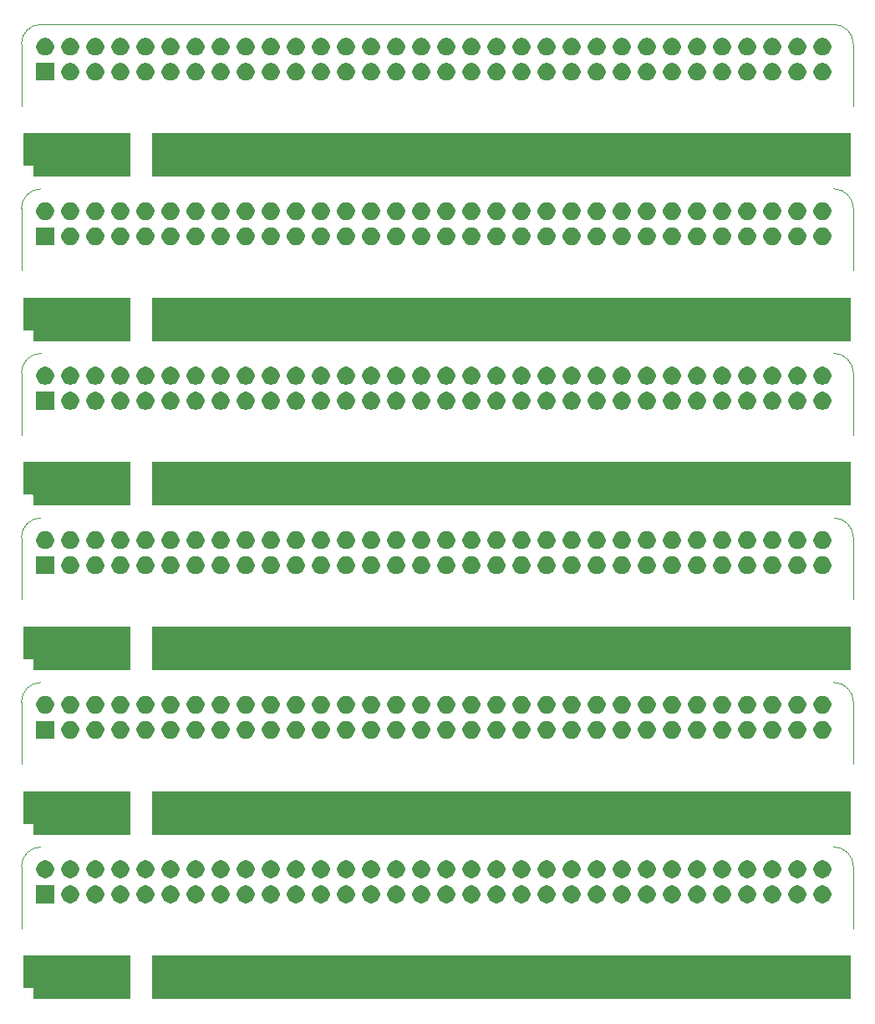
<source format=gbs>
G04 #@! TF.GenerationSoftware,KiCad,Pcbnew,(5.1.5)-3*
G04 #@! TF.CreationDate,2020-03-05T02:28:16+09:00*
G04 #@! TF.ProjectId,PCIeAdapter_x6,50434965-4164-4617-9074-65725f78362e,rev?*
G04 #@! TF.SameCoordinates,Original*
G04 #@! TF.FileFunction,Soldermask,Bot*
G04 #@! TF.FilePolarity,Negative*
%FSLAX46Y46*%
G04 Gerber Fmt 4.6, Leading zero omitted, Abs format (unit mm)*
G04 Created by KiCad (PCBNEW (5.1.5)-3) date 2020-03-05 02:28:16*
%MOMM*%
%LPD*%
G04 APERTURE LIST*
%ADD10C,0.100000*%
G04 APERTURE END LIST*
D10*
X191650000Y-48550000D02*
G75*
G02X193650000Y-50550000I0J-2000000D01*
G01*
X191650000Y-65200000D02*
G75*
G02X193650000Y-67200000I0J-2000000D01*
G01*
X191650000Y-81850000D02*
G75*
G02X193650000Y-83850000I0J-2000000D01*
G01*
X191650000Y-98500000D02*
G75*
G02X193650000Y-100500000I0J-2000000D01*
G01*
X191650000Y-115150000D02*
G75*
G02X193650000Y-117150000I0J-2000000D01*
G01*
X193650000Y-56800000D02*
X193650000Y-50550000D01*
X193650000Y-73450000D02*
X193650000Y-67200000D01*
X193650000Y-90100000D02*
X193650000Y-83850000D01*
X193650000Y-106750000D02*
X193650000Y-100500000D01*
X193650000Y-123400000D02*
X193650000Y-117150000D01*
X109350000Y-56800000D02*
X109350000Y-50550000D01*
X109350000Y-73450000D02*
X109350000Y-67200000D01*
X109350000Y-90100000D02*
X109350000Y-83850000D01*
X109350000Y-106750000D02*
X109350000Y-100500000D01*
X109350000Y-123400000D02*
X109350000Y-117150000D01*
X109350000Y-50550000D02*
G75*
G02X111350000Y-48550000I2000000J0D01*
G01*
X109350000Y-67200000D02*
G75*
G02X111350000Y-65200000I2000000J0D01*
G01*
X109350000Y-83850000D02*
G75*
G02X111350000Y-81850000I2000000J0D01*
G01*
X109350000Y-100500000D02*
G75*
G02X111350000Y-98500000I2000000J0D01*
G01*
X109350000Y-117150000D02*
G75*
G02X111350000Y-115150000I2000000J0D01*
G01*
X111350000Y-48550000D02*
X191650000Y-48550000D01*
X191650000Y-131800000D02*
G75*
G02X193650000Y-133800000I0J-2000000D01*
G01*
X109350000Y-133800000D02*
G75*
G02X111350000Y-131800000I2000000J0D01*
G01*
X109350000Y-140050000D02*
X109350000Y-133800000D01*
X193650000Y-140050000D02*
X193650000Y-133800000D01*
G36*
X120401000Y-147201000D02*
G01*
X110599000Y-147201000D01*
X110599000Y-146225999D01*
X110596598Y-146201613D01*
X110589485Y-146178164D01*
X110577934Y-146156553D01*
X110562389Y-146137611D01*
X110543447Y-146122066D01*
X110521836Y-146110515D01*
X110498387Y-146103402D01*
X110474001Y-146101000D01*
X109599000Y-146101000D01*
X109599000Y-142799000D01*
X120401000Y-142799000D01*
X120401000Y-147201000D01*
G37*
G36*
X193401000Y-147201000D02*
G01*
X122599000Y-147201000D01*
X122599000Y-142799000D01*
X193401000Y-142799000D01*
X193401000Y-147201000D01*
G37*
G36*
X112661000Y-137501000D02*
G01*
X110859000Y-137501000D01*
X110859000Y-135699000D01*
X112661000Y-135699000D01*
X112661000Y-137501000D01*
G37*
G36*
X149973512Y-135703927D02*
G01*
X150122812Y-135733624D01*
X150286784Y-135801544D01*
X150434354Y-135900147D01*
X150559853Y-136025646D01*
X150658456Y-136173216D01*
X150726376Y-136337188D01*
X150761000Y-136511259D01*
X150761000Y-136688741D01*
X150726376Y-136862812D01*
X150658456Y-137026784D01*
X150559853Y-137174354D01*
X150434354Y-137299853D01*
X150286784Y-137398456D01*
X150122812Y-137466376D01*
X149973512Y-137496073D01*
X149948742Y-137501000D01*
X149771258Y-137501000D01*
X149746488Y-137496073D01*
X149597188Y-137466376D01*
X149433216Y-137398456D01*
X149285646Y-137299853D01*
X149160147Y-137174354D01*
X149061544Y-137026784D01*
X148993624Y-136862812D01*
X148959000Y-136688741D01*
X148959000Y-136511259D01*
X148993624Y-136337188D01*
X149061544Y-136173216D01*
X149160147Y-136025646D01*
X149285646Y-135900147D01*
X149433216Y-135801544D01*
X149597188Y-135733624D01*
X149746488Y-135703927D01*
X149771258Y-135699000D01*
X149948742Y-135699000D01*
X149973512Y-135703927D01*
G37*
G36*
X147433512Y-135703927D02*
G01*
X147582812Y-135733624D01*
X147746784Y-135801544D01*
X147894354Y-135900147D01*
X148019853Y-136025646D01*
X148118456Y-136173216D01*
X148186376Y-136337188D01*
X148221000Y-136511259D01*
X148221000Y-136688741D01*
X148186376Y-136862812D01*
X148118456Y-137026784D01*
X148019853Y-137174354D01*
X147894354Y-137299853D01*
X147746784Y-137398456D01*
X147582812Y-137466376D01*
X147433512Y-137496073D01*
X147408742Y-137501000D01*
X147231258Y-137501000D01*
X147206488Y-137496073D01*
X147057188Y-137466376D01*
X146893216Y-137398456D01*
X146745646Y-137299853D01*
X146620147Y-137174354D01*
X146521544Y-137026784D01*
X146453624Y-136862812D01*
X146419000Y-136688741D01*
X146419000Y-136511259D01*
X146453624Y-136337188D01*
X146521544Y-136173216D01*
X146620147Y-136025646D01*
X146745646Y-135900147D01*
X146893216Y-135801544D01*
X147057188Y-135733624D01*
X147206488Y-135703927D01*
X147231258Y-135699000D01*
X147408742Y-135699000D01*
X147433512Y-135703927D01*
G37*
G36*
X144893512Y-135703927D02*
G01*
X145042812Y-135733624D01*
X145206784Y-135801544D01*
X145354354Y-135900147D01*
X145479853Y-136025646D01*
X145578456Y-136173216D01*
X145646376Y-136337188D01*
X145681000Y-136511259D01*
X145681000Y-136688741D01*
X145646376Y-136862812D01*
X145578456Y-137026784D01*
X145479853Y-137174354D01*
X145354354Y-137299853D01*
X145206784Y-137398456D01*
X145042812Y-137466376D01*
X144893512Y-137496073D01*
X144868742Y-137501000D01*
X144691258Y-137501000D01*
X144666488Y-137496073D01*
X144517188Y-137466376D01*
X144353216Y-137398456D01*
X144205646Y-137299853D01*
X144080147Y-137174354D01*
X143981544Y-137026784D01*
X143913624Y-136862812D01*
X143879000Y-136688741D01*
X143879000Y-136511259D01*
X143913624Y-136337188D01*
X143981544Y-136173216D01*
X144080147Y-136025646D01*
X144205646Y-135900147D01*
X144353216Y-135801544D01*
X144517188Y-135733624D01*
X144666488Y-135703927D01*
X144691258Y-135699000D01*
X144868742Y-135699000D01*
X144893512Y-135703927D01*
G37*
G36*
X142353512Y-135703927D02*
G01*
X142502812Y-135733624D01*
X142666784Y-135801544D01*
X142814354Y-135900147D01*
X142939853Y-136025646D01*
X143038456Y-136173216D01*
X143106376Y-136337188D01*
X143141000Y-136511259D01*
X143141000Y-136688741D01*
X143106376Y-136862812D01*
X143038456Y-137026784D01*
X142939853Y-137174354D01*
X142814354Y-137299853D01*
X142666784Y-137398456D01*
X142502812Y-137466376D01*
X142353512Y-137496073D01*
X142328742Y-137501000D01*
X142151258Y-137501000D01*
X142126488Y-137496073D01*
X141977188Y-137466376D01*
X141813216Y-137398456D01*
X141665646Y-137299853D01*
X141540147Y-137174354D01*
X141441544Y-137026784D01*
X141373624Y-136862812D01*
X141339000Y-136688741D01*
X141339000Y-136511259D01*
X141373624Y-136337188D01*
X141441544Y-136173216D01*
X141540147Y-136025646D01*
X141665646Y-135900147D01*
X141813216Y-135801544D01*
X141977188Y-135733624D01*
X142126488Y-135703927D01*
X142151258Y-135699000D01*
X142328742Y-135699000D01*
X142353512Y-135703927D01*
G37*
G36*
X139813512Y-135703927D02*
G01*
X139962812Y-135733624D01*
X140126784Y-135801544D01*
X140274354Y-135900147D01*
X140399853Y-136025646D01*
X140498456Y-136173216D01*
X140566376Y-136337188D01*
X140601000Y-136511259D01*
X140601000Y-136688741D01*
X140566376Y-136862812D01*
X140498456Y-137026784D01*
X140399853Y-137174354D01*
X140274354Y-137299853D01*
X140126784Y-137398456D01*
X139962812Y-137466376D01*
X139813512Y-137496073D01*
X139788742Y-137501000D01*
X139611258Y-137501000D01*
X139586488Y-137496073D01*
X139437188Y-137466376D01*
X139273216Y-137398456D01*
X139125646Y-137299853D01*
X139000147Y-137174354D01*
X138901544Y-137026784D01*
X138833624Y-136862812D01*
X138799000Y-136688741D01*
X138799000Y-136511259D01*
X138833624Y-136337188D01*
X138901544Y-136173216D01*
X139000147Y-136025646D01*
X139125646Y-135900147D01*
X139273216Y-135801544D01*
X139437188Y-135733624D01*
X139586488Y-135703927D01*
X139611258Y-135699000D01*
X139788742Y-135699000D01*
X139813512Y-135703927D01*
G37*
G36*
X137273512Y-135703927D02*
G01*
X137422812Y-135733624D01*
X137586784Y-135801544D01*
X137734354Y-135900147D01*
X137859853Y-136025646D01*
X137958456Y-136173216D01*
X138026376Y-136337188D01*
X138061000Y-136511259D01*
X138061000Y-136688741D01*
X138026376Y-136862812D01*
X137958456Y-137026784D01*
X137859853Y-137174354D01*
X137734354Y-137299853D01*
X137586784Y-137398456D01*
X137422812Y-137466376D01*
X137273512Y-137496073D01*
X137248742Y-137501000D01*
X137071258Y-137501000D01*
X137046488Y-137496073D01*
X136897188Y-137466376D01*
X136733216Y-137398456D01*
X136585646Y-137299853D01*
X136460147Y-137174354D01*
X136361544Y-137026784D01*
X136293624Y-136862812D01*
X136259000Y-136688741D01*
X136259000Y-136511259D01*
X136293624Y-136337188D01*
X136361544Y-136173216D01*
X136460147Y-136025646D01*
X136585646Y-135900147D01*
X136733216Y-135801544D01*
X136897188Y-135733624D01*
X137046488Y-135703927D01*
X137071258Y-135699000D01*
X137248742Y-135699000D01*
X137273512Y-135703927D01*
G37*
G36*
X134733512Y-135703927D02*
G01*
X134882812Y-135733624D01*
X135046784Y-135801544D01*
X135194354Y-135900147D01*
X135319853Y-136025646D01*
X135418456Y-136173216D01*
X135486376Y-136337188D01*
X135521000Y-136511259D01*
X135521000Y-136688741D01*
X135486376Y-136862812D01*
X135418456Y-137026784D01*
X135319853Y-137174354D01*
X135194354Y-137299853D01*
X135046784Y-137398456D01*
X134882812Y-137466376D01*
X134733512Y-137496073D01*
X134708742Y-137501000D01*
X134531258Y-137501000D01*
X134506488Y-137496073D01*
X134357188Y-137466376D01*
X134193216Y-137398456D01*
X134045646Y-137299853D01*
X133920147Y-137174354D01*
X133821544Y-137026784D01*
X133753624Y-136862812D01*
X133719000Y-136688741D01*
X133719000Y-136511259D01*
X133753624Y-136337188D01*
X133821544Y-136173216D01*
X133920147Y-136025646D01*
X134045646Y-135900147D01*
X134193216Y-135801544D01*
X134357188Y-135733624D01*
X134506488Y-135703927D01*
X134531258Y-135699000D01*
X134708742Y-135699000D01*
X134733512Y-135703927D01*
G37*
G36*
X132193512Y-135703927D02*
G01*
X132342812Y-135733624D01*
X132506784Y-135801544D01*
X132654354Y-135900147D01*
X132779853Y-136025646D01*
X132878456Y-136173216D01*
X132946376Y-136337188D01*
X132981000Y-136511259D01*
X132981000Y-136688741D01*
X132946376Y-136862812D01*
X132878456Y-137026784D01*
X132779853Y-137174354D01*
X132654354Y-137299853D01*
X132506784Y-137398456D01*
X132342812Y-137466376D01*
X132193512Y-137496073D01*
X132168742Y-137501000D01*
X131991258Y-137501000D01*
X131966488Y-137496073D01*
X131817188Y-137466376D01*
X131653216Y-137398456D01*
X131505646Y-137299853D01*
X131380147Y-137174354D01*
X131281544Y-137026784D01*
X131213624Y-136862812D01*
X131179000Y-136688741D01*
X131179000Y-136511259D01*
X131213624Y-136337188D01*
X131281544Y-136173216D01*
X131380147Y-136025646D01*
X131505646Y-135900147D01*
X131653216Y-135801544D01*
X131817188Y-135733624D01*
X131966488Y-135703927D01*
X131991258Y-135699000D01*
X132168742Y-135699000D01*
X132193512Y-135703927D01*
G37*
G36*
X190613512Y-135703927D02*
G01*
X190762812Y-135733624D01*
X190926784Y-135801544D01*
X191074354Y-135900147D01*
X191199853Y-136025646D01*
X191298456Y-136173216D01*
X191366376Y-136337188D01*
X191401000Y-136511259D01*
X191401000Y-136688741D01*
X191366376Y-136862812D01*
X191298456Y-137026784D01*
X191199853Y-137174354D01*
X191074354Y-137299853D01*
X190926784Y-137398456D01*
X190762812Y-137466376D01*
X190613512Y-137496073D01*
X190588742Y-137501000D01*
X190411258Y-137501000D01*
X190386488Y-137496073D01*
X190237188Y-137466376D01*
X190073216Y-137398456D01*
X189925646Y-137299853D01*
X189800147Y-137174354D01*
X189701544Y-137026784D01*
X189633624Y-136862812D01*
X189599000Y-136688741D01*
X189599000Y-136511259D01*
X189633624Y-136337188D01*
X189701544Y-136173216D01*
X189800147Y-136025646D01*
X189925646Y-135900147D01*
X190073216Y-135801544D01*
X190237188Y-135733624D01*
X190386488Y-135703927D01*
X190411258Y-135699000D01*
X190588742Y-135699000D01*
X190613512Y-135703927D01*
G37*
G36*
X129653512Y-135703927D02*
G01*
X129802812Y-135733624D01*
X129966784Y-135801544D01*
X130114354Y-135900147D01*
X130239853Y-136025646D01*
X130338456Y-136173216D01*
X130406376Y-136337188D01*
X130441000Y-136511259D01*
X130441000Y-136688741D01*
X130406376Y-136862812D01*
X130338456Y-137026784D01*
X130239853Y-137174354D01*
X130114354Y-137299853D01*
X129966784Y-137398456D01*
X129802812Y-137466376D01*
X129653512Y-137496073D01*
X129628742Y-137501000D01*
X129451258Y-137501000D01*
X129426488Y-137496073D01*
X129277188Y-137466376D01*
X129113216Y-137398456D01*
X128965646Y-137299853D01*
X128840147Y-137174354D01*
X128741544Y-137026784D01*
X128673624Y-136862812D01*
X128639000Y-136688741D01*
X128639000Y-136511259D01*
X128673624Y-136337188D01*
X128741544Y-136173216D01*
X128840147Y-136025646D01*
X128965646Y-135900147D01*
X129113216Y-135801544D01*
X129277188Y-135733624D01*
X129426488Y-135703927D01*
X129451258Y-135699000D01*
X129628742Y-135699000D01*
X129653512Y-135703927D01*
G37*
G36*
X114413512Y-135703927D02*
G01*
X114562812Y-135733624D01*
X114726784Y-135801544D01*
X114874354Y-135900147D01*
X114999853Y-136025646D01*
X115098456Y-136173216D01*
X115166376Y-136337188D01*
X115201000Y-136511259D01*
X115201000Y-136688741D01*
X115166376Y-136862812D01*
X115098456Y-137026784D01*
X114999853Y-137174354D01*
X114874354Y-137299853D01*
X114726784Y-137398456D01*
X114562812Y-137466376D01*
X114413512Y-137496073D01*
X114388742Y-137501000D01*
X114211258Y-137501000D01*
X114186488Y-137496073D01*
X114037188Y-137466376D01*
X113873216Y-137398456D01*
X113725646Y-137299853D01*
X113600147Y-137174354D01*
X113501544Y-137026784D01*
X113433624Y-136862812D01*
X113399000Y-136688741D01*
X113399000Y-136511259D01*
X113433624Y-136337188D01*
X113501544Y-136173216D01*
X113600147Y-136025646D01*
X113725646Y-135900147D01*
X113873216Y-135801544D01*
X114037188Y-135733624D01*
X114186488Y-135703927D01*
X114211258Y-135699000D01*
X114388742Y-135699000D01*
X114413512Y-135703927D01*
G37*
G36*
X116953512Y-135703927D02*
G01*
X117102812Y-135733624D01*
X117266784Y-135801544D01*
X117414354Y-135900147D01*
X117539853Y-136025646D01*
X117638456Y-136173216D01*
X117706376Y-136337188D01*
X117741000Y-136511259D01*
X117741000Y-136688741D01*
X117706376Y-136862812D01*
X117638456Y-137026784D01*
X117539853Y-137174354D01*
X117414354Y-137299853D01*
X117266784Y-137398456D01*
X117102812Y-137466376D01*
X116953512Y-137496073D01*
X116928742Y-137501000D01*
X116751258Y-137501000D01*
X116726488Y-137496073D01*
X116577188Y-137466376D01*
X116413216Y-137398456D01*
X116265646Y-137299853D01*
X116140147Y-137174354D01*
X116041544Y-137026784D01*
X115973624Y-136862812D01*
X115939000Y-136688741D01*
X115939000Y-136511259D01*
X115973624Y-136337188D01*
X116041544Y-136173216D01*
X116140147Y-136025646D01*
X116265646Y-135900147D01*
X116413216Y-135801544D01*
X116577188Y-135733624D01*
X116726488Y-135703927D01*
X116751258Y-135699000D01*
X116928742Y-135699000D01*
X116953512Y-135703927D01*
G37*
G36*
X127113512Y-135703927D02*
G01*
X127262812Y-135733624D01*
X127426784Y-135801544D01*
X127574354Y-135900147D01*
X127699853Y-136025646D01*
X127798456Y-136173216D01*
X127866376Y-136337188D01*
X127901000Y-136511259D01*
X127901000Y-136688741D01*
X127866376Y-136862812D01*
X127798456Y-137026784D01*
X127699853Y-137174354D01*
X127574354Y-137299853D01*
X127426784Y-137398456D01*
X127262812Y-137466376D01*
X127113512Y-137496073D01*
X127088742Y-137501000D01*
X126911258Y-137501000D01*
X126886488Y-137496073D01*
X126737188Y-137466376D01*
X126573216Y-137398456D01*
X126425646Y-137299853D01*
X126300147Y-137174354D01*
X126201544Y-137026784D01*
X126133624Y-136862812D01*
X126099000Y-136688741D01*
X126099000Y-136511259D01*
X126133624Y-136337188D01*
X126201544Y-136173216D01*
X126300147Y-136025646D01*
X126425646Y-135900147D01*
X126573216Y-135801544D01*
X126737188Y-135733624D01*
X126886488Y-135703927D01*
X126911258Y-135699000D01*
X127088742Y-135699000D01*
X127113512Y-135703927D01*
G37*
G36*
X119493512Y-135703927D02*
G01*
X119642812Y-135733624D01*
X119806784Y-135801544D01*
X119954354Y-135900147D01*
X120079853Y-136025646D01*
X120178456Y-136173216D01*
X120246376Y-136337188D01*
X120281000Y-136511259D01*
X120281000Y-136688741D01*
X120246376Y-136862812D01*
X120178456Y-137026784D01*
X120079853Y-137174354D01*
X119954354Y-137299853D01*
X119806784Y-137398456D01*
X119642812Y-137466376D01*
X119493512Y-137496073D01*
X119468742Y-137501000D01*
X119291258Y-137501000D01*
X119266488Y-137496073D01*
X119117188Y-137466376D01*
X118953216Y-137398456D01*
X118805646Y-137299853D01*
X118680147Y-137174354D01*
X118581544Y-137026784D01*
X118513624Y-136862812D01*
X118479000Y-136688741D01*
X118479000Y-136511259D01*
X118513624Y-136337188D01*
X118581544Y-136173216D01*
X118680147Y-136025646D01*
X118805646Y-135900147D01*
X118953216Y-135801544D01*
X119117188Y-135733624D01*
X119266488Y-135703927D01*
X119291258Y-135699000D01*
X119468742Y-135699000D01*
X119493512Y-135703927D01*
G37*
G36*
X122033512Y-135703927D02*
G01*
X122182812Y-135733624D01*
X122346784Y-135801544D01*
X122494354Y-135900147D01*
X122619853Y-136025646D01*
X122718456Y-136173216D01*
X122786376Y-136337188D01*
X122821000Y-136511259D01*
X122821000Y-136688741D01*
X122786376Y-136862812D01*
X122718456Y-137026784D01*
X122619853Y-137174354D01*
X122494354Y-137299853D01*
X122346784Y-137398456D01*
X122182812Y-137466376D01*
X122033512Y-137496073D01*
X122008742Y-137501000D01*
X121831258Y-137501000D01*
X121806488Y-137496073D01*
X121657188Y-137466376D01*
X121493216Y-137398456D01*
X121345646Y-137299853D01*
X121220147Y-137174354D01*
X121121544Y-137026784D01*
X121053624Y-136862812D01*
X121019000Y-136688741D01*
X121019000Y-136511259D01*
X121053624Y-136337188D01*
X121121544Y-136173216D01*
X121220147Y-136025646D01*
X121345646Y-135900147D01*
X121493216Y-135801544D01*
X121657188Y-135733624D01*
X121806488Y-135703927D01*
X121831258Y-135699000D01*
X122008742Y-135699000D01*
X122033512Y-135703927D01*
G37*
G36*
X155053512Y-135703927D02*
G01*
X155202812Y-135733624D01*
X155366784Y-135801544D01*
X155514354Y-135900147D01*
X155639853Y-136025646D01*
X155738456Y-136173216D01*
X155806376Y-136337188D01*
X155841000Y-136511259D01*
X155841000Y-136688741D01*
X155806376Y-136862812D01*
X155738456Y-137026784D01*
X155639853Y-137174354D01*
X155514354Y-137299853D01*
X155366784Y-137398456D01*
X155202812Y-137466376D01*
X155053512Y-137496073D01*
X155028742Y-137501000D01*
X154851258Y-137501000D01*
X154826488Y-137496073D01*
X154677188Y-137466376D01*
X154513216Y-137398456D01*
X154365646Y-137299853D01*
X154240147Y-137174354D01*
X154141544Y-137026784D01*
X154073624Y-136862812D01*
X154039000Y-136688741D01*
X154039000Y-136511259D01*
X154073624Y-136337188D01*
X154141544Y-136173216D01*
X154240147Y-136025646D01*
X154365646Y-135900147D01*
X154513216Y-135801544D01*
X154677188Y-135733624D01*
X154826488Y-135703927D01*
X154851258Y-135699000D01*
X155028742Y-135699000D01*
X155053512Y-135703927D01*
G37*
G36*
X124573512Y-135703927D02*
G01*
X124722812Y-135733624D01*
X124886784Y-135801544D01*
X125034354Y-135900147D01*
X125159853Y-136025646D01*
X125258456Y-136173216D01*
X125326376Y-136337188D01*
X125361000Y-136511259D01*
X125361000Y-136688741D01*
X125326376Y-136862812D01*
X125258456Y-137026784D01*
X125159853Y-137174354D01*
X125034354Y-137299853D01*
X124886784Y-137398456D01*
X124722812Y-137466376D01*
X124573512Y-137496073D01*
X124548742Y-137501000D01*
X124371258Y-137501000D01*
X124346488Y-137496073D01*
X124197188Y-137466376D01*
X124033216Y-137398456D01*
X123885646Y-137299853D01*
X123760147Y-137174354D01*
X123661544Y-137026784D01*
X123593624Y-136862812D01*
X123559000Y-136688741D01*
X123559000Y-136511259D01*
X123593624Y-136337188D01*
X123661544Y-136173216D01*
X123760147Y-136025646D01*
X123885646Y-135900147D01*
X124033216Y-135801544D01*
X124197188Y-135733624D01*
X124346488Y-135703927D01*
X124371258Y-135699000D01*
X124548742Y-135699000D01*
X124573512Y-135703927D01*
G37*
G36*
X152513512Y-135703927D02*
G01*
X152662812Y-135733624D01*
X152826784Y-135801544D01*
X152974354Y-135900147D01*
X153099853Y-136025646D01*
X153198456Y-136173216D01*
X153266376Y-136337188D01*
X153301000Y-136511259D01*
X153301000Y-136688741D01*
X153266376Y-136862812D01*
X153198456Y-137026784D01*
X153099853Y-137174354D01*
X152974354Y-137299853D01*
X152826784Y-137398456D01*
X152662812Y-137466376D01*
X152513512Y-137496073D01*
X152488742Y-137501000D01*
X152311258Y-137501000D01*
X152286488Y-137496073D01*
X152137188Y-137466376D01*
X151973216Y-137398456D01*
X151825646Y-137299853D01*
X151700147Y-137174354D01*
X151601544Y-137026784D01*
X151533624Y-136862812D01*
X151499000Y-136688741D01*
X151499000Y-136511259D01*
X151533624Y-136337188D01*
X151601544Y-136173216D01*
X151700147Y-136025646D01*
X151825646Y-135900147D01*
X151973216Y-135801544D01*
X152137188Y-135733624D01*
X152286488Y-135703927D01*
X152311258Y-135699000D01*
X152488742Y-135699000D01*
X152513512Y-135703927D01*
G37*
G36*
X157593512Y-135703927D02*
G01*
X157742812Y-135733624D01*
X157906784Y-135801544D01*
X158054354Y-135900147D01*
X158179853Y-136025646D01*
X158278456Y-136173216D01*
X158346376Y-136337188D01*
X158381000Y-136511259D01*
X158381000Y-136688741D01*
X158346376Y-136862812D01*
X158278456Y-137026784D01*
X158179853Y-137174354D01*
X158054354Y-137299853D01*
X157906784Y-137398456D01*
X157742812Y-137466376D01*
X157593512Y-137496073D01*
X157568742Y-137501000D01*
X157391258Y-137501000D01*
X157366488Y-137496073D01*
X157217188Y-137466376D01*
X157053216Y-137398456D01*
X156905646Y-137299853D01*
X156780147Y-137174354D01*
X156681544Y-137026784D01*
X156613624Y-136862812D01*
X156579000Y-136688741D01*
X156579000Y-136511259D01*
X156613624Y-136337188D01*
X156681544Y-136173216D01*
X156780147Y-136025646D01*
X156905646Y-135900147D01*
X157053216Y-135801544D01*
X157217188Y-135733624D01*
X157366488Y-135703927D01*
X157391258Y-135699000D01*
X157568742Y-135699000D01*
X157593512Y-135703927D01*
G37*
G36*
X160133512Y-135703927D02*
G01*
X160282812Y-135733624D01*
X160446784Y-135801544D01*
X160594354Y-135900147D01*
X160719853Y-136025646D01*
X160818456Y-136173216D01*
X160886376Y-136337188D01*
X160921000Y-136511259D01*
X160921000Y-136688741D01*
X160886376Y-136862812D01*
X160818456Y-137026784D01*
X160719853Y-137174354D01*
X160594354Y-137299853D01*
X160446784Y-137398456D01*
X160282812Y-137466376D01*
X160133512Y-137496073D01*
X160108742Y-137501000D01*
X159931258Y-137501000D01*
X159906488Y-137496073D01*
X159757188Y-137466376D01*
X159593216Y-137398456D01*
X159445646Y-137299853D01*
X159320147Y-137174354D01*
X159221544Y-137026784D01*
X159153624Y-136862812D01*
X159119000Y-136688741D01*
X159119000Y-136511259D01*
X159153624Y-136337188D01*
X159221544Y-136173216D01*
X159320147Y-136025646D01*
X159445646Y-135900147D01*
X159593216Y-135801544D01*
X159757188Y-135733624D01*
X159906488Y-135703927D01*
X159931258Y-135699000D01*
X160108742Y-135699000D01*
X160133512Y-135703927D01*
G37*
G36*
X162673512Y-135703927D02*
G01*
X162822812Y-135733624D01*
X162986784Y-135801544D01*
X163134354Y-135900147D01*
X163259853Y-136025646D01*
X163358456Y-136173216D01*
X163426376Y-136337188D01*
X163461000Y-136511259D01*
X163461000Y-136688741D01*
X163426376Y-136862812D01*
X163358456Y-137026784D01*
X163259853Y-137174354D01*
X163134354Y-137299853D01*
X162986784Y-137398456D01*
X162822812Y-137466376D01*
X162673512Y-137496073D01*
X162648742Y-137501000D01*
X162471258Y-137501000D01*
X162446488Y-137496073D01*
X162297188Y-137466376D01*
X162133216Y-137398456D01*
X161985646Y-137299853D01*
X161860147Y-137174354D01*
X161761544Y-137026784D01*
X161693624Y-136862812D01*
X161659000Y-136688741D01*
X161659000Y-136511259D01*
X161693624Y-136337188D01*
X161761544Y-136173216D01*
X161860147Y-136025646D01*
X161985646Y-135900147D01*
X162133216Y-135801544D01*
X162297188Y-135733624D01*
X162446488Y-135703927D01*
X162471258Y-135699000D01*
X162648742Y-135699000D01*
X162673512Y-135703927D01*
G37*
G36*
X165213512Y-135703927D02*
G01*
X165362812Y-135733624D01*
X165526784Y-135801544D01*
X165674354Y-135900147D01*
X165799853Y-136025646D01*
X165898456Y-136173216D01*
X165966376Y-136337188D01*
X166001000Y-136511259D01*
X166001000Y-136688741D01*
X165966376Y-136862812D01*
X165898456Y-137026784D01*
X165799853Y-137174354D01*
X165674354Y-137299853D01*
X165526784Y-137398456D01*
X165362812Y-137466376D01*
X165213512Y-137496073D01*
X165188742Y-137501000D01*
X165011258Y-137501000D01*
X164986488Y-137496073D01*
X164837188Y-137466376D01*
X164673216Y-137398456D01*
X164525646Y-137299853D01*
X164400147Y-137174354D01*
X164301544Y-137026784D01*
X164233624Y-136862812D01*
X164199000Y-136688741D01*
X164199000Y-136511259D01*
X164233624Y-136337188D01*
X164301544Y-136173216D01*
X164400147Y-136025646D01*
X164525646Y-135900147D01*
X164673216Y-135801544D01*
X164837188Y-135733624D01*
X164986488Y-135703927D01*
X165011258Y-135699000D01*
X165188742Y-135699000D01*
X165213512Y-135703927D01*
G37*
G36*
X167753512Y-135703927D02*
G01*
X167902812Y-135733624D01*
X168066784Y-135801544D01*
X168214354Y-135900147D01*
X168339853Y-136025646D01*
X168438456Y-136173216D01*
X168506376Y-136337188D01*
X168541000Y-136511259D01*
X168541000Y-136688741D01*
X168506376Y-136862812D01*
X168438456Y-137026784D01*
X168339853Y-137174354D01*
X168214354Y-137299853D01*
X168066784Y-137398456D01*
X167902812Y-137466376D01*
X167753512Y-137496073D01*
X167728742Y-137501000D01*
X167551258Y-137501000D01*
X167526488Y-137496073D01*
X167377188Y-137466376D01*
X167213216Y-137398456D01*
X167065646Y-137299853D01*
X166940147Y-137174354D01*
X166841544Y-137026784D01*
X166773624Y-136862812D01*
X166739000Y-136688741D01*
X166739000Y-136511259D01*
X166773624Y-136337188D01*
X166841544Y-136173216D01*
X166940147Y-136025646D01*
X167065646Y-135900147D01*
X167213216Y-135801544D01*
X167377188Y-135733624D01*
X167526488Y-135703927D01*
X167551258Y-135699000D01*
X167728742Y-135699000D01*
X167753512Y-135703927D01*
G37*
G36*
X170293512Y-135703927D02*
G01*
X170442812Y-135733624D01*
X170606784Y-135801544D01*
X170754354Y-135900147D01*
X170879853Y-136025646D01*
X170978456Y-136173216D01*
X171046376Y-136337188D01*
X171081000Y-136511259D01*
X171081000Y-136688741D01*
X171046376Y-136862812D01*
X170978456Y-137026784D01*
X170879853Y-137174354D01*
X170754354Y-137299853D01*
X170606784Y-137398456D01*
X170442812Y-137466376D01*
X170293512Y-137496073D01*
X170268742Y-137501000D01*
X170091258Y-137501000D01*
X170066488Y-137496073D01*
X169917188Y-137466376D01*
X169753216Y-137398456D01*
X169605646Y-137299853D01*
X169480147Y-137174354D01*
X169381544Y-137026784D01*
X169313624Y-136862812D01*
X169279000Y-136688741D01*
X169279000Y-136511259D01*
X169313624Y-136337188D01*
X169381544Y-136173216D01*
X169480147Y-136025646D01*
X169605646Y-135900147D01*
X169753216Y-135801544D01*
X169917188Y-135733624D01*
X170066488Y-135703927D01*
X170091258Y-135699000D01*
X170268742Y-135699000D01*
X170293512Y-135703927D01*
G37*
G36*
X172833512Y-135703927D02*
G01*
X172982812Y-135733624D01*
X173146784Y-135801544D01*
X173294354Y-135900147D01*
X173419853Y-136025646D01*
X173518456Y-136173216D01*
X173586376Y-136337188D01*
X173621000Y-136511259D01*
X173621000Y-136688741D01*
X173586376Y-136862812D01*
X173518456Y-137026784D01*
X173419853Y-137174354D01*
X173294354Y-137299853D01*
X173146784Y-137398456D01*
X172982812Y-137466376D01*
X172833512Y-137496073D01*
X172808742Y-137501000D01*
X172631258Y-137501000D01*
X172606488Y-137496073D01*
X172457188Y-137466376D01*
X172293216Y-137398456D01*
X172145646Y-137299853D01*
X172020147Y-137174354D01*
X171921544Y-137026784D01*
X171853624Y-136862812D01*
X171819000Y-136688741D01*
X171819000Y-136511259D01*
X171853624Y-136337188D01*
X171921544Y-136173216D01*
X172020147Y-136025646D01*
X172145646Y-135900147D01*
X172293216Y-135801544D01*
X172457188Y-135733624D01*
X172606488Y-135703927D01*
X172631258Y-135699000D01*
X172808742Y-135699000D01*
X172833512Y-135703927D01*
G37*
G36*
X175373512Y-135703927D02*
G01*
X175522812Y-135733624D01*
X175686784Y-135801544D01*
X175834354Y-135900147D01*
X175959853Y-136025646D01*
X176058456Y-136173216D01*
X176126376Y-136337188D01*
X176161000Y-136511259D01*
X176161000Y-136688741D01*
X176126376Y-136862812D01*
X176058456Y-137026784D01*
X175959853Y-137174354D01*
X175834354Y-137299853D01*
X175686784Y-137398456D01*
X175522812Y-137466376D01*
X175373512Y-137496073D01*
X175348742Y-137501000D01*
X175171258Y-137501000D01*
X175146488Y-137496073D01*
X174997188Y-137466376D01*
X174833216Y-137398456D01*
X174685646Y-137299853D01*
X174560147Y-137174354D01*
X174461544Y-137026784D01*
X174393624Y-136862812D01*
X174359000Y-136688741D01*
X174359000Y-136511259D01*
X174393624Y-136337188D01*
X174461544Y-136173216D01*
X174560147Y-136025646D01*
X174685646Y-135900147D01*
X174833216Y-135801544D01*
X174997188Y-135733624D01*
X175146488Y-135703927D01*
X175171258Y-135699000D01*
X175348742Y-135699000D01*
X175373512Y-135703927D01*
G37*
G36*
X177913512Y-135703927D02*
G01*
X178062812Y-135733624D01*
X178226784Y-135801544D01*
X178374354Y-135900147D01*
X178499853Y-136025646D01*
X178598456Y-136173216D01*
X178666376Y-136337188D01*
X178701000Y-136511259D01*
X178701000Y-136688741D01*
X178666376Y-136862812D01*
X178598456Y-137026784D01*
X178499853Y-137174354D01*
X178374354Y-137299853D01*
X178226784Y-137398456D01*
X178062812Y-137466376D01*
X177913512Y-137496073D01*
X177888742Y-137501000D01*
X177711258Y-137501000D01*
X177686488Y-137496073D01*
X177537188Y-137466376D01*
X177373216Y-137398456D01*
X177225646Y-137299853D01*
X177100147Y-137174354D01*
X177001544Y-137026784D01*
X176933624Y-136862812D01*
X176899000Y-136688741D01*
X176899000Y-136511259D01*
X176933624Y-136337188D01*
X177001544Y-136173216D01*
X177100147Y-136025646D01*
X177225646Y-135900147D01*
X177373216Y-135801544D01*
X177537188Y-135733624D01*
X177686488Y-135703927D01*
X177711258Y-135699000D01*
X177888742Y-135699000D01*
X177913512Y-135703927D01*
G37*
G36*
X180453512Y-135703927D02*
G01*
X180602812Y-135733624D01*
X180766784Y-135801544D01*
X180914354Y-135900147D01*
X181039853Y-136025646D01*
X181138456Y-136173216D01*
X181206376Y-136337188D01*
X181241000Y-136511259D01*
X181241000Y-136688741D01*
X181206376Y-136862812D01*
X181138456Y-137026784D01*
X181039853Y-137174354D01*
X180914354Y-137299853D01*
X180766784Y-137398456D01*
X180602812Y-137466376D01*
X180453512Y-137496073D01*
X180428742Y-137501000D01*
X180251258Y-137501000D01*
X180226488Y-137496073D01*
X180077188Y-137466376D01*
X179913216Y-137398456D01*
X179765646Y-137299853D01*
X179640147Y-137174354D01*
X179541544Y-137026784D01*
X179473624Y-136862812D01*
X179439000Y-136688741D01*
X179439000Y-136511259D01*
X179473624Y-136337188D01*
X179541544Y-136173216D01*
X179640147Y-136025646D01*
X179765646Y-135900147D01*
X179913216Y-135801544D01*
X180077188Y-135733624D01*
X180226488Y-135703927D01*
X180251258Y-135699000D01*
X180428742Y-135699000D01*
X180453512Y-135703927D01*
G37*
G36*
X182993512Y-135703927D02*
G01*
X183142812Y-135733624D01*
X183306784Y-135801544D01*
X183454354Y-135900147D01*
X183579853Y-136025646D01*
X183678456Y-136173216D01*
X183746376Y-136337188D01*
X183781000Y-136511259D01*
X183781000Y-136688741D01*
X183746376Y-136862812D01*
X183678456Y-137026784D01*
X183579853Y-137174354D01*
X183454354Y-137299853D01*
X183306784Y-137398456D01*
X183142812Y-137466376D01*
X182993512Y-137496073D01*
X182968742Y-137501000D01*
X182791258Y-137501000D01*
X182766488Y-137496073D01*
X182617188Y-137466376D01*
X182453216Y-137398456D01*
X182305646Y-137299853D01*
X182180147Y-137174354D01*
X182081544Y-137026784D01*
X182013624Y-136862812D01*
X181979000Y-136688741D01*
X181979000Y-136511259D01*
X182013624Y-136337188D01*
X182081544Y-136173216D01*
X182180147Y-136025646D01*
X182305646Y-135900147D01*
X182453216Y-135801544D01*
X182617188Y-135733624D01*
X182766488Y-135703927D01*
X182791258Y-135699000D01*
X182968742Y-135699000D01*
X182993512Y-135703927D01*
G37*
G36*
X185533512Y-135703927D02*
G01*
X185682812Y-135733624D01*
X185846784Y-135801544D01*
X185994354Y-135900147D01*
X186119853Y-136025646D01*
X186218456Y-136173216D01*
X186286376Y-136337188D01*
X186321000Y-136511259D01*
X186321000Y-136688741D01*
X186286376Y-136862812D01*
X186218456Y-137026784D01*
X186119853Y-137174354D01*
X185994354Y-137299853D01*
X185846784Y-137398456D01*
X185682812Y-137466376D01*
X185533512Y-137496073D01*
X185508742Y-137501000D01*
X185331258Y-137501000D01*
X185306488Y-137496073D01*
X185157188Y-137466376D01*
X184993216Y-137398456D01*
X184845646Y-137299853D01*
X184720147Y-137174354D01*
X184621544Y-137026784D01*
X184553624Y-136862812D01*
X184519000Y-136688741D01*
X184519000Y-136511259D01*
X184553624Y-136337188D01*
X184621544Y-136173216D01*
X184720147Y-136025646D01*
X184845646Y-135900147D01*
X184993216Y-135801544D01*
X185157188Y-135733624D01*
X185306488Y-135703927D01*
X185331258Y-135699000D01*
X185508742Y-135699000D01*
X185533512Y-135703927D01*
G37*
G36*
X188073512Y-135703927D02*
G01*
X188222812Y-135733624D01*
X188386784Y-135801544D01*
X188534354Y-135900147D01*
X188659853Y-136025646D01*
X188758456Y-136173216D01*
X188826376Y-136337188D01*
X188861000Y-136511259D01*
X188861000Y-136688741D01*
X188826376Y-136862812D01*
X188758456Y-137026784D01*
X188659853Y-137174354D01*
X188534354Y-137299853D01*
X188386784Y-137398456D01*
X188222812Y-137466376D01*
X188073512Y-137496073D01*
X188048742Y-137501000D01*
X187871258Y-137501000D01*
X187846488Y-137496073D01*
X187697188Y-137466376D01*
X187533216Y-137398456D01*
X187385646Y-137299853D01*
X187260147Y-137174354D01*
X187161544Y-137026784D01*
X187093624Y-136862812D01*
X187059000Y-136688741D01*
X187059000Y-136511259D01*
X187093624Y-136337188D01*
X187161544Y-136173216D01*
X187260147Y-136025646D01*
X187385646Y-135900147D01*
X187533216Y-135801544D01*
X187697188Y-135733624D01*
X187846488Y-135703927D01*
X187871258Y-135699000D01*
X188048742Y-135699000D01*
X188073512Y-135703927D01*
G37*
G36*
X172833512Y-133163927D02*
G01*
X172982812Y-133193624D01*
X173146784Y-133261544D01*
X173294354Y-133360147D01*
X173419853Y-133485646D01*
X173518456Y-133633216D01*
X173586376Y-133797188D01*
X173621000Y-133971259D01*
X173621000Y-134148741D01*
X173586376Y-134322812D01*
X173518456Y-134486784D01*
X173419853Y-134634354D01*
X173294354Y-134759853D01*
X173146784Y-134858456D01*
X172982812Y-134926376D01*
X172833512Y-134956073D01*
X172808742Y-134961000D01*
X172631258Y-134961000D01*
X172606488Y-134956073D01*
X172457188Y-134926376D01*
X172293216Y-134858456D01*
X172145646Y-134759853D01*
X172020147Y-134634354D01*
X171921544Y-134486784D01*
X171853624Y-134322812D01*
X171819000Y-134148741D01*
X171819000Y-133971259D01*
X171853624Y-133797188D01*
X171921544Y-133633216D01*
X172020147Y-133485646D01*
X172145646Y-133360147D01*
X172293216Y-133261544D01*
X172457188Y-133193624D01*
X172606488Y-133163927D01*
X172631258Y-133159000D01*
X172808742Y-133159000D01*
X172833512Y-133163927D01*
G37*
G36*
X167753512Y-133163927D02*
G01*
X167902812Y-133193624D01*
X168066784Y-133261544D01*
X168214354Y-133360147D01*
X168339853Y-133485646D01*
X168438456Y-133633216D01*
X168506376Y-133797188D01*
X168541000Y-133971259D01*
X168541000Y-134148741D01*
X168506376Y-134322812D01*
X168438456Y-134486784D01*
X168339853Y-134634354D01*
X168214354Y-134759853D01*
X168066784Y-134858456D01*
X167902812Y-134926376D01*
X167753512Y-134956073D01*
X167728742Y-134961000D01*
X167551258Y-134961000D01*
X167526488Y-134956073D01*
X167377188Y-134926376D01*
X167213216Y-134858456D01*
X167065646Y-134759853D01*
X166940147Y-134634354D01*
X166841544Y-134486784D01*
X166773624Y-134322812D01*
X166739000Y-134148741D01*
X166739000Y-133971259D01*
X166773624Y-133797188D01*
X166841544Y-133633216D01*
X166940147Y-133485646D01*
X167065646Y-133360147D01*
X167213216Y-133261544D01*
X167377188Y-133193624D01*
X167526488Y-133163927D01*
X167551258Y-133159000D01*
X167728742Y-133159000D01*
X167753512Y-133163927D01*
G37*
G36*
X142353512Y-133163927D02*
G01*
X142502812Y-133193624D01*
X142666784Y-133261544D01*
X142814354Y-133360147D01*
X142939853Y-133485646D01*
X143038456Y-133633216D01*
X143106376Y-133797188D01*
X143141000Y-133971259D01*
X143141000Y-134148741D01*
X143106376Y-134322812D01*
X143038456Y-134486784D01*
X142939853Y-134634354D01*
X142814354Y-134759853D01*
X142666784Y-134858456D01*
X142502812Y-134926376D01*
X142353512Y-134956073D01*
X142328742Y-134961000D01*
X142151258Y-134961000D01*
X142126488Y-134956073D01*
X141977188Y-134926376D01*
X141813216Y-134858456D01*
X141665646Y-134759853D01*
X141540147Y-134634354D01*
X141441544Y-134486784D01*
X141373624Y-134322812D01*
X141339000Y-134148741D01*
X141339000Y-133971259D01*
X141373624Y-133797188D01*
X141441544Y-133633216D01*
X141540147Y-133485646D01*
X141665646Y-133360147D01*
X141813216Y-133261544D01*
X141977188Y-133193624D01*
X142126488Y-133163927D01*
X142151258Y-133159000D01*
X142328742Y-133159000D01*
X142353512Y-133163927D01*
G37*
G36*
X162673512Y-133163927D02*
G01*
X162822812Y-133193624D01*
X162986784Y-133261544D01*
X163134354Y-133360147D01*
X163259853Y-133485646D01*
X163358456Y-133633216D01*
X163426376Y-133797188D01*
X163461000Y-133971259D01*
X163461000Y-134148741D01*
X163426376Y-134322812D01*
X163358456Y-134486784D01*
X163259853Y-134634354D01*
X163134354Y-134759853D01*
X162986784Y-134858456D01*
X162822812Y-134926376D01*
X162673512Y-134956073D01*
X162648742Y-134961000D01*
X162471258Y-134961000D01*
X162446488Y-134956073D01*
X162297188Y-134926376D01*
X162133216Y-134858456D01*
X161985646Y-134759853D01*
X161860147Y-134634354D01*
X161761544Y-134486784D01*
X161693624Y-134322812D01*
X161659000Y-134148741D01*
X161659000Y-133971259D01*
X161693624Y-133797188D01*
X161761544Y-133633216D01*
X161860147Y-133485646D01*
X161985646Y-133360147D01*
X162133216Y-133261544D01*
X162297188Y-133193624D01*
X162446488Y-133163927D01*
X162471258Y-133159000D01*
X162648742Y-133159000D01*
X162673512Y-133163927D01*
G37*
G36*
X160133512Y-133163927D02*
G01*
X160282812Y-133193624D01*
X160446784Y-133261544D01*
X160594354Y-133360147D01*
X160719853Y-133485646D01*
X160818456Y-133633216D01*
X160886376Y-133797188D01*
X160921000Y-133971259D01*
X160921000Y-134148741D01*
X160886376Y-134322812D01*
X160818456Y-134486784D01*
X160719853Y-134634354D01*
X160594354Y-134759853D01*
X160446784Y-134858456D01*
X160282812Y-134926376D01*
X160133512Y-134956073D01*
X160108742Y-134961000D01*
X159931258Y-134961000D01*
X159906488Y-134956073D01*
X159757188Y-134926376D01*
X159593216Y-134858456D01*
X159445646Y-134759853D01*
X159320147Y-134634354D01*
X159221544Y-134486784D01*
X159153624Y-134322812D01*
X159119000Y-134148741D01*
X159119000Y-133971259D01*
X159153624Y-133797188D01*
X159221544Y-133633216D01*
X159320147Y-133485646D01*
X159445646Y-133360147D01*
X159593216Y-133261544D01*
X159757188Y-133193624D01*
X159906488Y-133163927D01*
X159931258Y-133159000D01*
X160108742Y-133159000D01*
X160133512Y-133163927D01*
G37*
G36*
X157593512Y-133163927D02*
G01*
X157742812Y-133193624D01*
X157906784Y-133261544D01*
X158054354Y-133360147D01*
X158179853Y-133485646D01*
X158278456Y-133633216D01*
X158346376Y-133797188D01*
X158381000Y-133971259D01*
X158381000Y-134148741D01*
X158346376Y-134322812D01*
X158278456Y-134486784D01*
X158179853Y-134634354D01*
X158054354Y-134759853D01*
X157906784Y-134858456D01*
X157742812Y-134926376D01*
X157593512Y-134956073D01*
X157568742Y-134961000D01*
X157391258Y-134961000D01*
X157366488Y-134956073D01*
X157217188Y-134926376D01*
X157053216Y-134858456D01*
X156905646Y-134759853D01*
X156780147Y-134634354D01*
X156681544Y-134486784D01*
X156613624Y-134322812D01*
X156579000Y-134148741D01*
X156579000Y-133971259D01*
X156613624Y-133797188D01*
X156681544Y-133633216D01*
X156780147Y-133485646D01*
X156905646Y-133360147D01*
X157053216Y-133261544D01*
X157217188Y-133193624D01*
X157366488Y-133163927D01*
X157391258Y-133159000D01*
X157568742Y-133159000D01*
X157593512Y-133163927D01*
G37*
G36*
X155053512Y-133163927D02*
G01*
X155202812Y-133193624D01*
X155366784Y-133261544D01*
X155514354Y-133360147D01*
X155639853Y-133485646D01*
X155738456Y-133633216D01*
X155806376Y-133797188D01*
X155841000Y-133971259D01*
X155841000Y-134148741D01*
X155806376Y-134322812D01*
X155738456Y-134486784D01*
X155639853Y-134634354D01*
X155514354Y-134759853D01*
X155366784Y-134858456D01*
X155202812Y-134926376D01*
X155053512Y-134956073D01*
X155028742Y-134961000D01*
X154851258Y-134961000D01*
X154826488Y-134956073D01*
X154677188Y-134926376D01*
X154513216Y-134858456D01*
X154365646Y-134759853D01*
X154240147Y-134634354D01*
X154141544Y-134486784D01*
X154073624Y-134322812D01*
X154039000Y-134148741D01*
X154039000Y-133971259D01*
X154073624Y-133797188D01*
X154141544Y-133633216D01*
X154240147Y-133485646D01*
X154365646Y-133360147D01*
X154513216Y-133261544D01*
X154677188Y-133193624D01*
X154826488Y-133163927D01*
X154851258Y-133159000D01*
X155028742Y-133159000D01*
X155053512Y-133163927D01*
G37*
G36*
X152513512Y-133163927D02*
G01*
X152662812Y-133193624D01*
X152826784Y-133261544D01*
X152974354Y-133360147D01*
X153099853Y-133485646D01*
X153198456Y-133633216D01*
X153266376Y-133797188D01*
X153301000Y-133971259D01*
X153301000Y-134148741D01*
X153266376Y-134322812D01*
X153198456Y-134486784D01*
X153099853Y-134634354D01*
X152974354Y-134759853D01*
X152826784Y-134858456D01*
X152662812Y-134926376D01*
X152513512Y-134956073D01*
X152488742Y-134961000D01*
X152311258Y-134961000D01*
X152286488Y-134956073D01*
X152137188Y-134926376D01*
X151973216Y-134858456D01*
X151825646Y-134759853D01*
X151700147Y-134634354D01*
X151601544Y-134486784D01*
X151533624Y-134322812D01*
X151499000Y-134148741D01*
X151499000Y-133971259D01*
X151533624Y-133797188D01*
X151601544Y-133633216D01*
X151700147Y-133485646D01*
X151825646Y-133360147D01*
X151973216Y-133261544D01*
X152137188Y-133193624D01*
X152286488Y-133163927D01*
X152311258Y-133159000D01*
X152488742Y-133159000D01*
X152513512Y-133163927D01*
G37*
G36*
X149973512Y-133163927D02*
G01*
X150122812Y-133193624D01*
X150286784Y-133261544D01*
X150434354Y-133360147D01*
X150559853Y-133485646D01*
X150658456Y-133633216D01*
X150726376Y-133797188D01*
X150761000Y-133971259D01*
X150761000Y-134148741D01*
X150726376Y-134322812D01*
X150658456Y-134486784D01*
X150559853Y-134634354D01*
X150434354Y-134759853D01*
X150286784Y-134858456D01*
X150122812Y-134926376D01*
X149973512Y-134956073D01*
X149948742Y-134961000D01*
X149771258Y-134961000D01*
X149746488Y-134956073D01*
X149597188Y-134926376D01*
X149433216Y-134858456D01*
X149285646Y-134759853D01*
X149160147Y-134634354D01*
X149061544Y-134486784D01*
X148993624Y-134322812D01*
X148959000Y-134148741D01*
X148959000Y-133971259D01*
X148993624Y-133797188D01*
X149061544Y-133633216D01*
X149160147Y-133485646D01*
X149285646Y-133360147D01*
X149433216Y-133261544D01*
X149597188Y-133193624D01*
X149746488Y-133163927D01*
X149771258Y-133159000D01*
X149948742Y-133159000D01*
X149973512Y-133163927D01*
G37*
G36*
X144893512Y-133163927D02*
G01*
X145042812Y-133193624D01*
X145206784Y-133261544D01*
X145354354Y-133360147D01*
X145479853Y-133485646D01*
X145578456Y-133633216D01*
X145646376Y-133797188D01*
X145681000Y-133971259D01*
X145681000Y-134148741D01*
X145646376Y-134322812D01*
X145578456Y-134486784D01*
X145479853Y-134634354D01*
X145354354Y-134759853D01*
X145206784Y-134858456D01*
X145042812Y-134926376D01*
X144893512Y-134956073D01*
X144868742Y-134961000D01*
X144691258Y-134961000D01*
X144666488Y-134956073D01*
X144517188Y-134926376D01*
X144353216Y-134858456D01*
X144205646Y-134759853D01*
X144080147Y-134634354D01*
X143981544Y-134486784D01*
X143913624Y-134322812D01*
X143879000Y-134148741D01*
X143879000Y-133971259D01*
X143913624Y-133797188D01*
X143981544Y-133633216D01*
X144080147Y-133485646D01*
X144205646Y-133360147D01*
X144353216Y-133261544D01*
X144517188Y-133193624D01*
X144666488Y-133163927D01*
X144691258Y-133159000D01*
X144868742Y-133159000D01*
X144893512Y-133163927D01*
G37*
G36*
X119493512Y-133163927D02*
G01*
X119642812Y-133193624D01*
X119806784Y-133261544D01*
X119954354Y-133360147D01*
X120079853Y-133485646D01*
X120178456Y-133633216D01*
X120246376Y-133797188D01*
X120281000Y-133971259D01*
X120281000Y-134148741D01*
X120246376Y-134322812D01*
X120178456Y-134486784D01*
X120079853Y-134634354D01*
X119954354Y-134759853D01*
X119806784Y-134858456D01*
X119642812Y-134926376D01*
X119493512Y-134956073D01*
X119468742Y-134961000D01*
X119291258Y-134961000D01*
X119266488Y-134956073D01*
X119117188Y-134926376D01*
X118953216Y-134858456D01*
X118805646Y-134759853D01*
X118680147Y-134634354D01*
X118581544Y-134486784D01*
X118513624Y-134322812D01*
X118479000Y-134148741D01*
X118479000Y-133971259D01*
X118513624Y-133797188D01*
X118581544Y-133633216D01*
X118680147Y-133485646D01*
X118805646Y-133360147D01*
X118953216Y-133261544D01*
X119117188Y-133193624D01*
X119266488Y-133163927D01*
X119291258Y-133159000D01*
X119468742Y-133159000D01*
X119493512Y-133163927D01*
G37*
G36*
X122033512Y-133163927D02*
G01*
X122182812Y-133193624D01*
X122346784Y-133261544D01*
X122494354Y-133360147D01*
X122619853Y-133485646D01*
X122718456Y-133633216D01*
X122786376Y-133797188D01*
X122821000Y-133971259D01*
X122821000Y-134148741D01*
X122786376Y-134322812D01*
X122718456Y-134486784D01*
X122619853Y-134634354D01*
X122494354Y-134759853D01*
X122346784Y-134858456D01*
X122182812Y-134926376D01*
X122033512Y-134956073D01*
X122008742Y-134961000D01*
X121831258Y-134961000D01*
X121806488Y-134956073D01*
X121657188Y-134926376D01*
X121493216Y-134858456D01*
X121345646Y-134759853D01*
X121220147Y-134634354D01*
X121121544Y-134486784D01*
X121053624Y-134322812D01*
X121019000Y-134148741D01*
X121019000Y-133971259D01*
X121053624Y-133797188D01*
X121121544Y-133633216D01*
X121220147Y-133485646D01*
X121345646Y-133360147D01*
X121493216Y-133261544D01*
X121657188Y-133193624D01*
X121806488Y-133163927D01*
X121831258Y-133159000D01*
X122008742Y-133159000D01*
X122033512Y-133163927D01*
G37*
G36*
X116953512Y-133163927D02*
G01*
X117102812Y-133193624D01*
X117266784Y-133261544D01*
X117414354Y-133360147D01*
X117539853Y-133485646D01*
X117638456Y-133633216D01*
X117706376Y-133797188D01*
X117741000Y-133971259D01*
X117741000Y-134148741D01*
X117706376Y-134322812D01*
X117638456Y-134486784D01*
X117539853Y-134634354D01*
X117414354Y-134759853D01*
X117266784Y-134858456D01*
X117102812Y-134926376D01*
X116953512Y-134956073D01*
X116928742Y-134961000D01*
X116751258Y-134961000D01*
X116726488Y-134956073D01*
X116577188Y-134926376D01*
X116413216Y-134858456D01*
X116265646Y-134759853D01*
X116140147Y-134634354D01*
X116041544Y-134486784D01*
X115973624Y-134322812D01*
X115939000Y-134148741D01*
X115939000Y-133971259D01*
X115973624Y-133797188D01*
X116041544Y-133633216D01*
X116140147Y-133485646D01*
X116265646Y-133360147D01*
X116413216Y-133261544D01*
X116577188Y-133193624D01*
X116726488Y-133163927D01*
X116751258Y-133159000D01*
X116928742Y-133159000D01*
X116953512Y-133163927D01*
G37*
G36*
X114413512Y-133163927D02*
G01*
X114562812Y-133193624D01*
X114726784Y-133261544D01*
X114874354Y-133360147D01*
X114999853Y-133485646D01*
X115098456Y-133633216D01*
X115166376Y-133797188D01*
X115201000Y-133971259D01*
X115201000Y-134148741D01*
X115166376Y-134322812D01*
X115098456Y-134486784D01*
X114999853Y-134634354D01*
X114874354Y-134759853D01*
X114726784Y-134858456D01*
X114562812Y-134926376D01*
X114413512Y-134956073D01*
X114388742Y-134961000D01*
X114211258Y-134961000D01*
X114186488Y-134956073D01*
X114037188Y-134926376D01*
X113873216Y-134858456D01*
X113725646Y-134759853D01*
X113600147Y-134634354D01*
X113501544Y-134486784D01*
X113433624Y-134322812D01*
X113399000Y-134148741D01*
X113399000Y-133971259D01*
X113433624Y-133797188D01*
X113501544Y-133633216D01*
X113600147Y-133485646D01*
X113725646Y-133360147D01*
X113873216Y-133261544D01*
X114037188Y-133193624D01*
X114186488Y-133163927D01*
X114211258Y-133159000D01*
X114388742Y-133159000D01*
X114413512Y-133163927D01*
G37*
G36*
X111873512Y-133163927D02*
G01*
X112022812Y-133193624D01*
X112186784Y-133261544D01*
X112334354Y-133360147D01*
X112459853Y-133485646D01*
X112558456Y-133633216D01*
X112626376Y-133797188D01*
X112661000Y-133971259D01*
X112661000Y-134148741D01*
X112626376Y-134322812D01*
X112558456Y-134486784D01*
X112459853Y-134634354D01*
X112334354Y-134759853D01*
X112186784Y-134858456D01*
X112022812Y-134926376D01*
X111873512Y-134956073D01*
X111848742Y-134961000D01*
X111671258Y-134961000D01*
X111646488Y-134956073D01*
X111497188Y-134926376D01*
X111333216Y-134858456D01*
X111185646Y-134759853D01*
X111060147Y-134634354D01*
X110961544Y-134486784D01*
X110893624Y-134322812D01*
X110859000Y-134148741D01*
X110859000Y-133971259D01*
X110893624Y-133797188D01*
X110961544Y-133633216D01*
X111060147Y-133485646D01*
X111185646Y-133360147D01*
X111333216Y-133261544D01*
X111497188Y-133193624D01*
X111646488Y-133163927D01*
X111671258Y-133159000D01*
X111848742Y-133159000D01*
X111873512Y-133163927D01*
G37*
G36*
X147433512Y-133163927D02*
G01*
X147582812Y-133193624D01*
X147746784Y-133261544D01*
X147894354Y-133360147D01*
X148019853Y-133485646D01*
X148118456Y-133633216D01*
X148186376Y-133797188D01*
X148221000Y-133971259D01*
X148221000Y-134148741D01*
X148186376Y-134322812D01*
X148118456Y-134486784D01*
X148019853Y-134634354D01*
X147894354Y-134759853D01*
X147746784Y-134858456D01*
X147582812Y-134926376D01*
X147433512Y-134956073D01*
X147408742Y-134961000D01*
X147231258Y-134961000D01*
X147206488Y-134956073D01*
X147057188Y-134926376D01*
X146893216Y-134858456D01*
X146745646Y-134759853D01*
X146620147Y-134634354D01*
X146521544Y-134486784D01*
X146453624Y-134322812D01*
X146419000Y-134148741D01*
X146419000Y-133971259D01*
X146453624Y-133797188D01*
X146521544Y-133633216D01*
X146620147Y-133485646D01*
X146745646Y-133360147D01*
X146893216Y-133261544D01*
X147057188Y-133193624D01*
X147206488Y-133163927D01*
X147231258Y-133159000D01*
X147408742Y-133159000D01*
X147433512Y-133163927D01*
G37*
G36*
X177913512Y-133163927D02*
G01*
X178062812Y-133193624D01*
X178226784Y-133261544D01*
X178374354Y-133360147D01*
X178499853Y-133485646D01*
X178598456Y-133633216D01*
X178666376Y-133797188D01*
X178701000Y-133971259D01*
X178701000Y-134148741D01*
X178666376Y-134322812D01*
X178598456Y-134486784D01*
X178499853Y-134634354D01*
X178374354Y-134759853D01*
X178226784Y-134858456D01*
X178062812Y-134926376D01*
X177913512Y-134956073D01*
X177888742Y-134961000D01*
X177711258Y-134961000D01*
X177686488Y-134956073D01*
X177537188Y-134926376D01*
X177373216Y-134858456D01*
X177225646Y-134759853D01*
X177100147Y-134634354D01*
X177001544Y-134486784D01*
X176933624Y-134322812D01*
X176899000Y-134148741D01*
X176899000Y-133971259D01*
X176933624Y-133797188D01*
X177001544Y-133633216D01*
X177100147Y-133485646D01*
X177225646Y-133360147D01*
X177373216Y-133261544D01*
X177537188Y-133193624D01*
X177686488Y-133163927D01*
X177711258Y-133159000D01*
X177888742Y-133159000D01*
X177913512Y-133163927D01*
G37*
G36*
X175373512Y-133163927D02*
G01*
X175522812Y-133193624D01*
X175686784Y-133261544D01*
X175834354Y-133360147D01*
X175959853Y-133485646D01*
X176058456Y-133633216D01*
X176126376Y-133797188D01*
X176161000Y-133971259D01*
X176161000Y-134148741D01*
X176126376Y-134322812D01*
X176058456Y-134486784D01*
X175959853Y-134634354D01*
X175834354Y-134759853D01*
X175686784Y-134858456D01*
X175522812Y-134926376D01*
X175373512Y-134956073D01*
X175348742Y-134961000D01*
X175171258Y-134961000D01*
X175146488Y-134956073D01*
X174997188Y-134926376D01*
X174833216Y-134858456D01*
X174685646Y-134759853D01*
X174560147Y-134634354D01*
X174461544Y-134486784D01*
X174393624Y-134322812D01*
X174359000Y-134148741D01*
X174359000Y-133971259D01*
X174393624Y-133797188D01*
X174461544Y-133633216D01*
X174560147Y-133485646D01*
X174685646Y-133360147D01*
X174833216Y-133261544D01*
X174997188Y-133193624D01*
X175146488Y-133163927D01*
X175171258Y-133159000D01*
X175348742Y-133159000D01*
X175373512Y-133163927D01*
G37*
G36*
X134733512Y-133163927D02*
G01*
X134882812Y-133193624D01*
X135046784Y-133261544D01*
X135194354Y-133360147D01*
X135319853Y-133485646D01*
X135418456Y-133633216D01*
X135486376Y-133797188D01*
X135521000Y-133971259D01*
X135521000Y-134148741D01*
X135486376Y-134322812D01*
X135418456Y-134486784D01*
X135319853Y-134634354D01*
X135194354Y-134759853D01*
X135046784Y-134858456D01*
X134882812Y-134926376D01*
X134733512Y-134956073D01*
X134708742Y-134961000D01*
X134531258Y-134961000D01*
X134506488Y-134956073D01*
X134357188Y-134926376D01*
X134193216Y-134858456D01*
X134045646Y-134759853D01*
X133920147Y-134634354D01*
X133821544Y-134486784D01*
X133753624Y-134322812D01*
X133719000Y-134148741D01*
X133719000Y-133971259D01*
X133753624Y-133797188D01*
X133821544Y-133633216D01*
X133920147Y-133485646D01*
X134045646Y-133360147D01*
X134193216Y-133261544D01*
X134357188Y-133193624D01*
X134506488Y-133163927D01*
X134531258Y-133159000D01*
X134708742Y-133159000D01*
X134733512Y-133163927D01*
G37*
G36*
X127113512Y-133163927D02*
G01*
X127262812Y-133193624D01*
X127426784Y-133261544D01*
X127574354Y-133360147D01*
X127699853Y-133485646D01*
X127798456Y-133633216D01*
X127866376Y-133797188D01*
X127901000Y-133971259D01*
X127901000Y-134148741D01*
X127866376Y-134322812D01*
X127798456Y-134486784D01*
X127699853Y-134634354D01*
X127574354Y-134759853D01*
X127426784Y-134858456D01*
X127262812Y-134926376D01*
X127113512Y-134956073D01*
X127088742Y-134961000D01*
X126911258Y-134961000D01*
X126886488Y-134956073D01*
X126737188Y-134926376D01*
X126573216Y-134858456D01*
X126425646Y-134759853D01*
X126300147Y-134634354D01*
X126201544Y-134486784D01*
X126133624Y-134322812D01*
X126099000Y-134148741D01*
X126099000Y-133971259D01*
X126133624Y-133797188D01*
X126201544Y-133633216D01*
X126300147Y-133485646D01*
X126425646Y-133360147D01*
X126573216Y-133261544D01*
X126737188Y-133193624D01*
X126886488Y-133163927D01*
X126911258Y-133159000D01*
X127088742Y-133159000D01*
X127113512Y-133163927D01*
G37*
G36*
X129653512Y-133163927D02*
G01*
X129802812Y-133193624D01*
X129966784Y-133261544D01*
X130114354Y-133360147D01*
X130239853Y-133485646D01*
X130338456Y-133633216D01*
X130406376Y-133797188D01*
X130441000Y-133971259D01*
X130441000Y-134148741D01*
X130406376Y-134322812D01*
X130338456Y-134486784D01*
X130239853Y-134634354D01*
X130114354Y-134759853D01*
X129966784Y-134858456D01*
X129802812Y-134926376D01*
X129653512Y-134956073D01*
X129628742Y-134961000D01*
X129451258Y-134961000D01*
X129426488Y-134956073D01*
X129277188Y-134926376D01*
X129113216Y-134858456D01*
X128965646Y-134759853D01*
X128840147Y-134634354D01*
X128741544Y-134486784D01*
X128673624Y-134322812D01*
X128639000Y-134148741D01*
X128639000Y-133971259D01*
X128673624Y-133797188D01*
X128741544Y-133633216D01*
X128840147Y-133485646D01*
X128965646Y-133360147D01*
X129113216Y-133261544D01*
X129277188Y-133193624D01*
X129426488Y-133163927D01*
X129451258Y-133159000D01*
X129628742Y-133159000D01*
X129653512Y-133163927D01*
G37*
G36*
X124573512Y-133163927D02*
G01*
X124722812Y-133193624D01*
X124886784Y-133261544D01*
X125034354Y-133360147D01*
X125159853Y-133485646D01*
X125258456Y-133633216D01*
X125326376Y-133797188D01*
X125361000Y-133971259D01*
X125361000Y-134148741D01*
X125326376Y-134322812D01*
X125258456Y-134486784D01*
X125159853Y-134634354D01*
X125034354Y-134759853D01*
X124886784Y-134858456D01*
X124722812Y-134926376D01*
X124573512Y-134956073D01*
X124548742Y-134961000D01*
X124371258Y-134961000D01*
X124346488Y-134956073D01*
X124197188Y-134926376D01*
X124033216Y-134858456D01*
X123885646Y-134759853D01*
X123760147Y-134634354D01*
X123661544Y-134486784D01*
X123593624Y-134322812D01*
X123559000Y-134148741D01*
X123559000Y-133971259D01*
X123593624Y-133797188D01*
X123661544Y-133633216D01*
X123760147Y-133485646D01*
X123885646Y-133360147D01*
X124033216Y-133261544D01*
X124197188Y-133193624D01*
X124346488Y-133163927D01*
X124371258Y-133159000D01*
X124548742Y-133159000D01*
X124573512Y-133163927D01*
G37*
G36*
X137273512Y-133163927D02*
G01*
X137422812Y-133193624D01*
X137586784Y-133261544D01*
X137734354Y-133360147D01*
X137859853Y-133485646D01*
X137958456Y-133633216D01*
X138026376Y-133797188D01*
X138061000Y-133971259D01*
X138061000Y-134148741D01*
X138026376Y-134322812D01*
X137958456Y-134486784D01*
X137859853Y-134634354D01*
X137734354Y-134759853D01*
X137586784Y-134858456D01*
X137422812Y-134926376D01*
X137273512Y-134956073D01*
X137248742Y-134961000D01*
X137071258Y-134961000D01*
X137046488Y-134956073D01*
X136897188Y-134926376D01*
X136733216Y-134858456D01*
X136585646Y-134759853D01*
X136460147Y-134634354D01*
X136361544Y-134486784D01*
X136293624Y-134322812D01*
X136259000Y-134148741D01*
X136259000Y-133971259D01*
X136293624Y-133797188D01*
X136361544Y-133633216D01*
X136460147Y-133485646D01*
X136585646Y-133360147D01*
X136733216Y-133261544D01*
X136897188Y-133193624D01*
X137046488Y-133163927D01*
X137071258Y-133159000D01*
X137248742Y-133159000D01*
X137273512Y-133163927D01*
G37*
G36*
X170293512Y-133163927D02*
G01*
X170442812Y-133193624D01*
X170606784Y-133261544D01*
X170754354Y-133360147D01*
X170879853Y-133485646D01*
X170978456Y-133633216D01*
X171046376Y-133797188D01*
X171081000Y-133971259D01*
X171081000Y-134148741D01*
X171046376Y-134322812D01*
X170978456Y-134486784D01*
X170879853Y-134634354D01*
X170754354Y-134759853D01*
X170606784Y-134858456D01*
X170442812Y-134926376D01*
X170293512Y-134956073D01*
X170268742Y-134961000D01*
X170091258Y-134961000D01*
X170066488Y-134956073D01*
X169917188Y-134926376D01*
X169753216Y-134858456D01*
X169605646Y-134759853D01*
X169480147Y-134634354D01*
X169381544Y-134486784D01*
X169313624Y-134322812D01*
X169279000Y-134148741D01*
X169279000Y-133971259D01*
X169313624Y-133797188D01*
X169381544Y-133633216D01*
X169480147Y-133485646D01*
X169605646Y-133360147D01*
X169753216Y-133261544D01*
X169917188Y-133193624D01*
X170066488Y-133163927D01*
X170091258Y-133159000D01*
X170268742Y-133159000D01*
X170293512Y-133163927D01*
G37*
G36*
X132193512Y-133163927D02*
G01*
X132342812Y-133193624D01*
X132506784Y-133261544D01*
X132654354Y-133360147D01*
X132779853Y-133485646D01*
X132878456Y-133633216D01*
X132946376Y-133797188D01*
X132981000Y-133971259D01*
X132981000Y-134148741D01*
X132946376Y-134322812D01*
X132878456Y-134486784D01*
X132779853Y-134634354D01*
X132654354Y-134759853D01*
X132506784Y-134858456D01*
X132342812Y-134926376D01*
X132193512Y-134956073D01*
X132168742Y-134961000D01*
X131991258Y-134961000D01*
X131966488Y-134956073D01*
X131817188Y-134926376D01*
X131653216Y-134858456D01*
X131505646Y-134759853D01*
X131380147Y-134634354D01*
X131281544Y-134486784D01*
X131213624Y-134322812D01*
X131179000Y-134148741D01*
X131179000Y-133971259D01*
X131213624Y-133797188D01*
X131281544Y-133633216D01*
X131380147Y-133485646D01*
X131505646Y-133360147D01*
X131653216Y-133261544D01*
X131817188Y-133193624D01*
X131966488Y-133163927D01*
X131991258Y-133159000D01*
X132168742Y-133159000D01*
X132193512Y-133163927D01*
G37*
G36*
X165213512Y-133163927D02*
G01*
X165362812Y-133193624D01*
X165526784Y-133261544D01*
X165674354Y-133360147D01*
X165799853Y-133485646D01*
X165898456Y-133633216D01*
X165966376Y-133797188D01*
X166001000Y-133971259D01*
X166001000Y-134148741D01*
X165966376Y-134322812D01*
X165898456Y-134486784D01*
X165799853Y-134634354D01*
X165674354Y-134759853D01*
X165526784Y-134858456D01*
X165362812Y-134926376D01*
X165213512Y-134956073D01*
X165188742Y-134961000D01*
X165011258Y-134961000D01*
X164986488Y-134956073D01*
X164837188Y-134926376D01*
X164673216Y-134858456D01*
X164525646Y-134759853D01*
X164400147Y-134634354D01*
X164301544Y-134486784D01*
X164233624Y-134322812D01*
X164199000Y-134148741D01*
X164199000Y-133971259D01*
X164233624Y-133797188D01*
X164301544Y-133633216D01*
X164400147Y-133485646D01*
X164525646Y-133360147D01*
X164673216Y-133261544D01*
X164837188Y-133193624D01*
X164986488Y-133163927D01*
X165011258Y-133159000D01*
X165188742Y-133159000D01*
X165213512Y-133163927D01*
G37*
G36*
X190613512Y-133163927D02*
G01*
X190762812Y-133193624D01*
X190926784Y-133261544D01*
X191074354Y-133360147D01*
X191199853Y-133485646D01*
X191298456Y-133633216D01*
X191366376Y-133797188D01*
X191401000Y-133971259D01*
X191401000Y-134148741D01*
X191366376Y-134322812D01*
X191298456Y-134486784D01*
X191199853Y-134634354D01*
X191074354Y-134759853D01*
X190926784Y-134858456D01*
X190762812Y-134926376D01*
X190613512Y-134956073D01*
X190588742Y-134961000D01*
X190411258Y-134961000D01*
X190386488Y-134956073D01*
X190237188Y-134926376D01*
X190073216Y-134858456D01*
X189925646Y-134759853D01*
X189800147Y-134634354D01*
X189701544Y-134486784D01*
X189633624Y-134322812D01*
X189599000Y-134148741D01*
X189599000Y-133971259D01*
X189633624Y-133797188D01*
X189701544Y-133633216D01*
X189800147Y-133485646D01*
X189925646Y-133360147D01*
X190073216Y-133261544D01*
X190237188Y-133193624D01*
X190386488Y-133163927D01*
X190411258Y-133159000D01*
X190588742Y-133159000D01*
X190613512Y-133163927D01*
G37*
G36*
X188073512Y-133163927D02*
G01*
X188222812Y-133193624D01*
X188386784Y-133261544D01*
X188534354Y-133360147D01*
X188659853Y-133485646D01*
X188758456Y-133633216D01*
X188826376Y-133797188D01*
X188861000Y-133971259D01*
X188861000Y-134148741D01*
X188826376Y-134322812D01*
X188758456Y-134486784D01*
X188659853Y-134634354D01*
X188534354Y-134759853D01*
X188386784Y-134858456D01*
X188222812Y-134926376D01*
X188073512Y-134956073D01*
X188048742Y-134961000D01*
X187871258Y-134961000D01*
X187846488Y-134956073D01*
X187697188Y-134926376D01*
X187533216Y-134858456D01*
X187385646Y-134759853D01*
X187260147Y-134634354D01*
X187161544Y-134486784D01*
X187093624Y-134322812D01*
X187059000Y-134148741D01*
X187059000Y-133971259D01*
X187093624Y-133797188D01*
X187161544Y-133633216D01*
X187260147Y-133485646D01*
X187385646Y-133360147D01*
X187533216Y-133261544D01*
X187697188Y-133193624D01*
X187846488Y-133163927D01*
X187871258Y-133159000D01*
X188048742Y-133159000D01*
X188073512Y-133163927D01*
G37*
G36*
X185533512Y-133163927D02*
G01*
X185682812Y-133193624D01*
X185846784Y-133261544D01*
X185994354Y-133360147D01*
X186119853Y-133485646D01*
X186218456Y-133633216D01*
X186286376Y-133797188D01*
X186321000Y-133971259D01*
X186321000Y-134148741D01*
X186286376Y-134322812D01*
X186218456Y-134486784D01*
X186119853Y-134634354D01*
X185994354Y-134759853D01*
X185846784Y-134858456D01*
X185682812Y-134926376D01*
X185533512Y-134956073D01*
X185508742Y-134961000D01*
X185331258Y-134961000D01*
X185306488Y-134956073D01*
X185157188Y-134926376D01*
X184993216Y-134858456D01*
X184845646Y-134759853D01*
X184720147Y-134634354D01*
X184621544Y-134486784D01*
X184553624Y-134322812D01*
X184519000Y-134148741D01*
X184519000Y-133971259D01*
X184553624Y-133797188D01*
X184621544Y-133633216D01*
X184720147Y-133485646D01*
X184845646Y-133360147D01*
X184993216Y-133261544D01*
X185157188Y-133193624D01*
X185306488Y-133163927D01*
X185331258Y-133159000D01*
X185508742Y-133159000D01*
X185533512Y-133163927D01*
G37*
G36*
X182993512Y-133163927D02*
G01*
X183142812Y-133193624D01*
X183306784Y-133261544D01*
X183454354Y-133360147D01*
X183579853Y-133485646D01*
X183678456Y-133633216D01*
X183746376Y-133797188D01*
X183781000Y-133971259D01*
X183781000Y-134148741D01*
X183746376Y-134322812D01*
X183678456Y-134486784D01*
X183579853Y-134634354D01*
X183454354Y-134759853D01*
X183306784Y-134858456D01*
X183142812Y-134926376D01*
X182993512Y-134956073D01*
X182968742Y-134961000D01*
X182791258Y-134961000D01*
X182766488Y-134956073D01*
X182617188Y-134926376D01*
X182453216Y-134858456D01*
X182305646Y-134759853D01*
X182180147Y-134634354D01*
X182081544Y-134486784D01*
X182013624Y-134322812D01*
X181979000Y-134148741D01*
X181979000Y-133971259D01*
X182013624Y-133797188D01*
X182081544Y-133633216D01*
X182180147Y-133485646D01*
X182305646Y-133360147D01*
X182453216Y-133261544D01*
X182617188Y-133193624D01*
X182766488Y-133163927D01*
X182791258Y-133159000D01*
X182968742Y-133159000D01*
X182993512Y-133163927D01*
G37*
G36*
X180453512Y-133163927D02*
G01*
X180602812Y-133193624D01*
X180766784Y-133261544D01*
X180914354Y-133360147D01*
X181039853Y-133485646D01*
X181138456Y-133633216D01*
X181206376Y-133797188D01*
X181241000Y-133971259D01*
X181241000Y-134148741D01*
X181206376Y-134322812D01*
X181138456Y-134486784D01*
X181039853Y-134634354D01*
X180914354Y-134759853D01*
X180766784Y-134858456D01*
X180602812Y-134926376D01*
X180453512Y-134956073D01*
X180428742Y-134961000D01*
X180251258Y-134961000D01*
X180226488Y-134956073D01*
X180077188Y-134926376D01*
X179913216Y-134858456D01*
X179765646Y-134759853D01*
X179640147Y-134634354D01*
X179541544Y-134486784D01*
X179473624Y-134322812D01*
X179439000Y-134148741D01*
X179439000Y-133971259D01*
X179473624Y-133797188D01*
X179541544Y-133633216D01*
X179640147Y-133485646D01*
X179765646Y-133360147D01*
X179913216Y-133261544D01*
X180077188Y-133193624D01*
X180226488Y-133163927D01*
X180251258Y-133159000D01*
X180428742Y-133159000D01*
X180453512Y-133163927D01*
G37*
G36*
X139813512Y-133163927D02*
G01*
X139962812Y-133193624D01*
X140126784Y-133261544D01*
X140274354Y-133360147D01*
X140399853Y-133485646D01*
X140498456Y-133633216D01*
X140566376Y-133797188D01*
X140601000Y-133971259D01*
X140601000Y-134148741D01*
X140566376Y-134322812D01*
X140498456Y-134486784D01*
X140399853Y-134634354D01*
X140274354Y-134759853D01*
X140126784Y-134858456D01*
X139962812Y-134926376D01*
X139813512Y-134956073D01*
X139788742Y-134961000D01*
X139611258Y-134961000D01*
X139586488Y-134956073D01*
X139437188Y-134926376D01*
X139273216Y-134858456D01*
X139125646Y-134759853D01*
X139000147Y-134634354D01*
X138901544Y-134486784D01*
X138833624Y-134322812D01*
X138799000Y-134148741D01*
X138799000Y-133971259D01*
X138833624Y-133797188D01*
X138901544Y-133633216D01*
X139000147Y-133485646D01*
X139125646Y-133360147D01*
X139273216Y-133261544D01*
X139437188Y-133193624D01*
X139586488Y-133163927D01*
X139611258Y-133159000D01*
X139788742Y-133159000D01*
X139813512Y-133163927D01*
G37*
G36*
X120401000Y-130551000D02*
G01*
X110599000Y-130551000D01*
X110599000Y-129575999D01*
X110596598Y-129551613D01*
X110589485Y-129528164D01*
X110577934Y-129506553D01*
X110562389Y-129487611D01*
X110543447Y-129472066D01*
X110521836Y-129460515D01*
X110498387Y-129453402D01*
X110474001Y-129451000D01*
X109599000Y-129451000D01*
X109599000Y-126149000D01*
X120401000Y-126149000D01*
X120401000Y-130551000D01*
G37*
G36*
X193401000Y-130551000D02*
G01*
X122599000Y-130551000D01*
X122599000Y-126149000D01*
X193401000Y-126149000D01*
X193401000Y-130551000D01*
G37*
G36*
X129653512Y-119053927D02*
G01*
X129802812Y-119083624D01*
X129966784Y-119151544D01*
X130114354Y-119250147D01*
X130239853Y-119375646D01*
X130338456Y-119523216D01*
X130406376Y-119687188D01*
X130441000Y-119861259D01*
X130441000Y-120038741D01*
X130406376Y-120212812D01*
X130338456Y-120376784D01*
X130239853Y-120524354D01*
X130114354Y-120649853D01*
X129966784Y-120748456D01*
X129802812Y-120816376D01*
X129653512Y-120846073D01*
X129628742Y-120851000D01*
X129451258Y-120851000D01*
X129426488Y-120846073D01*
X129277188Y-120816376D01*
X129113216Y-120748456D01*
X128965646Y-120649853D01*
X128840147Y-120524354D01*
X128741544Y-120376784D01*
X128673624Y-120212812D01*
X128639000Y-120038741D01*
X128639000Y-119861259D01*
X128673624Y-119687188D01*
X128741544Y-119523216D01*
X128840147Y-119375646D01*
X128965646Y-119250147D01*
X129113216Y-119151544D01*
X129277188Y-119083624D01*
X129426488Y-119053927D01*
X129451258Y-119049000D01*
X129628742Y-119049000D01*
X129653512Y-119053927D01*
G37*
G36*
X124573512Y-119053927D02*
G01*
X124722812Y-119083624D01*
X124886784Y-119151544D01*
X125034354Y-119250147D01*
X125159853Y-119375646D01*
X125258456Y-119523216D01*
X125326376Y-119687188D01*
X125361000Y-119861259D01*
X125361000Y-120038741D01*
X125326376Y-120212812D01*
X125258456Y-120376784D01*
X125159853Y-120524354D01*
X125034354Y-120649853D01*
X124886784Y-120748456D01*
X124722812Y-120816376D01*
X124573512Y-120846073D01*
X124548742Y-120851000D01*
X124371258Y-120851000D01*
X124346488Y-120846073D01*
X124197188Y-120816376D01*
X124033216Y-120748456D01*
X123885646Y-120649853D01*
X123760147Y-120524354D01*
X123661544Y-120376784D01*
X123593624Y-120212812D01*
X123559000Y-120038741D01*
X123559000Y-119861259D01*
X123593624Y-119687188D01*
X123661544Y-119523216D01*
X123760147Y-119375646D01*
X123885646Y-119250147D01*
X124033216Y-119151544D01*
X124197188Y-119083624D01*
X124346488Y-119053927D01*
X124371258Y-119049000D01*
X124548742Y-119049000D01*
X124573512Y-119053927D01*
G37*
G36*
X122033512Y-119053927D02*
G01*
X122182812Y-119083624D01*
X122346784Y-119151544D01*
X122494354Y-119250147D01*
X122619853Y-119375646D01*
X122718456Y-119523216D01*
X122786376Y-119687188D01*
X122821000Y-119861259D01*
X122821000Y-120038741D01*
X122786376Y-120212812D01*
X122718456Y-120376784D01*
X122619853Y-120524354D01*
X122494354Y-120649853D01*
X122346784Y-120748456D01*
X122182812Y-120816376D01*
X122033512Y-120846073D01*
X122008742Y-120851000D01*
X121831258Y-120851000D01*
X121806488Y-120846073D01*
X121657188Y-120816376D01*
X121493216Y-120748456D01*
X121345646Y-120649853D01*
X121220147Y-120524354D01*
X121121544Y-120376784D01*
X121053624Y-120212812D01*
X121019000Y-120038741D01*
X121019000Y-119861259D01*
X121053624Y-119687188D01*
X121121544Y-119523216D01*
X121220147Y-119375646D01*
X121345646Y-119250147D01*
X121493216Y-119151544D01*
X121657188Y-119083624D01*
X121806488Y-119053927D01*
X121831258Y-119049000D01*
X122008742Y-119049000D01*
X122033512Y-119053927D01*
G37*
G36*
X119493512Y-119053927D02*
G01*
X119642812Y-119083624D01*
X119806784Y-119151544D01*
X119954354Y-119250147D01*
X120079853Y-119375646D01*
X120178456Y-119523216D01*
X120246376Y-119687188D01*
X120281000Y-119861259D01*
X120281000Y-120038741D01*
X120246376Y-120212812D01*
X120178456Y-120376784D01*
X120079853Y-120524354D01*
X119954354Y-120649853D01*
X119806784Y-120748456D01*
X119642812Y-120816376D01*
X119493512Y-120846073D01*
X119468742Y-120851000D01*
X119291258Y-120851000D01*
X119266488Y-120846073D01*
X119117188Y-120816376D01*
X118953216Y-120748456D01*
X118805646Y-120649853D01*
X118680147Y-120524354D01*
X118581544Y-120376784D01*
X118513624Y-120212812D01*
X118479000Y-120038741D01*
X118479000Y-119861259D01*
X118513624Y-119687188D01*
X118581544Y-119523216D01*
X118680147Y-119375646D01*
X118805646Y-119250147D01*
X118953216Y-119151544D01*
X119117188Y-119083624D01*
X119266488Y-119053927D01*
X119291258Y-119049000D01*
X119468742Y-119049000D01*
X119493512Y-119053927D01*
G37*
G36*
X116953512Y-119053927D02*
G01*
X117102812Y-119083624D01*
X117266784Y-119151544D01*
X117414354Y-119250147D01*
X117539853Y-119375646D01*
X117638456Y-119523216D01*
X117706376Y-119687188D01*
X117741000Y-119861259D01*
X117741000Y-120038741D01*
X117706376Y-120212812D01*
X117638456Y-120376784D01*
X117539853Y-120524354D01*
X117414354Y-120649853D01*
X117266784Y-120748456D01*
X117102812Y-120816376D01*
X116953512Y-120846073D01*
X116928742Y-120851000D01*
X116751258Y-120851000D01*
X116726488Y-120846073D01*
X116577188Y-120816376D01*
X116413216Y-120748456D01*
X116265646Y-120649853D01*
X116140147Y-120524354D01*
X116041544Y-120376784D01*
X115973624Y-120212812D01*
X115939000Y-120038741D01*
X115939000Y-119861259D01*
X115973624Y-119687188D01*
X116041544Y-119523216D01*
X116140147Y-119375646D01*
X116265646Y-119250147D01*
X116413216Y-119151544D01*
X116577188Y-119083624D01*
X116726488Y-119053927D01*
X116751258Y-119049000D01*
X116928742Y-119049000D01*
X116953512Y-119053927D01*
G37*
G36*
X114413512Y-119053927D02*
G01*
X114562812Y-119083624D01*
X114726784Y-119151544D01*
X114874354Y-119250147D01*
X114999853Y-119375646D01*
X115098456Y-119523216D01*
X115166376Y-119687188D01*
X115201000Y-119861259D01*
X115201000Y-120038741D01*
X115166376Y-120212812D01*
X115098456Y-120376784D01*
X114999853Y-120524354D01*
X114874354Y-120649853D01*
X114726784Y-120748456D01*
X114562812Y-120816376D01*
X114413512Y-120846073D01*
X114388742Y-120851000D01*
X114211258Y-120851000D01*
X114186488Y-120846073D01*
X114037188Y-120816376D01*
X113873216Y-120748456D01*
X113725646Y-120649853D01*
X113600147Y-120524354D01*
X113501544Y-120376784D01*
X113433624Y-120212812D01*
X113399000Y-120038741D01*
X113399000Y-119861259D01*
X113433624Y-119687188D01*
X113501544Y-119523216D01*
X113600147Y-119375646D01*
X113725646Y-119250147D01*
X113873216Y-119151544D01*
X114037188Y-119083624D01*
X114186488Y-119053927D01*
X114211258Y-119049000D01*
X114388742Y-119049000D01*
X114413512Y-119053927D01*
G37*
G36*
X112661000Y-120851000D02*
G01*
X110859000Y-120851000D01*
X110859000Y-119049000D01*
X112661000Y-119049000D01*
X112661000Y-120851000D01*
G37*
G36*
X190613512Y-119053927D02*
G01*
X190762812Y-119083624D01*
X190926784Y-119151544D01*
X191074354Y-119250147D01*
X191199853Y-119375646D01*
X191298456Y-119523216D01*
X191366376Y-119687188D01*
X191401000Y-119861259D01*
X191401000Y-120038741D01*
X191366376Y-120212812D01*
X191298456Y-120376784D01*
X191199853Y-120524354D01*
X191074354Y-120649853D01*
X190926784Y-120748456D01*
X190762812Y-120816376D01*
X190613512Y-120846073D01*
X190588742Y-120851000D01*
X190411258Y-120851000D01*
X190386488Y-120846073D01*
X190237188Y-120816376D01*
X190073216Y-120748456D01*
X189925646Y-120649853D01*
X189800147Y-120524354D01*
X189701544Y-120376784D01*
X189633624Y-120212812D01*
X189599000Y-120038741D01*
X189599000Y-119861259D01*
X189633624Y-119687188D01*
X189701544Y-119523216D01*
X189800147Y-119375646D01*
X189925646Y-119250147D01*
X190073216Y-119151544D01*
X190237188Y-119083624D01*
X190386488Y-119053927D01*
X190411258Y-119049000D01*
X190588742Y-119049000D01*
X190613512Y-119053927D01*
G37*
G36*
X188073512Y-119053927D02*
G01*
X188222812Y-119083624D01*
X188386784Y-119151544D01*
X188534354Y-119250147D01*
X188659853Y-119375646D01*
X188758456Y-119523216D01*
X188826376Y-119687188D01*
X188861000Y-119861259D01*
X188861000Y-120038741D01*
X188826376Y-120212812D01*
X188758456Y-120376784D01*
X188659853Y-120524354D01*
X188534354Y-120649853D01*
X188386784Y-120748456D01*
X188222812Y-120816376D01*
X188073512Y-120846073D01*
X188048742Y-120851000D01*
X187871258Y-120851000D01*
X187846488Y-120846073D01*
X187697188Y-120816376D01*
X187533216Y-120748456D01*
X187385646Y-120649853D01*
X187260147Y-120524354D01*
X187161544Y-120376784D01*
X187093624Y-120212812D01*
X187059000Y-120038741D01*
X187059000Y-119861259D01*
X187093624Y-119687188D01*
X187161544Y-119523216D01*
X187260147Y-119375646D01*
X187385646Y-119250147D01*
X187533216Y-119151544D01*
X187697188Y-119083624D01*
X187846488Y-119053927D01*
X187871258Y-119049000D01*
X188048742Y-119049000D01*
X188073512Y-119053927D01*
G37*
G36*
X185533512Y-119053927D02*
G01*
X185682812Y-119083624D01*
X185846784Y-119151544D01*
X185994354Y-119250147D01*
X186119853Y-119375646D01*
X186218456Y-119523216D01*
X186286376Y-119687188D01*
X186321000Y-119861259D01*
X186321000Y-120038741D01*
X186286376Y-120212812D01*
X186218456Y-120376784D01*
X186119853Y-120524354D01*
X185994354Y-120649853D01*
X185846784Y-120748456D01*
X185682812Y-120816376D01*
X185533512Y-120846073D01*
X185508742Y-120851000D01*
X185331258Y-120851000D01*
X185306488Y-120846073D01*
X185157188Y-120816376D01*
X184993216Y-120748456D01*
X184845646Y-120649853D01*
X184720147Y-120524354D01*
X184621544Y-120376784D01*
X184553624Y-120212812D01*
X184519000Y-120038741D01*
X184519000Y-119861259D01*
X184553624Y-119687188D01*
X184621544Y-119523216D01*
X184720147Y-119375646D01*
X184845646Y-119250147D01*
X184993216Y-119151544D01*
X185157188Y-119083624D01*
X185306488Y-119053927D01*
X185331258Y-119049000D01*
X185508742Y-119049000D01*
X185533512Y-119053927D01*
G37*
G36*
X182993512Y-119053927D02*
G01*
X183142812Y-119083624D01*
X183306784Y-119151544D01*
X183454354Y-119250147D01*
X183579853Y-119375646D01*
X183678456Y-119523216D01*
X183746376Y-119687188D01*
X183781000Y-119861259D01*
X183781000Y-120038741D01*
X183746376Y-120212812D01*
X183678456Y-120376784D01*
X183579853Y-120524354D01*
X183454354Y-120649853D01*
X183306784Y-120748456D01*
X183142812Y-120816376D01*
X182993512Y-120846073D01*
X182968742Y-120851000D01*
X182791258Y-120851000D01*
X182766488Y-120846073D01*
X182617188Y-120816376D01*
X182453216Y-120748456D01*
X182305646Y-120649853D01*
X182180147Y-120524354D01*
X182081544Y-120376784D01*
X182013624Y-120212812D01*
X181979000Y-120038741D01*
X181979000Y-119861259D01*
X182013624Y-119687188D01*
X182081544Y-119523216D01*
X182180147Y-119375646D01*
X182305646Y-119250147D01*
X182453216Y-119151544D01*
X182617188Y-119083624D01*
X182766488Y-119053927D01*
X182791258Y-119049000D01*
X182968742Y-119049000D01*
X182993512Y-119053927D01*
G37*
G36*
X180453512Y-119053927D02*
G01*
X180602812Y-119083624D01*
X180766784Y-119151544D01*
X180914354Y-119250147D01*
X181039853Y-119375646D01*
X181138456Y-119523216D01*
X181206376Y-119687188D01*
X181241000Y-119861259D01*
X181241000Y-120038741D01*
X181206376Y-120212812D01*
X181138456Y-120376784D01*
X181039853Y-120524354D01*
X180914354Y-120649853D01*
X180766784Y-120748456D01*
X180602812Y-120816376D01*
X180453512Y-120846073D01*
X180428742Y-120851000D01*
X180251258Y-120851000D01*
X180226488Y-120846073D01*
X180077188Y-120816376D01*
X179913216Y-120748456D01*
X179765646Y-120649853D01*
X179640147Y-120524354D01*
X179541544Y-120376784D01*
X179473624Y-120212812D01*
X179439000Y-120038741D01*
X179439000Y-119861259D01*
X179473624Y-119687188D01*
X179541544Y-119523216D01*
X179640147Y-119375646D01*
X179765646Y-119250147D01*
X179913216Y-119151544D01*
X180077188Y-119083624D01*
X180226488Y-119053927D01*
X180251258Y-119049000D01*
X180428742Y-119049000D01*
X180453512Y-119053927D01*
G37*
G36*
X177913512Y-119053927D02*
G01*
X178062812Y-119083624D01*
X178226784Y-119151544D01*
X178374354Y-119250147D01*
X178499853Y-119375646D01*
X178598456Y-119523216D01*
X178666376Y-119687188D01*
X178701000Y-119861259D01*
X178701000Y-120038741D01*
X178666376Y-120212812D01*
X178598456Y-120376784D01*
X178499853Y-120524354D01*
X178374354Y-120649853D01*
X178226784Y-120748456D01*
X178062812Y-120816376D01*
X177913512Y-120846073D01*
X177888742Y-120851000D01*
X177711258Y-120851000D01*
X177686488Y-120846073D01*
X177537188Y-120816376D01*
X177373216Y-120748456D01*
X177225646Y-120649853D01*
X177100147Y-120524354D01*
X177001544Y-120376784D01*
X176933624Y-120212812D01*
X176899000Y-120038741D01*
X176899000Y-119861259D01*
X176933624Y-119687188D01*
X177001544Y-119523216D01*
X177100147Y-119375646D01*
X177225646Y-119250147D01*
X177373216Y-119151544D01*
X177537188Y-119083624D01*
X177686488Y-119053927D01*
X177711258Y-119049000D01*
X177888742Y-119049000D01*
X177913512Y-119053927D01*
G37*
G36*
X175373512Y-119053927D02*
G01*
X175522812Y-119083624D01*
X175686784Y-119151544D01*
X175834354Y-119250147D01*
X175959853Y-119375646D01*
X176058456Y-119523216D01*
X176126376Y-119687188D01*
X176161000Y-119861259D01*
X176161000Y-120038741D01*
X176126376Y-120212812D01*
X176058456Y-120376784D01*
X175959853Y-120524354D01*
X175834354Y-120649853D01*
X175686784Y-120748456D01*
X175522812Y-120816376D01*
X175373512Y-120846073D01*
X175348742Y-120851000D01*
X175171258Y-120851000D01*
X175146488Y-120846073D01*
X174997188Y-120816376D01*
X174833216Y-120748456D01*
X174685646Y-120649853D01*
X174560147Y-120524354D01*
X174461544Y-120376784D01*
X174393624Y-120212812D01*
X174359000Y-120038741D01*
X174359000Y-119861259D01*
X174393624Y-119687188D01*
X174461544Y-119523216D01*
X174560147Y-119375646D01*
X174685646Y-119250147D01*
X174833216Y-119151544D01*
X174997188Y-119083624D01*
X175146488Y-119053927D01*
X175171258Y-119049000D01*
X175348742Y-119049000D01*
X175373512Y-119053927D01*
G37*
G36*
X172833512Y-119053927D02*
G01*
X172982812Y-119083624D01*
X173146784Y-119151544D01*
X173294354Y-119250147D01*
X173419853Y-119375646D01*
X173518456Y-119523216D01*
X173586376Y-119687188D01*
X173621000Y-119861259D01*
X173621000Y-120038741D01*
X173586376Y-120212812D01*
X173518456Y-120376784D01*
X173419853Y-120524354D01*
X173294354Y-120649853D01*
X173146784Y-120748456D01*
X172982812Y-120816376D01*
X172833512Y-120846073D01*
X172808742Y-120851000D01*
X172631258Y-120851000D01*
X172606488Y-120846073D01*
X172457188Y-120816376D01*
X172293216Y-120748456D01*
X172145646Y-120649853D01*
X172020147Y-120524354D01*
X171921544Y-120376784D01*
X171853624Y-120212812D01*
X171819000Y-120038741D01*
X171819000Y-119861259D01*
X171853624Y-119687188D01*
X171921544Y-119523216D01*
X172020147Y-119375646D01*
X172145646Y-119250147D01*
X172293216Y-119151544D01*
X172457188Y-119083624D01*
X172606488Y-119053927D01*
X172631258Y-119049000D01*
X172808742Y-119049000D01*
X172833512Y-119053927D01*
G37*
G36*
X170293512Y-119053927D02*
G01*
X170442812Y-119083624D01*
X170606784Y-119151544D01*
X170754354Y-119250147D01*
X170879853Y-119375646D01*
X170978456Y-119523216D01*
X171046376Y-119687188D01*
X171081000Y-119861259D01*
X171081000Y-120038741D01*
X171046376Y-120212812D01*
X170978456Y-120376784D01*
X170879853Y-120524354D01*
X170754354Y-120649853D01*
X170606784Y-120748456D01*
X170442812Y-120816376D01*
X170293512Y-120846073D01*
X170268742Y-120851000D01*
X170091258Y-120851000D01*
X170066488Y-120846073D01*
X169917188Y-120816376D01*
X169753216Y-120748456D01*
X169605646Y-120649853D01*
X169480147Y-120524354D01*
X169381544Y-120376784D01*
X169313624Y-120212812D01*
X169279000Y-120038741D01*
X169279000Y-119861259D01*
X169313624Y-119687188D01*
X169381544Y-119523216D01*
X169480147Y-119375646D01*
X169605646Y-119250147D01*
X169753216Y-119151544D01*
X169917188Y-119083624D01*
X170066488Y-119053927D01*
X170091258Y-119049000D01*
X170268742Y-119049000D01*
X170293512Y-119053927D01*
G37*
G36*
X132193512Y-119053927D02*
G01*
X132342812Y-119083624D01*
X132506784Y-119151544D01*
X132654354Y-119250147D01*
X132779853Y-119375646D01*
X132878456Y-119523216D01*
X132946376Y-119687188D01*
X132981000Y-119861259D01*
X132981000Y-120038741D01*
X132946376Y-120212812D01*
X132878456Y-120376784D01*
X132779853Y-120524354D01*
X132654354Y-120649853D01*
X132506784Y-120748456D01*
X132342812Y-120816376D01*
X132193512Y-120846073D01*
X132168742Y-120851000D01*
X131991258Y-120851000D01*
X131966488Y-120846073D01*
X131817188Y-120816376D01*
X131653216Y-120748456D01*
X131505646Y-120649853D01*
X131380147Y-120524354D01*
X131281544Y-120376784D01*
X131213624Y-120212812D01*
X131179000Y-120038741D01*
X131179000Y-119861259D01*
X131213624Y-119687188D01*
X131281544Y-119523216D01*
X131380147Y-119375646D01*
X131505646Y-119250147D01*
X131653216Y-119151544D01*
X131817188Y-119083624D01*
X131966488Y-119053927D01*
X131991258Y-119049000D01*
X132168742Y-119049000D01*
X132193512Y-119053927D01*
G37*
G36*
X127113512Y-119053927D02*
G01*
X127262812Y-119083624D01*
X127426784Y-119151544D01*
X127574354Y-119250147D01*
X127699853Y-119375646D01*
X127798456Y-119523216D01*
X127866376Y-119687188D01*
X127901000Y-119861259D01*
X127901000Y-120038741D01*
X127866376Y-120212812D01*
X127798456Y-120376784D01*
X127699853Y-120524354D01*
X127574354Y-120649853D01*
X127426784Y-120748456D01*
X127262812Y-120816376D01*
X127113512Y-120846073D01*
X127088742Y-120851000D01*
X126911258Y-120851000D01*
X126886488Y-120846073D01*
X126737188Y-120816376D01*
X126573216Y-120748456D01*
X126425646Y-120649853D01*
X126300147Y-120524354D01*
X126201544Y-120376784D01*
X126133624Y-120212812D01*
X126099000Y-120038741D01*
X126099000Y-119861259D01*
X126133624Y-119687188D01*
X126201544Y-119523216D01*
X126300147Y-119375646D01*
X126425646Y-119250147D01*
X126573216Y-119151544D01*
X126737188Y-119083624D01*
X126886488Y-119053927D01*
X126911258Y-119049000D01*
X127088742Y-119049000D01*
X127113512Y-119053927D01*
G37*
G36*
X142353512Y-119053927D02*
G01*
X142502812Y-119083624D01*
X142666784Y-119151544D01*
X142814354Y-119250147D01*
X142939853Y-119375646D01*
X143038456Y-119523216D01*
X143106376Y-119687188D01*
X143141000Y-119861259D01*
X143141000Y-120038741D01*
X143106376Y-120212812D01*
X143038456Y-120376784D01*
X142939853Y-120524354D01*
X142814354Y-120649853D01*
X142666784Y-120748456D01*
X142502812Y-120816376D01*
X142353512Y-120846073D01*
X142328742Y-120851000D01*
X142151258Y-120851000D01*
X142126488Y-120846073D01*
X141977188Y-120816376D01*
X141813216Y-120748456D01*
X141665646Y-120649853D01*
X141540147Y-120524354D01*
X141441544Y-120376784D01*
X141373624Y-120212812D01*
X141339000Y-120038741D01*
X141339000Y-119861259D01*
X141373624Y-119687188D01*
X141441544Y-119523216D01*
X141540147Y-119375646D01*
X141665646Y-119250147D01*
X141813216Y-119151544D01*
X141977188Y-119083624D01*
X142126488Y-119053927D01*
X142151258Y-119049000D01*
X142328742Y-119049000D01*
X142353512Y-119053927D01*
G37*
G36*
X144893512Y-119053927D02*
G01*
X145042812Y-119083624D01*
X145206784Y-119151544D01*
X145354354Y-119250147D01*
X145479853Y-119375646D01*
X145578456Y-119523216D01*
X145646376Y-119687188D01*
X145681000Y-119861259D01*
X145681000Y-120038741D01*
X145646376Y-120212812D01*
X145578456Y-120376784D01*
X145479853Y-120524354D01*
X145354354Y-120649853D01*
X145206784Y-120748456D01*
X145042812Y-120816376D01*
X144893512Y-120846073D01*
X144868742Y-120851000D01*
X144691258Y-120851000D01*
X144666488Y-120846073D01*
X144517188Y-120816376D01*
X144353216Y-120748456D01*
X144205646Y-120649853D01*
X144080147Y-120524354D01*
X143981544Y-120376784D01*
X143913624Y-120212812D01*
X143879000Y-120038741D01*
X143879000Y-119861259D01*
X143913624Y-119687188D01*
X143981544Y-119523216D01*
X144080147Y-119375646D01*
X144205646Y-119250147D01*
X144353216Y-119151544D01*
X144517188Y-119083624D01*
X144666488Y-119053927D01*
X144691258Y-119049000D01*
X144868742Y-119049000D01*
X144893512Y-119053927D01*
G37*
G36*
X147433512Y-119053927D02*
G01*
X147582812Y-119083624D01*
X147746784Y-119151544D01*
X147894354Y-119250147D01*
X148019853Y-119375646D01*
X148118456Y-119523216D01*
X148186376Y-119687188D01*
X148221000Y-119861259D01*
X148221000Y-120038741D01*
X148186376Y-120212812D01*
X148118456Y-120376784D01*
X148019853Y-120524354D01*
X147894354Y-120649853D01*
X147746784Y-120748456D01*
X147582812Y-120816376D01*
X147433512Y-120846073D01*
X147408742Y-120851000D01*
X147231258Y-120851000D01*
X147206488Y-120846073D01*
X147057188Y-120816376D01*
X146893216Y-120748456D01*
X146745646Y-120649853D01*
X146620147Y-120524354D01*
X146521544Y-120376784D01*
X146453624Y-120212812D01*
X146419000Y-120038741D01*
X146419000Y-119861259D01*
X146453624Y-119687188D01*
X146521544Y-119523216D01*
X146620147Y-119375646D01*
X146745646Y-119250147D01*
X146893216Y-119151544D01*
X147057188Y-119083624D01*
X147206488Y-119053927D01*
X147231258Y-119049000D01*
X147408742Y-119049000D01*
X147433512Y-119053927D01*
G37*
G36*
X149973512Y-119053927D02*
G01*
X150122812Y-119083624D01*
X150286784Y-119151544D01*
X150434354Y-119250147D01*
X150559853Y-119375646D01*
X150658456Y-119523216D01*
X150726376Y-119687188D01*
X150761000Y-119861259D01*
X150761000Y-120038741D01*
X150726376Y-120212812D01*
X150658456Y-120376784D01*
X150559853Y-120524354D01*
X150434354Y-120649853D01*
X150286784Y-120748456D01*
X150122812Y-120816376D01*
X149973512Y-120846073D01*
X149948742Y-120851000D01*
X149771258Y-120851000D01*
X149746488Y-120846073D01*
X149597188Y-120816376D01*
X149433216Y-120748456D01*
X149285646Y-120649853D01*
X149160147Y-120524354D01*
X149061544Y-120376784D01*
X148993624Y-120212812D01*
X148959000Y-120038741D01*
X148959000Y-119861259D01*
X148993624Y-119687188D01*
X149061544Y-119523216D01*
X149160147Y-119375646D01*
X149285646Y-119250147D01*
X149433216Y-119151544D01*
X149597188Y-119083624D01*
X149746488Y-119053927D01*
X149771258Y-119049000D01*
X149948742Y-119049000D01*
X149973512Y-119053927D01*
G37*
G36*
X152513512Y-119053927D02*
G01*
X152662812Y-119083624D01*
X152826784Y-119151544D01*
X152974354Y-119250147D01*
X153099853Y-119375646D01*
X153198456Y-119523216D01*
X153266376Y-119687188D01*
X153301000Y-119861259D01*
X153301000Y-120038741D01*
X153266376Y-120212812D01*
X153198456Y-120376784D01*
X153099853Y-120524354D01*
X152974354Y-120649853D01*
X152826784Y-120748456D01*
X152662812Y-120816376D01*
X152513512Y-120846073D01*
X152488742Y-120851000D01*
X152311258Y-120851000D01*
X152286488Y-120846073D01*
X152137188Y-120816376D01*
X151973216Y-120748456D01*
X151825646Y-120649853D01*
X151700147Y-120524354D01*
X151601544Y-120376784D01*
X151533624Y-120212812D01*
X151499000Y-120038741D01*
X151499000Y-119861259D01*
X151533624Y-119687188D01*
X151601544Y-119523216D01*
X151700147Y-119375646D01*
X151825646Y-119250147D01*
X151973216Y-119151544D01*
X152137188Y-119083624D01*
X152286488Y-119053927D01*
X152311258Y-119049000D01*
X152488742Y-119049000D01*
X152513512Y-119053927D01*
G37*
G36*
X155053512Y-119053927D02*
G01*
X155202812Y-119083624D01*
X155366784Y-119151544D01*
X155514354Y-119250147D01*
X155639853Y-119375646D01*
X155738456Y-119523216D01*
X155806376Y-119687188D01*
X155841000Y-119861259D01*
X155841000Y-120038741D01*
X155806376Y-120212812D01*
X155738456Y-120376784D01*
X155639853Y-120524354D01*
X155514354Y-120649853D01*
X155366784Y-120748456D01*
X155202812Y-120816376D01*
X155053512Y-120846073D01*
X155028742Y-120851000D01*
X154851258Y-120851000D01*
X154826488Y-120846073D01*
X154677188Y-120816376D01*
X154513216Y-120748456D01*
X154365646Y-120649853D01*
X154240147Y-120524354D01*
X154141544Y-120376784D01*
X154073624Y-120212812D01*
X154039000Y-120038741D01*
X154039000Y-119861259D01*
X154073624Y-119687188D01*
X154141544Y-119523216D01*
X154240147Y-119375646D01*
X154365646Y-119250147D01*
X154513216Y-119151544D01*
X154677188Y-119083624D01*
X154826488Y-119053927D01*
X154851258Y-119049000D01*
X155028742Y-119049000D01*
X155053512Y-119053927D01*
G37*
G36*
X157593512Y-119053927D02*
G01*
X157742812Y-119083624D01*
X157906784Y-119151544D01*
X158054354Y-119250147D01*
X158179853Y-119375646D01*
X158278456Y-119523216D01*
X158346376Y-119687188D01*
X158381000Y-119861259D01*
X158381000Y-120038741D01*
X158346376Y-120212812D01*
X158278456Y-120376784D01*
X158179853Y-120524354D01*
X158054354Y-120649853D01*
X157906784Y-120748456D01*
X157742812Y-120816376D01*
X157593512Y-120846073D01*
X157568742Y-120851000D01*
X157391258Y-120851000D01*
X157366488Y-120846073D01*
X157217188Y-120816376D01*
X157053216Y-120748456D01*
X156905646Y-120649853D01*
X156780147Y-120524354D01*
X156681544Y-120376784D01*
X156613624Y-120212812D01*
X156579000Y-120038741D01*
X156579000Y-119861259D01*
X156613624Y-119687188D01*
X156681544Y-119523216D01*
X156780147Y-119375646D01*
X156905646Y-119250147D01*
X157053216Y-119151544D01*
X157217188Y-119083624D01*
X157366488Y-119053927D01*
X157391258Y-119049000D01*
X157568742Y-119049000D01*
X157593512Y-119053927D01*
G37*
G36*
X160133512Y-119053927D02*
G01*
X160282812Y-119083624D01*
X160446784Y-119151544D01*
X160594354Y-119250147D01*
X160719853Y-119375646D01*
X160818456Y-119523216D01*
X160886376Y-119687188D01*
X160921000Y-119861259D01*
X160921000Y-120038741D01*
X160886376Y-120212812D01*
X160818456Y-120376784D01*
X160719853Y-120524354D01*
X160594354Y-120649853D01*
X160446784Y-120748456D01*
X160282812Y-120816376D01*
X160133512Y-120846073D01*
X160108742Y-120851000D01*
X159931258Y-120851000D01*
X159906488Y-120846073D01*
X159757188Y-120816376D01*
X159593216Y-120748456D01*
X159445646Y-120649853D01*
X159320147Y-120524354D01*
X159221544Y-120376784D01*
X159153624Y-120212812D01*
X159119000Y-120038741D01*
X159119000Y-119861259D01*
X159153624Y-119687188D01*
X159221544Y-119523216D01*
X159320147Y-119375646D01*
X159445646Y-119250147D01*
X159593216Y-119151544D01*
X159757188Y-119083624D01*
X159906488Y-119053927D01*
X159931258Y-119049000D01*
X160108742Y-119049000D01*
X160133512Y-119053927D01*
G37*
G36*
X162673512Y-119053927D02*
G01*
X162822812Y-119083624D01*
X162986784Y-119151544D01*
X163134354Y-119250147D01*
X163259853Y-119375646D01*
X163358456Y-119523216D01*
X163426376Y-119687188D01*
X163461000Y-119861259D01*
X163461000Y-120038741D01*
X163426376Y-120212812D01*
X163358456Y-120376784D01*
X163259853Y-120524354D01*
X163134354Y-120649853D01*
X162986784Y-120748456D01*
X162822812Y-120816376D01*
X162673512Y-120846073D01*
X162648742Y-120851000D01*
X162471258Y-120851000D01*
X162446488Y-120846073D01*
X162297188Y-120816376D01*
X162133216Y-120748456D01*
X161985646Y-120649853D01*
X161860147Y-120524354D01*
X161761544Y-120376784D01*
X161693624Y-120212812D01*
X161659000Y-120038741D01*
X161659000Y-119861259D01*
X161693624Y-119687188D01*
X161761544Y-119523216D01*
X161860147Y-119375646D01*
X161985646Y-119250147D01*
X162133216Y-119151544D01*
X162297188Y-119083624D01*
X162446488Y-119053927D01*
X162471258Y-119049000D01*
X162648742Y-119049000D01*
X162673512Y-119053927D01*
G37*
G36*
X165213512Y-119053927D02*
G01*
X165362812Y-119083624D01*
X165526784Y-119151544D01*
X165674354Y-119250147D01*
X165799853Y-119375646D01*
X165898456Y-119523216D01*
X165966376Y-119687188D01*
X166001000Y-119861259D01*
X166001000Y-120038741D01*
X165966376Y-120212812D01*
X165898456Y-120376784D01*
X165799853Y-120524354D01*
X165674354Y-120649853D01*
X165526784Y-120748456D01*
X165362812Y-120816376D01*
X165213512Y-120846073D01*
X165188742Y-120851000D01*
X165011258Y-120851000D01*
X164986488Y-120846073D01*
X164837188Y-120816376D01*
X164673216Y-120748456D01*
X164525646Y-120649853D01*
X164400147Y-120524354D01*
X164301544Y-120376784D01*
X164233624Y-120212812D01*
X164199000Y-120038741D01*
X164199000Y-119861259D01*
X164233624Y-119687188D01*
X164301544Y-119523216D01*
X164400147Y-119375646D01*
X164525646Y-119250147D01*
X164673216Y-119151544D01*
X164837188Y-119083624D01*
X164986488Y-119053927D01*
X165011258Y-119049000D01*
X165188742Y-119049000D01*
X165213512Y-119053927D01*
G37*
G36*
X167753512Y-119053927D02*
G01*
X167902812Y-119083624D01*
X168066784Y-119151544D01*
X168214354Y-119250147D01*
X168339853Y-119375646D01*
X168438456Y-119523216D01*
X168506376Y-119687188D01*
X168541000Y-119861259D01*
X168541000Y-120038741D01*
X168506376Y-120212812D01*
X168438456Y-120376784D01*
X168339853Y-120524354D01*
X168214354Y-120649853D01*
X168066784Y-120748456D01*
X167902812Y-120816376D01*
X167753512Y-120846073D01*
X167728742Y-120851000D01*
X167551258Y-120851000D01*
X167526488Y-120846073D01*
X167377188Y-120816376D01*
X167213216Y-120748456D01*
X167065646Y-120649853D01*
X166940147Y-120524354D01*
X166841544Y-120376784D01*
X166773624Y-120212812D01*
X166739000Y-120038741D01*
X166739000Y-119861259D01*
X166773624Y-119687188D01*
X166841544Y-119523216D01*
X166940147Y-119375646D01*
X167065646Y-119250147D01*
X167213216Y-119151544D01*
X167377188Y-119083624D01*
X167526488Y-119053927D01*
X167551258Y-119049000D01*
X167728742Y-119049000D01*
X167753512Y-119053927D01*
G37*
G36*
X139813512Y-119053927D02*
G01*
X139962812Y-119083624D01*
X140126784Y-119151544D01*
X140274354Y-119250147D01*
X140399853Y-119375646D01*
X140498456Y-119523216D01*
X140566376Y-119687188D01*
X140601000Y-119861259D01*
X140601000Y-120038741D01*
X140566376Y-120212812D01*
X140498456Y-120376784D01*
X140399853Y-120524354D01*
X140274354Y-120649853D01*
X140126784Y-120748456D01*
X139962812Y-120816376D01*
X139813512Y-120846073D01*
X139788742Y-120851000D01*
X139611258Y-120851000D01*
X139586488Y-120846073D01*
X139437188Y-120816376D01*
X139273216Y-120748456D01*
X139125646Y-120649853D01*
X139000147Y-120524354D01*
X138901544Y-120376784D01*
X138833624Y-120212812D01*
X138799000Y-120038741D01*
X138799000Y-119861259D01*
X138833624Y-119687188D01*
X138901544Y-119523216D01*
X139000147Y-119375646D01*
X139125646Y-119250147D01*
X139273216Y-119151544D01*
X139437188Y-119083624D01*
X139586488Y-119053927D01*
X139611258Y-119049000D01*
X139788742Y-119049000D01*
X139813512Y-119053927D01*
G37*
G36*
X137273512Y-119053927D02*
G01*
X137422812Y-119083624D01*
X137586784Y-119151544D01*
X137734354Y-119250147D01*
X137859853Y-119375646D01*
X137958456Y-119523216D01*
X138026376Y-119687188D01*
X138061000Y-119861259D01*
X138061000Y-120038741D01*
X138026376Y-120212812D01*
X137958456Y-120376784D01*
X137859853Y-120524354D01*
X137734354Y-120649853D01*
X137586784Y-120748456D01*
X137422812Y-120816376D01*
X137273512Y-120846073D01*
X137248742Y-120851000D01*
X137071258Y-120851000D01*
X137046488Y-120846073D01*
X136897188Y-120816376D01*
X136733216Y-120748456D01*
X136585646Y-120649853D01*
X136460147Y-120524354D01*
X136361544Y-120376784D01*
X136293624Y-120212812D01*
X136259000Y-120038741D01*
X136259000Y-119861259D01*
X136293624Y-119687188D01*
X136361544Y-119523216D01*
X136460147Y-119375646D01*
X136585646Y-119250147D01*
X136733216Y-119151544D01*
X136897188Y-119083624D01*
X137046488Y-119053927D01*
X137071258Y-119049000D01*
X137248742Y-119049000D01*
X137273512Y-119053927D01*
G37*
G36*
X134733512Y-119053927D02*
G01*
X134882812Y-119083624D01*
X135046784Y-119151544D01*
X135194354Y-119250147D01*
X135319853Y-119375646D01*
X135418456Y-119523216D01*
X135486376Y-119687188D01*
X135521000Y-119861259D01*
X135521000Y-120038741D01*
X135486376Y-120212812D01*
X135418456Y-120376784D01*
X135319853Y-120524354D01*
X135194354Y-120649853D01*
X135046784Y-120748456D01*
X134882812Y-120816376D01*
X134733512Y-120846073D01*
X134708742Y-120851000D01*
X134531258Y-120851000D01*
X134506488Y-120846073D01*
X134357188Y-120816376D01*
X134193216Y-120748456D01*
X134045646Y-120649853D01*
X133920147Y-120524354D01*
X133821544Y-120376784D01*
X133753624Y-120212812D01*
X133719000Y-120038741D01*
X133719000Y-119861259D01*
X133753624Y-119687188D01*
X133821544Y-119523216D01*
X133920147Y-119375646D01*
X134045646Y-119250147D01*
X134193216Y-119151544D01*
X134357188Y-119083624D01*
X134506488Y-119053927D01*
X134531258Y-119049000D01*
X134708742Y-119049000D01*
X134733512Y-119053927D01*
G37*
G36*
X152513512Y-116513927D02*
G01*
X152662812Y-116543624D01*
X152826784Y-116611544D01*
X152974354Y-116710147D01*
X153099853Y-116835646D01*
X153198456Y-116983216D01*
X153266376Y-117147188D01*
X153301000Y-117321259D01*
X153301000Y-117498741D01*
X153266376Y-117672812D01*
X153198456Y-117836784D01*
X153099853Y-117984354D01*
X152974354Y-118109853D01*
X152826784Y-118208456D01*
X152662812Y-118276376D01*
X152513512Y-118306073D01*
X152488742Y-118311000D01*
X152311258Y-118311000D01*
X152286488Y-118306073D01*
X152137188Y-118276376D01*
X151973216Y-118208456D01*
X151825646Y-118109853D01*
X151700147Y-117984354D01*
X151601544Y-117836784D01*
X151533624Y-117672812D01*
X151499000Y-117498741D01*
X151499000Y-117321259D01*
X151533624Y-117147188D01*
X151601544Y-116983216D01*
X151700147Y-116835646D01*
X151825646Y-116710147D01*
X151973216Y-116611544D01*
X152137188Y-116543624D01*
X152286488Y-116513927D01*
X152311258Y-116509000D01*
X152488742Y-116509000D01*
X152513512Y-116513927D01*
G37*
G36*
X155053512Y-116513927D02*
G01*
X155202812Y-116543624D01*
X155366784Y-116611544D01*
X155514354Y-116710147D01*
X155639853Y-116835646D01*
X155738456Y-116983216D01*
X155806376Y-117147188D01*
X155841000Y-117321259D01*
X155841000Y-117498741D01*
X155806376Y-117672812D01*
X155738456Y-117836784D01*
X155639853Y-117984354D01*
X155514354Y-118109853D01*
X155366784Y-118208456D01*
X155202812Y-118276376D01*
X155053512Y-118306073D01*
X155028742Y-118311000D01*
X154851258Y-118311000D01*
X154826488Y-118306073D01*
X154677188Y-118276376D01*
X154513216Y-118208456D01*
X154365646Y-118109853D01*
X154240147Y-117984354D01*
X154141544Y-117836784D01*
X154073624Y-117672812D01*
X154039000Y-117498741D01*
X154039000Y-117321259D01*
X154073624Y-117147188D01*
X154141544Y-116983216D01*
X154240147Y-116835646D01*
X154365646Y-116710147D01*
X154513216Y-116611544D01*
X154677188Y-116543624D01*
X154826488Y-116513927D01*
X154851258Y-116509000D01*
X155028742Y-116509000D01*
X155053512Y-116513927D01*
G37*
G36*
X157593512Y-116513927D02*
G01*
X157742812Y-116543624D01*
X157906784Y-116611544D01*
X158054354Y-116710147D01*
X158179853Y-116835646D01*
X158278456Y-116983216D01*
X158346376Y-117147188D01*
X158381000Y-117321259D01*
X158381000Y-117498741D01*
X158346376Y-117672812D01*
X158278456Y-117836784D01*
X158179853Y-117984354D01*
X158054354Y-118109853D01*
X157906784Y-118208456D01*
X157742812Y-118276376D01*
X157593512Y-118306073D01*
X157568742Y-118311000D01*
X157391258Y-118311000D01*
X157366488Y-118306073D01*
X157217188Y-118276376D01*
X157053216Y-118208456D01*
X156905646Y-118109853D01*
X156780147Y-117984354D01*
X156681544Y-117836784D01*
X156613624Y-117672812D01*
X156579000Y-117498741D01*
X156579000Y-117321259D01*
X156613624Y-117147188D01*
X156681544Y-116983216D01*
X156780147Y-116835646D01*
X156905646Y-116710147D01*
X157053216Y-116611544D01*
X157217188Y-116543624D01*
X157366488Y-116513927D01*
X157391258Y-116509000D01*
X157568742Y-116509000D01*
X157593512Y-116513927D01*
G37*
G36*
X160133512Y-116513927D02*
G01*
X160282812Y-116543624D01*
X160446784Y-116611544D01*
X160594354Y-116710147D01*
X160719853Y-116835646D01*
X160818456Y-116983216D01*
X160886376Y-117147188D01*
X160921000Y-117321259D01*
X160921000Y-117498741D01*
X160886376Y-117672812D01*
X160818456Y-117836784D01*
X160719853Y-117984354D01*
X160594354Y-118109853D01*
X160446784Y-118208456D01*
X160282812Y-118276376D01*
X160133512Y-118306073D01*
X160108742Y-118311000D01*
X159931258Y-118311000D01*
X159906488Y-118306073D01*
X159757188Y-118276376D01*
X159593216Y-118208456D01*
X159445646Y-118109853D01*
X159320147Y-117984354D01*
X159221544Y-117836784D01*
X159153624Y-117672812D01*
X159119000Y-117498741D01*
X159119000Y-117321259D01*
X159153624Y-117147188D01*
X159221544Y-116983216D01*
X159320147Y-116835646D01*
X159445646Y-116710147D01*
X159593216Y-116611544D01*
X159757188Y-116543624D01*
X159906488Y-116513927D01*
X159931258Y-116509000D01*
X160108742Y-116509000D01*
X160133512Y-116513927D01*
G37*
G36*
X162673512Y-116513927D02*
G01*
X162822812Y-116543624D01*
X162986784Y-116611544D01*
X163134354Y-116710147D01*
X163259853Y-116835646D01*
X163358456Y-116983216D01*
X163426376Y-117147188D01*
X163461000Y-117321259D01*
X163461000Y-117498741D01*
X163426376Y-117672812D01*
X163358456Y-117836784D01*
X163259853Y-117984354D01*
X163134354Y-118109853D01*
X162986784Y-118208456D01*
X162822812Y-118276376D01*
X162673512Y-118306073D01*
X162648742Y-118311000D01*
X162471258Y-118311000D01*
X162446488Y-118306073D01*
X162297188Y-118276376D01*
X162133216Y-118208456D01*
X161985646Y-118109853D01*
X161860147Y-117984354D01*
X161761544Y-117836784D01*
X161693624Y-117672812D01*
X161659000Y-117498741D01*
X161659000Y-117321259D01*
X161693624Y-117147188D01*
X161761544Y-116983216D01*
X161860147Y-116835646D01*
X161985646Y-116710147D01*
X162133216Y-116611544D01*
X162297188Y-116543624D01*
X162446488Y-116513927D01*
X162471258Y-116509000D01*
X162648742Y-116509000D01*
X162673512Y-116513927D01*
G37*
G36*
X165213512Y-116513927D02*
G01*
X165362812Y-116543624D01*
X165526784Y-116611544D01*
X165674354Y-116710147D01*
X165799853Y-116835646D01*
X165898456Y-116983216D01*
X165966376Y-117147188D01*
X166001000Y-117321259D01*
X166001000Y-117498741D01*
X165966376Y-117672812D01*
X165898456Y-117836784D01*
X165799853Y-117984354D01*
X165674354Y-118109853D01*
X165526784Y-118208456D01*
X165362812Y-118276376D01*
X165213512Y-118306073D01*
X165188742Y-118311000D01*
X165011258Y-118311000D01*
X164986488Y-118306073D01*
X164837188Y-118276376D01*
X164673216Y-118208456D01*
X164525646Y-118109853D01*
X164400147Y-117984354D01*
X164301544Y-117836784D01*
X164233624Y-117672812D01*
X164199000Y-117498741D01*
X164199000Y-117321259D01*
X164233624Y-117147188D01*
X164301544Y-116983216D01*
X164400147Y-116835646D01*
X164525646Y-116710147D01*
X164673216Y-116611544D01*
X164837188Y-116543624D01*
X164986488Y-116513927D01*
X165011258Y-116509000D01*
X165188742Y-116509000D01*
X165213512Y-116513927D01*
G37*
G36*
X167753512Y-116513927D02*
G01*
X167902812Y-116543624D01*
X168066784Y-116611544D01*
X168214354Y-116710147D01*
X168339853Y-116835646D01*
X168438456Y-116983216D01*
X168506376Y-117147188D01*
X168541000Y-117321259D01*
X168541000Y-117498741D01*
X168506376Y-117672812D01*
X168438456Y-117836784D01*
X168339853Y-117984354D01*
X168214354Y-118109853D01*
X168066784Y-118208456D01*
X167902812Y-118276376D01*
X167753512Y-118306073D01*
X167728742Y-118311000D01*
X167551258Y-118311000D01*
X167526488Y-118306073D01*
X167377188Y-118276376D01*
X167213216Y-118208456D01*
X167065646Y-118109853D01*
X166940147Y-117984354D01*
X166841544Y-117836784D01*
X166773624Y-117672812D01*
X166739000Y-117498741D01*
X166739000Y-117321259D01*
X166773624Y-117147188D01*
X166841544Y-116983216D01*
X166940147Y-116835646D01*
X167065646Y-116710147D01*
X167213216Y-116611544D01*
X167377188Y-116543624D01*
X167526488Y-116513927D01*
X167551258Y-116509000D01*
X167728742Y-116509000D01*
X167753512Y-116513927D01*
G37*
G36*
X170293512Y-116513927D02*
G01*
X170442812Y-116543624D01*
X170606784Y-116611544D01*
X170754354Y-116710147D01*
X170879853Y-116835646D01*
X170978456Y-116983216D01*
X171046376Y-117147188D01*
X171081000Y-117321259D01*
X171081000Y-117498741D01*
X171046376Y-117672812D01*
X170978456Y-117836784D01*
X170879853Y-117984354D01*
X170754354Y-118109853D01*
X170606784Y-118208456D01*
X170442812Y-118276376D01*
X170293512Y-118306073D01*
X170268742Y-118311000D01*
X170091258Y-118311000D01*
X170066488Y-118306073D01*
X169917188Y-118276376D01*
X169753216Y-118208456D01*
X169605646Y-118109853D01*
X169480147Y-117984354D01*
X169381544Y-117836784D01*
X169313624Y-117672812D01*
X169279000Y-117498741D01*
X169279000Y-117321259D01*
X169313624Y-117147188D01*
X169381544Y-116983216D01*
X169480147Y-116835646D01*
X169605646Y-116710147D01*
X169753216Y-116611544D01*
X169917188Y-116543624D01*
X170066488Y-116513927D01*
X170091258Y-116509000D01*
X170268742Y-116509000D01*
X170293512Y-116513927D01*
G37*
G36*
X172833512Y-116513927D02*
G01*
X172982812Y-116543624D01*
X173146784Y-116611544D01*
X173294354Y-116710147D01*
X173419853Y-116835646D01*
X173518456Y-116983216D01*
X173586376Y-117147188D01*
X173621000Y-117321259D01*
X173621000Y-117498741D01*
X173586376Y-117672812D01*
X173518456Y-117836784D01*
X173419853Y-117984354D01*
X173294354Y-118109853D01*
X173146784Y-118208456D01*
X172982812Y-118276376D01*
X172833512Y-118306073D01*
X172808742Y-118311000D01*
X172631258Y-118311000D01*
X172606488Y-118306073D01*
X172457188Y-118276376D01*
X172293216Y-118208456D01*
X172145646Y-118109853D01*
X172020147Y-117984354D01*
X171921544Y-117836784D01*
X171853624Y-117672812D01*
X171819000Y-117498741D01*
X171819000Y-117321259D01*
X171853624Y-117147188D01*
X171921544Y-116983216D01*
X172020147Y-116835646D01*
X172145646Y-116710147D01*
X172293216Y-116611544D01*
X172457188Y-116543624D01*
X172606488Y-116513927D01*
X172631258Y-116509000D01*
X172808742Y-116509000D01*
X172833512Y-116513927D01*
G37*
G36*
X175373512Y-116513927D02*
G01*
X175522812Y-116543624D01*
X175686784Y-116611544D01*
X175834354Y-116710147D01*
X175959853Y-116835646D01*
X176058456Y-116983216D01*
X176126376Y-117147188D01*
X176161000Y-117321259D01*
X176161000Y-117498741D01*
X176126376Y-117672812D01*
X176058456Y-117836784D01*
X175959853Y-117984354D01*
X175834354Y-118109853D01*
X175686784Y-118208456D01*
X175522812Y-118276376D01*
X175373512Y-118306073D01*
X175348742Y-118311000D01*
X175171258Y-118311000D01*
X175146488Y-118306073D01*
X174997188Y-118276376D01*
X174833216Y-118208456D01*
X174685646Y-118109853D01*
X174560147Y-117984354D01*
X174461544Y-117836784D01*
X174393624Y-117672812D01*
X174359000Y-117498741D01*
X174359000Y-117321259D01*
X174393624Y-117147188D01*
X174461544Y-116983216D01*
X174560147Y-116835646D01*
X174685646Y-116710147D01*
X174833216Y-116611544D01*
X174997188Y-116543624D01*
X175146488Y-116513927D01*
X175171258Y-116509000D01*
X175348742Y-116509000D01*
X175373512Y-116513927D01*
G37*
G36*
X177913512Y-116513927D02*
G01*
X178062812Y-116543624D01*
X178226784Y-116611544D01*
X178374354Y-116710147D01*
X178499853Y-116835646D01*
X178598456Y-116983216D01*
X178666376Y-117147188D01*
X178701000Y-117321259D01*
X178701000Y-117498741D01*
X178666376Y-117672812D01*
X178598456Y-117836784D01*
X178499853Y-117984354D01*
X178374354Y-118109853D01*
X178226784Y-118208456D01*
X178062812Y-118276376D01*
X177913512Y-118306073D01*
X177888742Y-118311000D01*
X177711258Y-118311000D01*
X177686488Y-118306073D01*
X177537188Y-118276376D01*
X177373216Y-118208456D01*
X177225646Y-118109853D01*
X177100147Y-117984354D01*
X177001544Y-117836784D01*
X176933624Y-117672812D01*
X176899000Y-117498741D01*
X176899000Y-117321259D01*
X176933624Y-117147188D01*
X177001544Y-116983216D01*
X177100147Y-116835646D01*
X177225646Y-116710147D01*
X177373216Y-116611544D01*
X177537188Y-116543624D01*
X177686488Y-116513927D01*
X177711258Y-116509000D01*
X177888742Y-116509000D01*
X177913512Y-116513927D01*
G37*
G36*
X180453512Y-116513927D02*
G01*
X180602812Y-116543624D01*
X180766784Y-116611544D01*
X180914354Y-116710147D01*
X181039853Y-116835646D01*
X181138456Y-116983216D01*
X181206376Y-117147188D01*
X181241000Y-117321259D01*
X181241000Y-117498741D01*
X181206376Y-117672812D01*
X181138456Y-117836784D01*
X181039853Y-117984354D01*
X180914354Y-118109853D01*
X180766784Y-118208456D01*
X180602812Y-118276376D01*
X180453512Y-118306073D01*
X180428742Y-118311000D01*
X180251258Y-118311000D01*
X180226488Y-118306073D01*
X180077188Y-118276376D01*
X179913216Y-118208456D01*
X179765646Y-118109853D01*
X179640147Y-117984354D01*
X179541544Y-117836784D01*
X179473624Y-117672812D01*
X179439000Y-117498741D01*
X179439000Y-117321259D01*
X179473624Y-117147188D01*
X179541544Y-116983216D01*
X179640147Y-116835646D01*
X179765646Y-116710147D01*
X179913216Y-116611544D01*
X180077188Y-116543624D01*
X180226488Y-116513927D01*
X180251258Y-116509000D01*
X180428742Y-116509000D01*
X180453512Y-116513927D01*
G37*
G36*
X182993512Y-116513927D02*
G01*
X183142812Y-116543624D01*
X183306784Y-116611544D01*
X183454354Y-116710147D01*
X183579853Y-116835646D01*
X183678456Y-116983216D01*
X183746376Y-117147188D01*
X183781000Y-117321259D01*
X183781000Y-117498741D01*
X183746376Y-117672812D01*
X183678456Y-117836784D01*
X183579853Y-117984354D01*
X183454354Y-118109853D01*
X183306784Y-118208456D01*
X183142812Y-118276376D01*
X182993512Y-118306073D01*
X182968742Y-118311000D01*
X182791258Y-118311000D01*
X182766488Y-118306073D01*
X182617188Y-118276376D01*
X182453216Y-118208456D01*
X182305646Y-118109853D01*
X182180147Y-117984354D01*
X182081544Y-117836784D01*
X182013624Y-117672812D01*
X181979000Y-117498741D01*
X181979000Y-117321259D01*
X182013624Y-117147188D01*
X182081544Y-116983216D01*
X182180147Y-116835646D01*
X182305646Y-116710147D01*
X182453216Y-116611544D01*
X182617188Y-116543624D01*
X182766488Y-116513927D01*
X182791258Y-116509000D01*
X182968742Y-116509000D01*
X182993512Y-116513927D01*
G37*
G36*
X190613512Y-116513927D02*
G01*
X190762812Y-116543624D01*
X190926784Y-116611544D01*
X191074354Y-116710147D01*
X191199853Y-116835646D01*
X191298456Y-116983216D01*
X191366376Y-117147188D01*
X191401000Y-117321259D01*
X191401000Y-117498741D01*
X191366376Y-117672812D01*
X191298456Y-117836784D01*
X191199853Y-117984354D01*
X191074354Y-118109853D01*
X190926784Y-118208456D01*
X190762812Y-118276376D01*
X190613512Y-118306073D01*
X190588742Y-118311000D01*
X190411258Y-118311000D01*
X190386488Y-118306073D01*
X190237188Y-118276376D01*
X190073216Y-118208456D01*
X189925646Y-118109853D01*
X189800147Y-117984354D01*
X189701544Y-117836784D01*
X189633624Y-117672812D01*
X189599000Y-117498741D01*
X189599000Y-117321259D01*
X189633624Y-117147188D01*
X189701544Y-116983216D01*
X189800147Y-116835646D01*
X189925646Y-116710147D01*
X190073216Y-116611544D01*
X190237188Y-116543624D01*
X190386488Y-116513927D01*
X190411258Y-116509000D01*
X190588742Y-116509000D01*
X190613512Y-116513927D01*
G37*
G36*
X188073512Y-116513927D02*
G01*
X188222812Y-116543624D01*
X188386784Y-116611544D01*
X188534354Y-116710147D01*
X188659853Y-116835646D01*
X188758456Y-116983216D01*
X188826376Y-117147188D01*
X188861000Y-117321259D01*
X188861000Y-117498741D01*
X188826376Y-117672812D01*
X188758456Y-117836784D01*
X188659853Y-117984354D01*
X188534354Y-118109853D01*
X188386784Y-118208456D01*
X188222812Y-118276376D01*
X188073512Y-118306073D01*
X188048742Y-118311000D01*
X187871258Y-118311000D01*
X187846488Y-118306073D01*
X187697188Y-118276376D01*
X187533216Y-118208456D01*
X187385646Y-118109853D01*
X187260147Y-117984354D01*
X187161544Y-117836784D01*
X187093624Y-117672812D01*
X187059000Y-117498741D01*
X187059000Y-117321259D01*
X187093624Y-117147188D01*
X187161544Y-116983216D01*
X187260147Y-116835646D01*
X187385646Y-116710147D01*
X187533216Y-116611544D01*
X187697188Y-116543624D01*
X187846488Y-116513927D01*
X187871258Y-116509000D01*
X188048742Y-116509000D01*
X188073512Y-116513927D01*
G37*
G36*
X147433512Y-116513927D02*
G01*
X147582812Y-116543624D01*
X147746784Y-116611544D01*
X147894354Y-116710147D01*
X148019853Y-116835646D01*
X148118456Y-116983216D01*
X148186376Y-117147188D01*
X148221000Y-117321259D01*
X148221000Y-117498741D01*
X148186376Y-117672812D01*
X148118456Y-117836784D01*
X148019853Y-117984354D01*
X147894354Y-118109853D01*
X147746784Y-118208456D01*
X147582812Y-118276376D01*
X147433512Y-118306073D01*
X147408742Y-118311000D01*
X147231258Y-118311000D01*
X147206488Y-118306073D01*
X147057188Y-118276376D01*
X146893216Y-118208456D01*
X146745646Y-118109853D01*
X146620147Y-117984354D01*
X146521544Y-117836784D01*
X146453624Y-117672812D01*
X146419000Y-117498741D01*
X146419000Y-117321259D01*
X146453624Y-117147188D01*
X146521544Y-116983216D01*
X146620147Y-116835646D01*
X146745646Y-116710147D01*
X146893216Y-116611544D01*
X147057188Y-116543624D01*
X147206488Y-116513927D01*
X147231258Y-116509000D01*
X147408742Y-116509000D01*
X147433512Y-116513927D01*
G37*
G36*
X127113512Y-116513927D02*
G01*
X127262812Y-116543624D01*
X127426784Y-116611544D01*
X127574354Y-116710147D01*
X127699853Y-116835646D01*
X127798456Y-116983216D01*
X127866376Y-117147188D01*
X127901000Y-117321259D01*
X127901000Y-117498741D01*
X127866376Y-117672812D01*
X127798456Y-117836784D01*
X127699853Y-117984354D01*
X127574354Y-118109853D01*
X127426784Y-118208456D01*
X127262812Y-118276376D01*
X127113512Y-118306073D01*
X127088742Y-118311000D01*
X126911258Y-118311000D01*
X126886488Y-118306073D01*
X126737188Y-118276376D01*
X126573216Y-118208456D01*
X126425646Y-118109853D01*
X126300147Y-117984354D01*
X126201544Y-117836784D01*
X126133624Y-117672812D01*
X126099000Y-117498741D01*
X126099000Y-117321259D01*
X126133624Y-117147188D01*
X126201544Y-116983216D01*
X126300147Y-116835646D01*
X126425646Y-116710147D01*
X126573216Y-116611544D01*
X126737188Y-116543624D01*
X126886488Y-116513927D01*
X126911258Y-116509000D01*
X127088742Y-116509000D01*
X127113512Y-116513927D01*
G37*
G36*
X149973512Y-116513927D02*
G01*
X150122812Y-116543624D01*
X150286784Y-116611544D01*
X150434354Y-116710147D01*
X150559853Y-116835646D01*
X150658456Y-116983216D01*
X150726376Y-117147188D01*
X150761000Y-117321259D01*
X150761000Y-117498741D01*
X150726376Y-117672812D01*
X150658456Y-117836784D01*
X150559853Y-117984354D01*
X150434354Y-118109853D01*
X150286784Y-118208456D01*
X150122812Y-118276376D01*
X149973512Y-118306073D01*
X149948742Y-118311000D01*
X149771258Y-118311000D01*
X149746488Y-118306073D01*
X149597188Y-118276376D01*
X149433216Y-118208456D01*
X149285646Y-118109853D01*
X149160147Y-117984354D01*
X149061544Y-117836784D01*
X148993624Y-117672812D01*
X148959000Y-117498741D01*
X148959000Y-117321259D01*
X148993624Y-117147188D01*
X149061544Y-116983216D01*
X149160147Y-116835646D01*
X149285646Y-116710147D01*
X149433216Y-116611544D01*
X149597188Y-116543624D01*
X149746488Y-116513927D01*
X149771258Y-116509000D01*
X149948742Y-116509000D01*
X149973512Y-116513927D01*
G37*
G36*
X144893512Y-116513927D02*
G01*
X145042812Y-116543624D01*
X145206784Y-116611544D01*
X145354354Y-116710147D01*
X145479853Y-116835646D01*
X145578456Y-116983216D01*
X145646376Y-117147188D01*
X145681000Y-117321259D01*
X145681000Y-117498741D01*
X145646376Y-117672812D01*
X145578456Y-117836784D01*
X145479853Y-117984354D01*
X145354354Y-118109853D01*
X145206784Y-118208456D01*
X145042812Y-118276376D01*
X144893512Y-118306073D01*
X144868742Y-118311000D01*
X144691258Y-118311000D01*
X144666488Y-118306073D01*
X144517188Y-118276376D01*
X144353216Y-118208456D01*
X144205646Y-118109853D01*
X144080147Y-117984354D01*
X143981544Y-117836784D01*
X143913624Y-117672812D01*
X143879000Y-117498741D01*
X143879000Y-117321259D01*
X143913624Y-117147188D01*
X143981544Y-116983216D01*
X144080147Y-116835646D01*
X144205646Y-116710147D01*
X144353216Y-116611544D01*
X144517188Y-116543624D01*
X144666488Y-116513927D01*
X144691258Y-116509000D01*
X144868742Y-116509000D01*
X144893512Y-116513927D01*
G37*
G36*
X142353512Y-116513927D02*
G01*
X142502812Y-116543624D01*
X142666784Y-116611544D01*
X142814354Y-116710147D01*
X142939853Y-116835646D01*
X143038456Y-116983216D01*
X143106376Y-117147188D01*
X143141000Y-117321259D01*
X143141000Y-117498741D01*
X143106376Y-117672812D01*
X143038456Y-117836784D01*
X142939853Y-117984354D01*
X142814354Y-118109853D01*
X142666784Y-118208456D01*
X142502812Y-118276376D01*
X142353512Y-118306073D01*
X142328742Y-118311000D01*
X142151258Y-118311000D01*
X142126488Y-118306073D01*
X141977188Y-118276376D01*
X141813216Y-118208456D01*
X141665646Y-118109853D01*
X141540147Y-117984354D01*
X141441544Y-117836784D01*
X141373624Y-117672812D01*
X141339000Y-117498741D01*
X141339000Y-117321259D01*
X141373624Y-117147188D01*
X141441544Y-116983216D01*
X141540147Y-116835646D01*
X141665646Y-116710147D01*
X141813216Y-116611544D01*
X141977188Y-116543624D01*
X142126488Y-116513927D01*
X142151258Y-116509000D01*
X142328742Y-116509000D01*
X142353512Y-116513927D01*
G37*
G36*
X139813512Y-116513927D02*
G01*
X139962812Y-116543624D01*
X140126784Y-116611544D01*
X140274354Y-116710147D01*
X140399853Y-116835646D01*
X140498456Y-116983216D01*
X140566376Y-117147188D01*
X140601000Y-117321259D01*
X140601000Y-117498741D01*
X140566376Y-117672812D01*
X140498456Y-117836784D01*
X140399853Y-117984354D01*
X140274354Y-118109853D01*
X140126784Y-118208456D01*
X139962812Y-118276376D01*
X139813512Y-118306073D01*
X139788742Y-118311000D01*
X139611258Y-118311000D01*
X139586488Y-118306073D01*
X139437188Y-118276376D01*
X139273216Y-118208456D01*
X139125646Y-118109853D01*
X139000147Y-117984354D01*
X138901544Y-117836784D01*
X138833624Y-117672812D01*
X138799000Y-117498741D01*
X138799000Y-117321259D01*
X138833624Y-117147188D01*
X138901544Y-116983216D01*
X139000147Y-116835646D01*
X139125646Y-116710147D01*
X139273216Y-116611544D01*
X139437188Y-116543624D01*
X139586488Y-116513927D01*
X139611258Y-116509000D01*
X139788742Y-116509000D01*
X139813512Y-116513927D01*
G37*
G36*
X137273512Y-116513927D02*
G01*
X137422812Y-116543624D01*
X137586784Y-116611544D01*
X137734354Y-116710147D01*
X137859853Y-116835646D01*
X137958456Y-116983216D01*
X138026376Y-117147188D01*
X138061000Y-117321259D01*
X138061000Y-117498741D01*
X138026376Y-117672812D01*
X137958456Y-117836784D01*
X137859853Y-117984354D01*
X137734354Y-118109853D01*
X137586784Y-118208456D01*
X137422812Y-118276376D01*
X137273512Y-118306073D01*
X137248742Y-118311000D01*
X137071258Y-118311000D01*
X137046488Y-118306073D01*
X136897188Y-118276376D01*
X136733216Y-118208456D01*
X136585646Y-118109853D01*
X136460147Y-117984354D01*
X136361544Y-117836784D01*
X136293624Y-117672812D01*
X136259000Y-117498741D01*
X136259000Y-117321259D01*
X136293624Y-117147188D01*
X136361544Y-116983216D01*
X136460147Y-116835646D01*
X136585646Y-116710147D01*
X136733216Y-116611544D01*
X136897188Y-116543624D01*
X137046488Y-116513927D01*
X137071258Y-116509000D01*
X137248742Y-116509000D01*
X137273512Y-116513927D01*
G37*
G36*
X134733512Y-116513927D02*
G01*
X134882812Y-116543624D01*
X135046784Y-116611544D01*
X135194354Y-116710147D01*
X135319853Y-116835646D01*
X135418456Y-116983216D01*
X135486376Y-117147188D01*
X135521000Y-117321259D01*
X135521000Y-117498741D01*
X135486376Y-117672812D01*
X135418456Y-117836784D01*
X135319853Y-117984354D01*
X135194354Y-118109853D01*
X135046784Y-118208456D01*
X134882812Y-118276376D01*
X134733512Y-118306073D01*
X134708742Y-118311000D01*
X134531258Y-118311000D01*
X134506488Y-118306073D01*
X134357188Y-118276376D01*
X134193216Y-118208456D01*
X134045646Y-118109853D01*
X133920147Y-117984354D01*
X133821544Y-117836784D01*
X133753624Y-117672812D01*
X133719000Y-117498741D01*
X133719000Y-117321259D01*
X133753624Y-117147188D01*
X133821544Y-116983216D01*
X133920147Y-116835646D01*
X134045646Y-116710147D01*
X134193216Y-116611544D01*
X134357188Y-116543624D01*
X134506488Y-116513927D01*
X134531258Y-116509000D01*
X134708742Y-116509000D01*
X134733512Y-116513927D01*
G37*
G36*
X132193512Y-116513927D02*
G01*
X132342812Y-116543624D01*
X132506784Y-116611544D01*
X132654354Y-116710147D01*
X132779853Y-116835646D01*
X132878456Y-116983216D01*
X132946376Y-117147188D01*
X132981000Y-117321259D01*
X132981000Y-117498741D01*
X132946376Y-117672812D01*
X132878456Y-117836784D01*
X132779853Y-117984354D01*
X132654354Y-118109853D01*
X132506784Y-118208456D01*
X132342812Y-118276376D01*
X132193512Y-118306073D01*
X132168742Y-118311000D01*
X131991258Y-118311000D01*
X131966488Y-118306073D01*
X131817188Y-118276376D01*
X131653216Y-118208456D01*
X131505646Y-118109853D01*
X131380147Y-117984354D01*
X131281544Y-117836784D01*
X131213624Y-117672812D01*
X131179000Y-117498741D01*
X131179000Y-117321259D01*
X131213624Y-117147188D01*
X131281544Y-116983216D01*
X131380147Y-116835646D01*
X131505646Y-116710147D01*
X131653216Y-116611544D01*
X131817188Y-116543624D01*
X131966488Y-116513927D01*
X131991258Y-116509000D01*
X132168742Y-116509000D01*
X132193512Y-116513927D01*
G37*
G36*
X129653512Y-116513927D02*
G01*
X129802812Y-116543624D01*
X129966784Y-116611544D01*
X130114354Y-116710147D01*
X130239853Y-116835646D01*
X130338456Y-116983216D01*
X130406376Y-117147188D01*
X130441000Y-117321259D01*
X130441000Y-117498741D01*
X130406376Y-117672812D01*
X130338456Y-117836784D01*
X130239853Y-117984354D01*
X130114354Y-118109853D01*
X129966784Y-118208456D01*
X129802812Y-118276376D01*
X129653512Y-118306073D01*
X129628742Y-118311000D01*
X129451258Y-118311000D01*
X129426488Y-118306073D01*
X129277188Y-118276376D01*
X129113216Y-118208456D01*
X128965646Y-118109853D01*
X128840147Y-117984354D01*
X128741544Y-117836784D01*
X128673624Y-117672812D01*
X128639000Y-117498741D01*
X128639000Y-117321259D01*
X128673624Y-117147188D01*
X128741544Y-116983216D01*
X128840147Y-116835646D01*
X128965646Y-116710147D01*
X129113216Y-116611544D01*
X129277188Y-116543624D01*
X129426488Y-116513927D01*
X129451258Y-116509000D01*
X129628742Y-116509000D01*
X129653512Y-116513927D01*
G37*
G36*
X124573512Y-116513927D02*
G01*
X124722812Y-116543624D01*
X124886784Y-116611544D01*
X125034354Y-116710147D01*
X125159853Y-116835646D01*
X125258456Y-116983216D01*
X125326376Y-117147188D01*
X125361000Y-117321259D01*
X125361000Y-117498741D01*
X125326376Y-117672812D01*
X125258456Y-117836784D01*
X125159853Y-117984354D01*
X125034354Y-118109853D01*
X124886784Y-118208456D01*
X124722812Y-118276376D01*
X124573512Y-118306073D01*
X124548742Y-118311000D01*
X124371258Y-118311000D01*
X124346488Y-118306073D01*
X124197188Y-118276376D01*
X124033216Y-118208456D01*
X123885646Y-118109853D01*
X123760147Y-117984354D01*
X123661544Y-117836784D01*
X123593624Y-117672812D01*
X123559000Y-117498741D01*
X123559000Y-117321259D01*
X123593624Y-117147188D01*
X123661544Y-116983216D01*
X123760147Y-116835646D01*
X123885646Y-116710147D01*
X124033216Y-116611544D01*
X124197188Y-116543624D01*
X124346488Y-116513927D01*
X124371258Y-116509000D01*
X124548742Y-116509000D01*
X124573512Y-116513927D01*
G37*
G36*
X122033512Y-116513927D02*
G01*
X122182812Y-116543624D01*
X122346784Y-116611544D01*
X122494354Y-116710147D01*
X122619853Y-116835646D01*
X122718456Y-116983216D01*
X122786376Y-117147188D01*
X122821000Y-117321259D01*
X122821000Y-117498741D01*
X122786376Y-117672812D01*
X122718456Y-117836784D01*
X122619853Y-117984354D01*
X122494354Y-118109853D01*
X122346784Y-118208456D01*
X122182812Y-118276376D01*
X122033512Y-118306073D01*
X122008742Y-118311000D01*
X121831258Y-118311000D01*
X121806488Y-118306073D01*
X121657188Y-118276376D01*
X121493216Y-118208456D01*
X121345646Y-118109853D01*
X121220147Y-117984354D01*
X121121544Y-117836784D01*
X121053624Y-117672812D01*
X121019000Y-117498741D01*
X121019000Y-117321259D01*
X121053624Y-117147188D01*
X121121544Y-116983216D01*
X121220147Y-116835646D01*
X121345646Y-116710147D01*
X121493216Y-116611544D01*
X121657188Y-116543624D01*
X121806488Y-116513927D01*
X121831258Y-116509000D01*
X122008742Y-116509000D01*
X122033512Y-116513927D01*
G37*
G36*
X119493512Y-116513927D02*
G01*
X119642812Y-116543624D01*
X119806784Y-116611544D01*
X119954354Y-116710147D01*
X120079853Y-116835646D01*
X120178456Y-116983216D01*
X120246376Y-117147188D01*
X120281000Y-117321259D01*
X120281000Y-117498741D01*
X120246376Y-117672812D01*
X120178456Y-117836784D01*
X120079853Y-117984354D01*
X119954354Y-118109853D01*
X119806784Y-118208456D01*
X119642812Y-118276376D01*
X119493512Y-118306073D01*
X119468742Y-118311000D01*
X119291258Y-118311000D01*
X119266488Y-118306073D01*
X119117188Y-118276376D01*
X118953216Y-118208456D01*
X118805646Y-118109853D01*
X118680147Y-117984354D01*
X118581544Y-117836784D01*
X118513624Y-117672812D01*
X118479000Y-117498741D01*
X118479000Y-117321259D01*
X118513624Y-117147188D01*
X118581544Y-116983216D01*
X118680147Y-116835646D01*
X118805646Y-116710147D01*
X118953216Y-116611544D01*
X119117188Y-116543624D01*
X119266488Y-116513927D01*
X119291258Y-116509000D01*
X119468742Y-116509000D01*
X119493512Y-116513927D01*
G37*
G36*
X116953512Y-116513927D02*
G01*
X117102812Y-116543624D01*
X117266784Y-116611544D01*
X117414354Y-116710147D01*
X117539853Y-116835646D01*
X117638456Y-116983216D01*
X117706376Y-117147188D01*
X117741000Y-117321259D01*
X117741000Y-117498741D01*
X117706376Y-117672812D01*
X117638456Y-117836784D01*
X117539853Y-117984354D01*
X117414354Y-118109853D01*
X117266784Y-118208456D01*
X117102812Y-118276376D01*
X116953512Y-118306073D01*
X116928742Y-118311000D01*
X116751258Y-118311000D01*
X116726488Y-118306073D01*
X116577188Y-118276376D01*
X116413216Y-118208456D01*
X116265646Y-118109853D01*
X116140147Y-117984354D01*
X116041544Y-117836784D01*
X115973624Y-117672812D01*
X115939000Y-117498741D01*
X115939000Y-117321259D01*
X115973624Y-117147188D01*
X116041544Y-116983216D01*
X116140147Y-116835646D01*
X116265646Y-116710147D01*
X116413216Y-116611544D01*
X116577188Y-116543624D01*
X116726488Y-116513927D01*
X116751258Y-116509000D01*
X116928742Y-116509000D01*
X116953512Y-116513927D01*
G37*
G36*
X114413512Y-116513927D02*
G01*
X114562812Y-116543624D01*
X114726784Y-116611544D01*
X114874354Y-116710147D01*
X114999853Y-116835646D01*
X115098456Y-116983216D01*
X115166376Y-117147188D01*
X115201000Y-117321259D01*
X115201000Y-117498741D01*
X115166376Y-117672812D01*
X115098456Y-117836784D01*
X114999853Y-117984354D01*
X114874354Y-118109853D01*
X114726784Y-118208456D01*
X114562812Y-118276376D01*
X114413512Y-118306073D01*
X114388742Y-118311000D01*
X114211258Y-118311000D01*
X114186488Y-118306073D01*
X114037188Y-118276376D01*
X113873216Y-118208456D01*
X113725646Y-118109853D01*
X113600147Y-117984354D01*
X113501544Y-117836784D01*
X113433624Y-117672812D01*
X113399000Y-117498741D01*
X113399000Y-117321259D01*
X113433624Y-117147188D01*
X113501544Y-116983216D01*
X113600147Y-116835646D01*
X113725646Y-116710147D01*
X113873216Y-116611544D01*
X114037188Y-116543624D01*
X114186488Y-116513927D01*
X114211258Y-116509000D01*
X114388742Y-116509000D01*
X114413512Y-116513927D01*
G37*
G36*
X185533512Y-116513927D02*
G01*
X185682812Y-116543624D01*
X185846784Y-116611544D01*
X185994354Y-116710147D01*
X186119853Y-116835646D01*
X186218456Y-116983216D01*
X186286376Y-117147188D01*
X186321000Y-117321259D01*
X186321000Y-117498741D01*
X186286376Y-117672812D01*
X186218456Y-117836784D01*
X186119853Y-117984354D01*
X185994354Y-118109853D01*
X185846784Y-118208456D01*
X185682812Y-118276376D01*
X185533512Y-118306073D01*
X185508742Y-118311000D01*
X185331258Y-118311000D01*
X185306488Y-118306073D01*
X185157188Y-118276376D01*
X184993216Y-118208456D01*
X184845646Y-118109853D01*
X184720147Y-117984354D01*
X184621544Y-117836784D01*
X184553624Y-117672812D01*
X184519000Y-117498741D01*
X184519000Y-117321259D01*
X184553624Y-117147188D01*
X184621544Y-116983216D01*
X184720147Y-116835646D01*
X184845646Y-116710147D01*
X184993216Y-116611544D01*
X185157188Y-116543624D01*
X185306488Y-116513927D01*
X185331258Y-116509000D01*
X185508742Y-116509000D01*
X185533512Y-116513927D01*
G37*
G36*
X111873512Y-116513927D02*
G01*
X112022812Y-116543624D01*
X112186784Y-116611544D01*
X112334354Y-116710147D01*
X112459853Y-116835646D01*
X112558456Y-116983216D01*
X112626376Y-117147188D01*
X112661000Y-117321259D01*
X112661000Y-117498741D01*
X112626376Y-117672812D01*
X112558456Y-117836784D01*
X112459853Y-117984354D01*
X112334354Y-118109853D01*
X112186784Y-118208456D01*
X112022812Y-118276376D01*
X111873512Y-118306073D01*
X111848742Y-118311000D01*
X111671258Y-118311000D01*
X111646488Y-118306073D01*
X111497188Y-118276376D01*
X111333216Y-118208456D01*
X111185646Y-118109853D01*
X111060147Y-117984354D01*
X110961544Y-117836784D01*
X110893624Y-117672812D01*
X110859000Y-117498741D01*
X110859000Y-117321259D01*
X110893624Y-117147188D01*
X110961544Y-116983216D01*
X111060147Y-116835646D01*
X111185646Y-116710147D01*
X111333216Y-116611544D01*
X111497188Y-116543624D01*
X111646488Y-116513927D01*
X111671258Y-116509000D01*
X111848742Y-116509000D01*
X111873512Y-116513927D01*
G37*
G36*
X120401000Y-113901000D02*
G01*
X110599000Y-113901000D01*
X110599000Y-112925999D01*
X110596598Y-112901613D01*
X110589485Y-112878164D01*
X110577934Y-112856553D01*
X110562389Y-112837611D01*
X110543447Y-112822066D01*
X110521836Y-112810515D01*
X110498387Y-112803402D01*
X110474001Y-112801000D01*
X109599000Y-112801000D01*
X109599000Y-109499000D01*
X120401000Y-109499000D01*
X120401000Y-113901000D01*
G37*
G36*
X193401000Y-113901000D02*
G01*
X122599000Y-113901000D01*
X122599000Y-109499000D01*
X193401000Y-109499000D01*
X193401000Y-113901000D01*
G37*
G36*
X175373512Y-102403927D02*
G01*
X175522812Y-102433624D01*
X175686784Y-102501544D01*
X175834354Y-102600147D01*
X175959853Y-102725646D01*
X176058456Y-102873216D01*
X176126376Y-103037188D01*
X176161000Y-103211259D01*
X176161000Y-103388741D01*
X176126376Y-103562812D01*
X176058456Y-103726784D01*
X175959853Y-103874354D01*
X175834354Y-103999853D01*
X175686784Y-104098456D01*
X175522812Y-104166376D01*
X175373512Y-104196073D01*
X175348742Y-104201000D01*
X175171258Y-104201000D01*
X175146488Y-104196073D01*
X174997188Y-104166376D01*
X174833216Y-104098456D01*
X174685646Y-103999853D01*
X174560147Y-103874354D01*
X174461544Y-103726784D01*
X174393624Y-103562812D01*
X174359000Y-103388741D01*
X174359000Y-103211259D01*
X174393624Y-103037188D01*
X174461544Y-102873216D01*
X174560147Y-102725646D01*
X174685646Y-102600147D01*
X174833216Y-102501544D01*
X174997188Y-102433624D01*
X175146488Y-102403927D01*
X175171258Y-102399000D01*
X175348742Y-102399000D01*
X175373512Y-102403927D01*
G37*
G36*
X155053512Y-102403927D02*
G01*
X155202812Y-102433624D01*
X155366784Y-102501544D01*
X155514354Y-102600147D01*
X155639853Y-102725646D01*
X155738456Y-102873216D01*
X155806376Y-103037188D01*
X155841000Y-103211259D01*
X155841000Y-103388741D01*
X155806376Y-103562812D01*
X155738456Y-103726784D01*
X155639853Y-103874354D01*
X155514354Y-103999853D01*
X155366784Y-104098456D01*
X155202812Y-104166376D01*
X155053512Y-104196073D01*
X155028742Y-104201000D01*
X154851258Y-104201000D01*
X154826488Y-104196073D01*
X154677188Y-104166376D01*
X154513216Y-104098456D01*
X154365646Y-103999853D01*
X154240147Y-103874354D01*
X154141544Y-103726784D01*
X154073624Y-103562812D01*
X154039000Y-103388741D01*
X154039000Y-103211259D01*
X154073624Y-103037188D01*
X154141544Y-102873216D01*
X154240147Y-102725646D01*
X154365646Y-102600147D01*
X154513216Y-102501544D01*
X154677188Y-102433624D01*
X154826488Y-102403927D01*
X154851258Y-102399000D01*
X155028742Y-102399000D01*
X155053512Y-102403927D01*
G37*
G36*
X157593512Y-102403927D02*
G01*
X157742812Y-102433624D01*
X157906784Y-102501544D01*
X158054354Y-102600147D01*
X158179853Y-102725646D01*
X158278456Y-102873216D01*
X158346376Y-103037188D01*
X158381000Y-103211259D01*
X158381000Y-103388741D01*
X158346376Y-103562812D01*
X158278456Y-103726784D01*
X158179853Y-103874354D01*
X158054354Y-103999853D01*
X157906784Y-104098456D01*
X157742812Y-104166376D01*
X157593512Y-104196073D01*
X157568742Y-104201000D01*
X157391258Y-104201000D01*
X157366488Y-104196073D01*
X157217188Y-104166376D01*
X157053216Y-104098456D01*
X156905646Y-103999853D01*
X156780147Y-103874354D01*
X156681544Y-103726784D01*
X156613624Y-103562812D01*
X156579000Y-103388741D01*
X156579000Y-103211259D01*
X156613624Y-103037188D01*
X156681544Y-102873216D01*
X156780147Y-102725646D01*
X156905646Y-102600147D01*
X157053216Y-102501544D01*
X157217188Y-102433624D01*
X157366488Y-102403927D01*
X157391258Y-102399000D01*
X157568742Y-102399000D01*
X157593512Y-102403927D01*
G37*
G36*
X160133512Y-102403927D02*
G01*
X160282812Y-102433624D01*
X160446784Y-102501544D01*
X160594354Y-102600147D01*
X160719853Y-102725646D01*
X160818456Y-102873216D01*
X160886376Y-103037188D01*
X160921000Y-103211259D01*
X160921000Y-103388741D01*
X160886376Y-103562812D01*
X160818456Y-103726784D01*
X160719853Y-103874354D01*
X160594354Y-103999853D01*
X160446784Y-104098456D01*
X160282812Y-104166376D01*
X160133512Y-104196073D01*
X160108742Y-104201000D01*
X159931258Y-104201000D01*
X159906488Y-104196073D01*
X159757188Y-104166376D01*
X159593216Y-104098456D01*
X159445646Y-103999853D01*
X159320147Y-103874354D01*
X159221544Y-103726784D01*
X159153624Y-103562812D01*
X159119000Y-103388741D01*
X159119000Y-103211259D01*
X159153624Y-103037188D01*
X159221544Y-102873216D01*
X159320147Y-102725646D01*
X159445646Y-102600147D01*
X159593216Y-102501544D01*
X159757188Y-102433624D01*
X159906488Y-102403927D01*
X159931258Y-102399000D01*
X160108742Y-102399000D01*
X160133512Y-102403927D01*
G37*
G36*
X162673512Y-102403927D02*
G01*
X162822812Y-102433624D01*
X162986784Y-102501544D01*
X163134354Y-102600147D01*
X163259853Y-102725646D01*
X163358456Y-102873216D01*
X163426376Y-103037188D01*
X163461000Y-103211259D01*
X163461000Y-103388741D01*
X163426376Y-103562812D01*
X163358456Y-103726784D01*
X163259853Y-103874354D01*
X163134354Y-103999853D01*
X162986784Y-104098456D01*
X162822812Y-104166376D01*
X162673512Y-104196073D01*
X162648742Y-104201000D01*
X162471258Y-104201000D01*
X162446488Y-104196073D01*
X162297188Y-104166376D01*
X162133216Y-104098456D01*
X161985646Y-103999853D01*
X161860147Y-103874354D01*
X161761544Y-103726784D01*
X161693624Y-103562812D01*
X161659000Y-103388741D01*
X161659000Y-103211259D01*
X161693624Y-103037188D01*
X161761544Y-102873216D01*
X161860147Y-102725646D01*
X161985646Y-102600147D01*
X162133216Y-102501544D01*
X162297188Y-102433624D01*
X162446488Y-102403927D01*
X162471258Y-102399000D01*
X162648742Y-102399000D01*
X162673512Y-102403927D01*
G37*
G36*
X165213512Y-102403927D02*
G01*
X165362812Y-102433624D01*
X165526784Y-102501544D01*
X165674354Y-102600147D01*
X165799853Y-102725646D01*
X165898456Y-102873216D01*
X165966376Y-103037188D01*
X166001000Y-103211259D01*
X166001000Y-103388741D01*
X165966376Y-103562812D01*
X165898456Y-103726784D01*
X165799853Y-103874354D01*
X165674354Y-103999853D01*
X165526784Y-104098456D01*
X165362812Y-104166376D01*
X165213512Y-104196073D01*
X165188742Y-104201000D01*
X165011258Y-104201000D01*
X164986488Y-104196073D01*
X164837188Y-104166376D01*
X164673216Y-104098456D01*
X164525646Y-103999853D01*
X164400147Y-103874354D01*
X164301544Y-103726784D01*
X164233624Y-103562812D01*
X164199000Y-103388741D01*
X164199000Y-103211259D01*
X164233624Y-103037188D01*
X164301544Y-102873216D01*
X164400147Y-102725646D01*
X164525646Y-102600147D01*
X164673216Y-102501544D01*
X164837188Y-102433624D01*
X164986488Y-102403927D01*
X165011258Y-102399000D01*
X165188742Y-102399000D01*
X165213512Y-102403927D01*
G37*
G36*
X167753512Y-102403927D02*
G01*
X167902812Y-102433624D01*
X168066784Y-102501544D01*
X168214354Y-102600147D01*
X168339853Y-102725646D01*
X168438456Y-102873216D01*
X168506376Y-103037188D01*
X168541000Y-103211259D01*
X168541000Y-103388741D01*
X168506376Y-103562812D01*
X168438456Y-103726784D01*
X168339853Y-103874354D01*
X168214354Y-103999853D01*
X168066784Y-104098456D01*
X167902812Y-104166376D01*
X167753512Y-104196073D01*
X167728742Y-104201000D01*
X167551258Y-104201000D01*
X167526488Y-104196073D01*
X167377188Y-104166376D01*
X167213216Y-104098456D01*
X167065646Y-103999853D01*
X166940147Y-103874354D01*
X166841544Y-103726784D01*
X166773624Y-103562812D01*
X166739000Y-103388741D01*
X166739000Y-103211259D01*
X166773624Y-103037188D01*
X166841544Y-102873216D01*
X166940147Y-102725646D01*
X167065646Y-102600147D01*
X167213216Y-102501544D01*
X167377188Y-102433624D01*
X167526488Y-102403927D01*
X167551258Y-102399000D01*
X167728742Y-102399000D01*
X167753512Y-102403927D01*
G37*
G36*
X170293512Y-102403927D02*
G01*
X170442812Y-102433624D01*
X170606784Y-102501544D01*
X170754354Y-102600147D01*
X170879853Y-102725646D01*
X170978456Y-102873216D01*
X171046376Y-103037188D01*
X171081000Y-103211259D01*
X171081000Y-103388741D01*
X171046376Y-103562812D01*
X170978456Y-103726784D01*
X170879853Y-103874354D01*
X170754354Y-103999853D01*
X170606784Y-104098456D01*
X170442812Y-104166376D01*
X170293512Y-104196073D01*
X170268742Y-104201000D01*
X170091258Y-104201000D01*
X170066488Y-104196073D01*
X169917188Y-104166376D01*
X169753216Y-104098456D01*
X169605646Y-103999853D01*
X169480147Y-103874354D01*
X169381544Y-103726784D01*
X169313624Y-103562812D01*
X169279000Y-103388741D01*
X169279000Y-103211259D01*
X169313624Y-103037188D01*
X169381544Y-102873216D01*
X169480147Y-102725646D01*
X169605646Y-102600147D01*
X169753216Y-102501544D01*
X169917188Y-102433624D01*
X170066488Y-102403927D01*
X170091258Y-102399000D01*
X170268742Y-102399000D01*
X170293512Y-102403927D01*
G37*
G36*
X172833512Y-102403927D02*
G01*
X172982812Y-102433624D01*
X173146784Y-102501544D01*
X173294354Y-102600147D01*
X173419853Y-102725646D01*
X173518456Y-102873216D01*
X173586376Y-103037188D01*
X173621000Y-103211259D01*
X173621000Y-103388741D01*
X173586376Y-103562812D01*
X173518456Y-103726784D01*
X173419853Y-103874354D01*
X173294354Y-103999853D01*
X173146784Y-104098456D01*
X172982812Y-104166376D01*
X172833512Y-104196073D01*
X172808742Y-104201000D01*
X172631258Y-104201000D01*
X172606488Y-104196073D01*
X172457188Y-104166376D01*
X172293216Y-104098456D01*
X172145646Y-103999853D01*
X172020147Y-103874354D01*
X171921544Y-103726784D01*
X171853624Y-103562812D01*
X171819000Y-103388741D01*
X171819000Y-103211259D01*
X171853624Y-103037188D01*
X171921544Y-102873216D01*
X172020147Y-102725646D01*
X172145646Y-102600147D01*
X172293216Y-102501544D01*
X172457188Y-102433624D01*
X172606488Y-102403927D01*
X172631258Y-102399000D01*
X172808742Y-102399000D01*
X172833512Y-102403927D01*
G37*
G36*
X177913512Y-102403927D02*
G01*
X178062812Y-102433624D01*
X178226784Y-102501544D01*
X178374354Y-102600147D01*
X178499853Y-102725646D01*
X178598456Y-102873216D01*
X178666376Y-103037188D01*
X178701000Y-103211259D01*
X178701000Y-103388741D01*
X178666376Y-103562812D01*
X178598456Y-103726784D01*
X178499853Y-103874354D01*
X178374354Y-103999853D01*
X178226784Y-104098456D01*
X178062812Y-104166376D01*
X177913512Y-104196073D01*
X177888742Y-104201000D01*
X177711258Y-104201000D01*
X177686488Y-104196073D01*
X177537188Y-104166376D01*
X177373216Y-104098456D01*
X177225646Y-103999853D01*
X177100147Y-103874354D01*
X177001544Y-103726784D01*
X176933624Y-103562812D01*
X176899000Y-103388741D01*
X176899000Y-103211259D01*
X176933624Y-103037188D01*
X177001544Y-102873216D01*
X177100147Y-102725646D01*
X177225646Y-102600147D01*
X177373216Y-102501544D01*
X177537188Y-102433624D01*
X177686488Y-102403927D01*
X177711258Y-102399000D01*
X177888742Y-102399000D01*
X177913512Y-102403927D01*
G37*
G36*
X180453512Y-102403927D02*
G01*
X180602812Y-102433624D01*
X180766784Y-102501544D01*
X180914354Y-102600147D01*
X181039853Y-102725646D01*
X181138456Y-102873216D01*
X181206376Y-103037188D01*
X181241000Y-103211259D01*
X181241000Y-103388741D01*
X181206376Y-103562812D01*
X181138456Y-103726784D01*
X181039853Y-103874354D01*
X180914354Y-103999853D01*
X180766784Y-104098456D01*
X180602812Y-104166376D01*
X180453512Y-104196073D01*
X180428742Y-104201000D01*
X180251258Y-104201000D01*
X180226488Y-104196073D01*
X180077188Y-104166376D01*
X179913216Y-104098456D01*
X179765646Y-103999853D01*
X179640147Y-103874354D01*
X179541544Y-103726784D01*
X179473624Y-103562812D01*
X179439000Y-103388741D01*
X179439000Y-103211259D01*
X179473624Y-103037188D01*
X179541544Y-102873216D01*
X179640147Y-102725646D01*
X179765646Y-102600147D01*
X179913216Y-102501544D01*
X180077188Y-102433624D01*
X180226488Y-102403927D01*
X180251258Y-102399000D01*
X180428742Y-102399000D01*
X180453512Y-102403927D01*
G37*
G36*
X182993512Y-102403927D02*
G01*
X183142812Y-102433624D01*
X183306784Y-102501544D01*
X183454354Y-102600147D01*
X183579853Y-102725646D01*
X183678456Y-102873216D01*
X183746376Y-103037188D01*
X183781000Y-103211259D01*
X183781000Y-103388741D01*
X183746376Y-103562812D01*
X183678456Y-103726784D01*
X183579853Y-103874354D01*
X183454354Y-103999853D01*
X183306784Y-104098456D01*
X183142812Y-104166376D01*
X182993512Y-104196073D01*
X182968742Y-104201000D01*
X182791258Y-104201000D01*
X182766488Y-104196073D01*
X182617188Y-104166376D01*
X182453216Y-104098456D01*
X182305646Y-103999853D01*
X182180147Y-103874354D01*
X182081544Y-103726784D01*
X182013624Y-103562812D01*
X181979000Y-103388741D01*
X181979000Y-103211259D01*
X182013624Y-103037188D01*
X182081544Y-102873216D01*
X182180147Y-102725646D01*
X182305646Y-102600147D01*
X182453216Y-102501544D01*
X182617188Y-102433624D01*
X182766488Y-102403927D01*
X182791258Y-102399000D01*
X182968742Y-102399000D01*
X182993512Y-102403927D01*
G37*
G36*
X185533512Y-102403927D02*
G01*
X185682812Y-102433624D01*
X185846784Y-102501544D01*
X185994354Y-102600147D01*
X186119853Y-102725646D01*
X186218456Y-102873216D01*
X186286376Y-103037188D01*
X186321000Y-103211259D01*
X186321000Y-103388741D01*
X186286376Y-103562812D01*
X186218456Y-103726784D01*
X186119853Y-103874354D01*
X185994354Y-103999853D01*
X185846784Y-104098456D01*
X185682812Y-104166376D01*
X185533512Y-104196073D01*
X185508742Y-104201000D01*
X185331258Y-104201000D01*
X185306488Y-104196073D01*
X185157188Y-104166376D01*
X184993216Y-104098456D01*
X184845646Y-103999853D01*
X184720147Y-103874354D01*
X184621544Y-103726784D01*
X184553624Y-103562812D01*
X184519000Y-103388741D01*
X184519000Y-103211259D01*
X184553624Y-103037188D01*
X184621544Y-102873216D01*
X184720147Y-102725646D01*
X184845646Y-102600147D01*
X184993216Y-102501544D01*
X185157188Y-102433624D01*
X185306488Y-102403927D01*
X185331258Y-102399000D01*
X185508742Y-102399000D01*
X185533512Y-102403927D01*
G37*
G36*
X188073512Y-102403927D02*
G01*
X188222812Y-102433624D01*
X188386784Y-102501544D01*
X188534354Y-102600147D01*
X188659853Y-102725646D01*
X188758456Y-102873216D01*
X188826376Y-103037188D01*
X188861000Y-103211259D01*
X188861000Y-103388741D01*
X188826376Y-103562812D01*
X188758456Y-103726784D01*
X188659853Y-103874354D01*
X188534354Y-103999853D01*
X188386784Y-104098456D01*
X188222812Y-104166376D01*
X188073512Y-104196073D01*
X188048742Y-104201000D01*
X187871258Y-104201000D01*
X187846488Y-104196073D01*
X187697188Y-104166376D01*
X187533216Y-104098456D01*
X187385646Y-103999853D01*
X187260147Y-103874354D01*
X187161544Y-103726784D01*
X187093624Y-103562812D01*
X187059000Y-103388741D01*
X187059000Y-103211259D01*
X187093624Y-103037188D01*
X187161544Y-102873216D01*
X187260147Y-102725646D01*
X187385646Y-102600147D01*
X187533216Y-102501544D01*
X187697188Y-102433624D01*
X187846488Y-102403927D01*
X187871258Y-102399000D01*
X188048742Y-102399000D01*
X188073512Y-102403927D01*
G37*
G36*
X190613512Y-102403927D02*
G01*
X190762812Y-102433624D01*
X190926784Y-102501544D01*
X191074354Y-102600147D01*
X191199853Y-102725646D01*
X191298456Y-102873216D01*
X191366376Y-103037188D01*
X191401000Y-103211259D01*
X191401000Y-103388741D01*
X191366376Y-103562812D01*
X191298456Y-103726784D01*
X191199853Y-103874354D01*
X191074354Y-103999853D01*
X190926784Y-104098456D01*
X190762812Y-104166376D01*
X190613512Y-104196073D01*
X190588742Y-104201000D01*
X190411258Y-104201000D01*
X190386488Y-104196073D01*
X190237188Y-104166376D01*
X190073216Y-104098456D01*
X189925646Y-103999853D01*
X189800147Y-103874354D01*
X189701544Y-103726784D01*
X189633624Y-103562812D01*
X189599000Y-103388741D01*
X189599000Y-103211259D01*
X189633624Y-103037188D01*
X189701544Y-102873216D01*
X189800147Y-102725646D01*
X189925646Y-102600147D01*
X190073216Y-102501544D01*
X190237188Y-102433624D01*
X190386488Y-102403927D01*
X190411258Y-102399000D01*
X190588742Y-102399000D01*
X190613512Y-102403927D01*
G37*
G36*
X132193512Y-102403927D02*
G01*
X132342812Y-102433624D01*
X132506784Y-102501544D01*
X132654354Y-102600147D01*
X132779853Y-102725646D01*
X132878456Y-102873216D01*
X132946376Y-103037188D01*
X132981000Y-103211259D01*
X132981000Y-103388741D01*
X132946376Y-103562812D01*
X132878456Y-103726784D01*
X132779853Y-103874354D01*
X132654354Y-103999853D01*
X132506784Y-104098456D01*
X132342812Y-104166376D01*
X132193512Y-104196073D01*
X132168742Y-104201000D01*
X131991258Y-104201000D01*
X131966488Y-104196073D01*
X131817188Y-104166376D01*
X131653216Y-104098456D01*
X131505646Y-103999853D01*
X131380147Y-103874354D01*
X131281544Y-103726784D01*
X131213624Y-103562812D01*
X131179000Y-103388741D01*
X131179000Y-103211259D01*
X131213624Y-103037188D01*
X131281544Y-102873216D01*
X131380147Y-102725646D01*
X131505646Y-102600147D01*
X131653216Y-102501544D01*
X131817188Y-102433624D01*
X131966488Y-102403927D01*
X131991258Y-102399000D01*
X132168742Y-102399000D01*
X132193512Y-102403927D01*
G37*
G36*
X144893512Y-102403927D02*
G01*
X145042812Y-102433624D01*
X145206784Y-102501544D01*
X145354354Y-102600147D01*
X145479853Y-102725646D01*
X145578456Y-102873216D01*
X145646376Y-103037188D01*
X145681000Y-103211259D01*
X145681000Y-103388741D01*
X145646376Y-103562812D01*
X145578456Y-103726784D01*
X145479853Y-103874354D01*
X145354354Y-103999853D01*
X145206784Y-104098456D01*
X145042812Y-104166376D01*
X144893512Y-104196073D01*
X144868742Y-104201000D01*
X144691258Y-104201000D01*
X144666488Y-104196073D01*
X144517188Y-104166376D01*
X144353216Y-104098456D01*
X144205646Y-103999853D01*
X144080147Y-103874354D01*
X143981544Y-103726784D01*
X143913624Y-103562812D01*
X143879000Y-103388741D01*
X143879000Y-103211259D01*
X143913624Y-103037188D01*
X143981544Y-102873216D01*
X144080147Y-102725646D01*
X144205646Y-102600147D01*
X144353216Y-102501544D01*
X144517188Y-102433624D01*
X144666488Y-102403927D01*
X144691258Y-102399000D01*
X144868742Y-102399000D01*
X144893512Y-102403927D01*
G37*
G36*
X112661000Y-104201000D02*
G01*
X110859000Y-104201000D01*
X110859000Y-102399000D01*
X112661000Y-102399000D01*
X112661000Y-104201000D01*
G37*
G36*
X152513512Y-102403927D02*
G01*
X152662812Y-102433624D01*
X152826784Y-102501544D01*
X152974354Y-102600147D01*
X153099853Y-102725646D01*
X153198456Y-102873216D01*
X153266376Y-103037188D01*
X153301000Y-103211259D01*
X153301000Y-103388741D01*
X153266376Y-103562812D01*
X153198456Y-103726784D01*
X153099853Y-103874354D01*
X152974354Y-103999853D01*
X152826784Y-104098456D01*
X152662812Y-104166376D01*
X152513512Y-104196073D01*
X152488742Y-104201000D01*
X152311258Y-104201000D01*
X152286488Y-104196073D01*
X152137188Y-104166376D01*
X151973216Y-104098456D01*
X151825646Y-103999853D01*
X151700147Y-103874354D01*
X151601544Y-103726784D01*
X151533624Y-103562812D01*
X151499000Y-103388741D01*
X151499000Y-103211259D01*
X151533624Y-103037188D01*
X151601544Y-102873216D01*
X151700147Y-102725646D01*
X151825646Y-102600147D01*
X151973216Y-102501544D01*
X152137188Y-102433624D01*
X152286488Y-102403927D01*
X152311258Y-102399000D01*
X152488742Y-102399000D01*
X152513512Y-102403927D01*
G37*
G36*
X149973512Y-102403927D02*
G01*
X150122812Y-102433624D01*
X150286784Y-102501544D01*
X150434354Y-102600147D01*
X150559853Y-102725646D01*
X150658456Y-102873216D01*
X150726376Y-103037188D01*
X150761000Y-103211259D01*
X150761000Y-103388741D01*
X150726376Y-103562812D01*
X150658456Y-103726784D01*
X150559853Y-103874354D01*
X150434354Y-103999853D01*
X150286784Y-104098456D01*
X150122812Y-104166376D01*
X149973512Y-104196073D01*
X149948742Y-104201000D01*
X149771258Y-104201000D01*
X149746488Y-104196073D01*
X149597188Y-104166376D01*
X149433216Y-104098456D01*
X149285646Y-103999853D01*
X149160147Y-103874354D01*
X149061544Y-103726784D01*
X148993624Y-103562812D01*
X148959000Y-103388741D01*
X148959000Y-103211259D01*
X148993624Y-103037188D01*
X149061544Y-102873216D01*
X149160147Y-102725646D01*
X149285646Y-102600147D01*
X149433216Y-102501544D01*
X149597188Y-102433624D01*
X149746488Y-102403927D01*
X149771258Y-102399000D01*
X149948742Y-102399000D01*
X149973512Y-102403927D01*
G37*
G36*
X147433512Y-102403927D02*
G01*
X147582812Y-102433624D01*
X147746784Y-102501544D01*
X147894354Y-102600147D01*
X148019853Y-102725646D01*
X148118456Y-102873216D01*
X148186376Y-103037188D01*
X148221000Y-103211259D01*
X148221000Y-103388741D01*
X148186376Y-103562812D01*
X148118456Y-103726784D01*
X148019853Y-103874354D01*
X147894354Y-103999853D01*
X147746784Y-104098456D01*
X147582812Y-104166376D01*
X147433512Y-104196073D01*
X147408742Y-104201000D01*
X147231258Y-104201000D01*
X147206488Y-104196073D01*
X147057188Y-104166376D01*
X146893216Y-104098456D01*
X146745646Y-103999853D01*
X146620147Y-103874354D01*
X146521544Y-103726784D01*
X146453624Y-103562812D01*
X146419000Y-103388741D01*
X146419000Y-103211259D01*
X146453624Y-103037188D01*
X146521544Y-102873216D01*
X146620147Y-102725646D01*
X146745646Y-102600147D01*
X146893216Y-102501544D01*
X147057188Y-102433624D01*
X147206488Y-102403927D01*
X147231258Y-102399000D01*
X147408742Y-102399000D01*
X147433512Y-102403927D01*
G37*
G36*
X142353512Y-102403927D02*
G01*
X142502812Y-102433624D01*
X142666784Y-102501544D01*
X142814354Y-102600147D01*
X142939853Y-102725646D01*
X143038456Y-102873216D01*
X143106376Y-103037188D01*
X143141000Y-103211259D01*
X143141000Y-103388741D01*
X143106376Y-103562812D01*
X143038456Y-103726784D01*
X142939853Y-103874354D01*
X142814354Y-103999853D01*
X142666784Y-104098456D01*
X142502812Y-104166376D01*
X142353512Y-104196073D01*
X142328742Y-104201000D01*
X142151258Y-104201000D01*
X142126488Y-104196073D01*
X141977188Y-104166376D01*
X141813216Y-104098456D01*
X141665646Y-103999853D01*
X141540147Y-103874354D01*
X141441544Y-103726784D01*
X141373624Y-103562812D01*
X141339000Y-103388741D01*
X141339000Y-103211259D01*
X141373624Y-103037188D01*
X141441544Y-102873216D01*
X141540147Y-102725646D01*
X141665646Y-102600147D01*
X141813216Y-102501544D01*
X141977188Y-102433624D01*
X142126488Y-102403927D01*
X142151258Y-102399000D01*
X142328742Y-102399000D01*
X142353512Y-102403927D01*
G37*
G36*
X139813512Y-102403927D02*
G01*
X139962812Y-102433624D01*
X140126784Y-102501544D01*
X140274354Y-102600147D01*
X140399853Y-102725646D01*
X140498456Y-102873216D01*
X140566376Y-103037188D01*
X140601000Y-103211259D01*
X140601000Y-103388741D01*
X140566376Y-103562812D01*
X140498456Y-103726784D01*
X140399853Y-103874354D01*
X140274354Y-103999853D01*
X140126784Y-104098456D01*
X139962812Y-104166376D01*
X139813512Y-104196073D01*
X139788742Y-104201000D01*
X139611258Y-104201000D01*
X139586488Y-104196073D01*
X139437188Y-104166376D01*
X139273216Y-104098456D01*
X139125646Y-103999853D01*
X139000147Y-103874354D01*
X138901544Y-103726784D01*
X138833624Y-103562812D01*
X138799000Y-103388741D01*
X138799000Y-103211259D01*
X138833624Y-103037188D01*
X138901544Y-102873216D01*
X139000147Y-102725646D01*
X139125646Y-102600147D01*
X139273216Y-102501544D01*
X139437188Y-102433624D01*
X139586488Y-102403927D01*
X139611258Y-102399000D01*
X139788742Y-102399000D01*
X139813512Y-102403927D01*
G37*
G36*
X137273512Y-102403927D02*
G01*
X137422812Y-102433624D01*
X137586784Y-102501544D01*
X137734354Y-102600147D01*
X137859853Y-102725646D01*
X137958456Y-102873216D01*
X138026376Y-103037188D01*
X138061000Y-103211259D01*
X138061000Y-103388741D01*
X138026376Y-103562812D01*
X137958456Y-103726784D01*
X137859853Y-103874354D01*
X137734354Y-103999853D01*
X137586784Y-104098456D01*
X137422812Y-104166376D01*
X137273512Y-104196073D01*
X137248742Y-104201000D01*
X137071258Y-104201000D01*
X137046488Y-104196073D01*
X136897188Y-104166376D01*
X136733216Y-104098456D01*
X136585646Y-103999853D01*
X136460147Y-103874354D01*
X136361544Y-103726784D01*
X136293624Y-103562812D01*
X136259000Y-103388741D01*
X136259000Y-103211259D01*
X136293624Y-103037188D01*
X136361544Y-102873216D01*
X136460147Y-102725646D01*
X136585646Y-102600147D01*
X136733216Y-102501544D01*
X136897188Y-102433624D01*
X137046488Y-102403927D01*
X137071258Y-102399000D01*
X137248742Y-102399000D01*
X137273512Y-102403927D01*
G37*
G36*
X134733512Y-102403927D02*
G01*
X134882812Y-102433624D01*
X135046784Y-102501544D01*
X135194354Y-102600147D01*
X135319853Y-102725646D01*
X135418456Y-102873216D01*
X135486376Y-103037188D01*
X135521000Y-103211259D01*
X135521000Y-103388741D01*
X135486376Y-103562812D01*
X135418456Y-103726784D01*
X135319853Y-103874354D01*
X135194354Y-103999853D01*
X135046784Y-104098456D01*
X134882812Y-104166376D01*
X134733512Y-104196073D01*
X134708742Y-104201000D01*
X134531258Y-104201000D01*
X134506488Y-104196073D01*
X134357188Y-104166376D01*
X134193216Y-104098456D01*
X134045646Y-103999853D01*
X133920147Y-103874354D01*
X133821544Y-103726784D01*
X133753624Y-103562812D01*
X133719000Y-103388741D01*
X133719000Y-103211259D01*
X133753624Y-103037188D01*
X133821544Y-102873216D01*
X133920147Y-102725646D01*
X134045646Y-102600147D01*
X134193216Y-102501544D01*
X134357188Y-102433624D01*
X134506488Y-102403927D01*
X134531258Y-102399000D01*
X134708742Y-102399000D01*
X134733512Y-102403927D01*
G37*
G36*
X129653512Y-102403927D02*
G01*
X129802812Y-102433624D01*
X129966784Y-102501544D01*
X130114354Y-102600147D01*
X130239853Y-102725646D01*
X130338456Y-102873216D01*
X130406376Y-103037188D01*
X130441000Y-103211259D01*
X130441000Y-103388741D01*
X130406376Y-103562812D01*
X130338456Y-103726784D01*
X130239853Y-103874354D01*
X130114354Y-103999853D01*
X129966784Y-104098456D01*
X129802812Y-104166376D01*
X129653512Y-104196073D01*
X129628742Y-104201000D01*
X129451258Y-104201000D01*
X129426488Y-104196073D01*
X129277188Y-104166376D01*
X129113216Y-104098456D01*
X128965646Y-103999853D01*
X128840147Y-103874354D01*
X128741544Y-103726784D01*
X128673624Y-103562812D01*
X128639000Y-103388741D01*
X128639000Y-103211259D01*
X128673624Y-103037188D01*
X128741544Y-102873216D01*
X128840147Y-102725646D01*
X128965646Y-102600147D01*
X129113216Y-102501544D01*
X129277188Y-102433624D01*
X129426488Y-102403927D01*
X129451258Y-102399000D01*
X129628742Y-102399000D01*
X129653512Y-102403927D01*
G37*
G36*
X127113512Y-102403927D02*
G01*
X127262812Y-102433624D01*
X127426784Y-102501544D01*
X127574354Y-102600147D01*
X127699853Y-102725646D01*
X127798456Y-102873216D01*
X127866376Y-103037188D01*
X127901000Y-103211259D01*
X127901000Y-103388741D01*
X127866376Y-103562812D01*
X127798456Y-103726784D01*
X127699853Y-103874354D01*
X127574354Y-103999853D01*
X127426784Y-104098456D01*
X127262812Y-104166376D01*
X127113512Y-104196073D01*
X127088742Y-104201000D01*
X126911258Y-104201000D01*
X126886488Y-104196073D01*
X126737188Y-104166376D01*
X126573216Y-104098456D01*
X126425646Y-103999853D01*
X126300147Y-103874354D01*
X126201544Y-103726784D01*
X126133624Y-103562812D01*
X126099000Y-103388741D01*
X126099000Y-103211259D01*
X126133624Y-103037188D01*
X126201544Y-102873216D01*
X126300147Y-102725646D01*
X126425646Y-102600147D01*
X126573216Y-102501544D01*
X126737188Y-102433624D01*
X126886488Y-102403927D01*
X126911258Y-102399000D01*
X127088742Y-102399000D01*
X127113512Y-102403927D01*
G37*
G36*
X124573512Y-102403927D02*
G01*
X124722812Y-102433624D01*
X124886784Y-102501544D01*
X125034354Y-102600147D01*
X125159853Y-102725646D01*
X125258456Y-102873216D01*
X125326376Y-103037188D01*
X125361000Y-103211259D01*
X125361000Y-103388741D01*
X125326376Y-103562812D01*
X125258456Y-103726784D01*
X125159853Y-103874354D01*
X125034354Y-103999853D01*
X124886784Y-104098456D01*
X124722812Y-104166376D01*
X124573512Y-104196073D01*
X124548742Y-104201000D01*
X124371258Y-104201000D01*
X124346488Y-104196073D01*
X124197188Y-104166376D01*
X124033216Y-104098456D01*
X123885646Y-103999853D01*
X123760147Y-103874354D01*
X123661544Y-103726784D01*
X123593624Y-103562812D01*
X123559000Y-103388741D01*
X123559000Y-103211259D01*
X123593624Y-103037188D01*
X123661544Y-102873216D01*
X123760147Y-102725646D01*
X123885646Y-102600147D01*
X124033216Y-102501544D01*
X124197188Y-102433624D01*
X124346488Y-102403927D01*
X124371258Y-102399000D01*
X124548742Y-102399000D01*
X124573512Y-102403927D01*
G37*
G36*
X122033512Y-102403927D02*
G01*
X122182812Y-102433624D01*
X122346784Y-102501544D01*
X122494354Y-102600147D01*
X122619853Y-102725646D01*
X122718456Y-102873216D01*
X122786376Y-103037188D01*
X122821000Y-103211259D01*
X122821000Y-103388741D01*
X122786376Y-103562812D01*
X122718456Y-103726784D01*
X122619853Y-103874354D01*
X122494354Y-103999853D01*
X122346784Y-104098456D01*
X122182812Y-104166376D01*
X122033512Y-104196073D01*
X122008742Y-104201000D01*
X121831258Y-104201000D01*
X121806488Y-104196073D01*
X121657188Y-104166376D01*
X121493216Y-104098456D01*
X121345646Y-103999853D01*
X121220147Y-103874354D01*
X121121544Y-103726784D01*
X121053624Y-103562812D01*
X121019000Y-103388741D01*
X121019000Y-103211259D01*
X121053624Y-103037188D01*
X121121544Y-102873216D01*
X121220147Y-102725646D01*
X121345646Y-102600147D01*
X121493216Y-102501544D01*
X121657188Y-102433624D01*
X121806488Y-102403927D01*
X121831258Y-102399000D01*
X122008742Y-102399000D01*
X122033512Y-102403927D01*
G37*
G36*
X119493512Y-102403927D02*
G01*
X119642812Y-102433624D01*
X119806784Y-102501544D01*
X119954354Y-102600147D01*
X120079853Y-102725646D01*
X120178456Y-102873216D01*
X120246376Y-103037188D01*
X120281000Y-103211259D01*
X120281000Y-103388741D01*
X120246376Y-103562812D01*
X120178456Y-103726784D01*
X120079853Y-103874354D01*
X119954354Y-103999853D01*
X119806784Y-104098456D01*
X119642812Y-104166376D01*
X119493512Y-104196073D01*
X119468742Y-104201000D01*
X119291258Y-104201000D01*
X119266488Y-104196073D01*
X119117188Y-104166376D01*
X118953216Y-104098456D01*
X118805646Y-103999853D01*
X118680147Y-103874354D01*
X118581544Y-103726784D01*
X118513624Y-103562812D01*
X118479000Y-103388741D01*
X118479000Y-103211259D01*
X118513624Y-103037188D01*
X118581544Y-102873216D01*
X118680147Y-102725646D01*
X118805646Y-102600147D01*
X118953216Y-102501544D01*
X119117188Y-102433624D01*
X119266488Y-102403927D01*
X119291258Y-102399000D01*
X119468742Y-102399000D01*
X119493512Y-102403927D01*
G37*
G36*
X116953512Y-102403927D02*
G01*
X117102812Y-102433624D01*
X117266784Y-102501544D01*
X117414354Y-102600147D01*
X117539853Y-102725646D01*
X117638456Y-102873216D01*
X117706376Y-103037188D01*
X117741000Y-103211259D01*
X117741000Y-103388741D01*
X117706376Y-103562812D01*
X117638456Y-103726784D01*
X117539853Y-103874354D01*
X117414354Y-103999853D01*
X117266784Y-104098456D01*
X117102812Y-104166376D01*
X116953512Y-104196073D01*
X116928742Y-104201000D01*
X116751258Y-104201000D01*
X116726488Y-104196073D01*
X116577188Y-104166376D01*
X116413216Y-104098456D01*
X116265646Y-103999853D01*
X116140147Y-103874354D01*
X116041544Y-103726784D01*
X115973624Y-103562812D01*
X115939000Y-103388741D01*
X115939000Y-103211259D01*
X115973624Y-103037188D01*
X116041544Y-102873216D01*
X116140147Y-102725646D01*
X116265646Y-102600147D01*
X116413216Y-102501544D01*
X116577188Y-102433624D01*
X116726488Y-102403927D01*
X116751258Y-102399000D01*
X116928742Y-102399000D01*
X116953512Y-102403927D01*
G37*
G36*
X114413512Y-102403927D02*
G01*
X114562812Y-102433624D01*
X114726784Y-102501544D01*
X114874354Y-102600147D01*
X114999853Y-102725646D01*
X115098456Y-102873216D01*
X115166376Y-103037188D01*
X115201000Y-103211259D01*
X115201000Y-103388741D01*
X115166376Y-103562812D01*
X115098456Y-103726784D01*
X114999853Y-103874354D01*
X114874354Y-103999853D01*
X114726784Y-104098456D01*
X114562812Y-104166376D01*
X114413512Y-104196073D01*
X114388742Y-104201000D01*
X114211258Y-104201000D01*
X114186488Y-104196073D01*
X114037188Y-104166376D01*
X113873216Y-104098456D01*
X113725646Y-103999853D01*
X113600147Y-103874354D01*
X113501544Y-103726784D01*
X113433624Y-103562812D01*
X113399000Y-103388741D01*
X113399000Y-103211259D01*
X113433624Y-103037188D01*
X113501544Y-102873216D01*
X113600147Y-102725646D01*
X113725646Y-102600147D01*
X113873216Y-102501544D01*
X114037188Y-102433624D01*
X114186488Y-102403927D01*
X114211258Y-102399000D01*
X114388742Y-102399000D01*
X114413512Y-102403927D01*
G37*
G36*
X124573512Y-99863927D02*
G01*
X124722812Y-99893624D01*
X124886784Y-99961544D01*
X125034354Y-100060147D01*
X125159853Y-100185646D01*
X125258456Y-100333216D01*
X125326376Y-100497188D01*
X125361000Y-100671259D01*
X125361000Y-100848741D01*
X125326376Y-101022812D01*
X125258456Y-101186784D01*
X125159853Y-101334354D01*
X125034354Y-101459853D01*
X124886784Y-101558456D01*
X124722812Y-101626376D01*
X124573512Y-101656073D01*
X124548742Y-101661000D01*
X124371258Y-101661000D01*
X124346488Y-101656073D01*
X124197188Y-101626376D01*
X124033216Y-101558456D01*
X123885646Y-101459853D01*
X123760147Y-101334354D01*
X123661544Y-101186784D01*
X123593624Y-101022812D01*
X123559000Y-100848741D01*
X123559000Y-100671259D01*
X123593624Y-100497188D01*
X123661544Y-100333216D01*
X123760147Y-100185646D01*
X123885646Y-100060147D01*
X124033216Y-99961544D01*
X124197188Y-99893624D01*
X124346488Y-99863927D01*
X124371258Y-99859000D01*
X124548742Y-99859000D01*
X124573512Y-99863927D01*
G37*
G36*
X142353512Y-99863927D02*
G01*
X142502812Y-99893624D01*
X142666784Y-99961544D01*
X142814354Y-100060147D01*
X142939853Y-100185646D01*
X143038456Y-100333216D01*
X143106376Y-100497188D01*
X143141000Y-100671259D01*
X143141000Y-100848741D01*
X143106376Y-101022812D01*
X143038456Y-101186784D01*
X142939853Y-101334354D01*
X142814354Y-101459853D01*
X142666784Y-101558456D01*
X142502812Y-101626376D01*
X142353512Y-101656073D01*
X142328742Y-101661000D01*
X142151258Y-101661000D01*
X142126488Y-101656073D01*
X141977188Y-101626376D01*
X141813216Y-101558456D01*
X141665646Y-101459853D01*
X141540147Y-101334354D01*
X141441544Y-101186784D01*
X141373624Y-101022812D01*
X141339000Y-100848741D01*
X141339000Y-100671259D01*
X141373624Y-100497188D01*
X141441544Y-100333216D01*
X141540147Y-100185646D01*
X141665646Y-100060147D01*
X141813216Y-99961544D01*
X141977188Y-99893624D01*
X142126488Y-99863927D01*
X142151258Y-99859000D01*
X142328742Y-99859000D01*
X142353512Y-99863927D01*
G37*
G36*
X177913512Y-99863927D02*
G01*
X178062812Y-99893624D01*
X178226784Y-99961544D01*
X178374354Y-100060147D01*
X178499853Y-100185646D01*
X178598456Y-100333216D01*
X178666376Y-100497188D01*
X178701000Y-100671259D01*
X178701000Y-100848741D01*
X178666376Y-101022812D01*
X178598456Y-101186784D01*
X178499853Y-101334354D01*
X178374354Y-101459853D01*
X178226784Y-101558456D01*
X178062812Y-101626376D01*
X177913512Y-101656073D01*
X177888742Y-101661000D01*
X177711258Y-101661000D01*
X177686488Y-101656073D01*
X177537188Y-101626376D01*
X177373216Y-101558456D01*
X177225646Y-101459853D01*
X177100147Y-101334354D01*
X177001544Y-101186784D01*
X176933624Y-101022812D01*
X176899000Y-100848741D01*
X176899000Y-100671259D01*
X176933624Y-100497188D01*
X177001544Y-100333216D01*
X177100147Y-100185646D01*
X177225646Y-100060147D01*
X177373216Y-99961544D01*
X177537188Y-99893624D01*
X177686488Y-99863927D01*
X177711258Y-99859000D01*
X177888742Y-99859000D01*
X177913512Y-99863927D01*
G37*
G36*
X127113512Y-99863927D02*
G01*
X127262812Y-99893624D01*
X127426784Y-99961544D01*
X127574354Y-100060147D01*
X127699853Y-100185646D01*
X127798456Y-100333216D01*
X127866376Y-100497188D01*
X127901000Y-100671259D01*
X127901000Y-100848741D01*
X127866376Y-101022812D01*
X127798456Y-101186784D01*
X127699853Y-101334354D01*
X127574354Y-101459853D01*
X127426784Y-101558456D01*
X127262812Y-101626376D01*
X127113512Y-101656073D01*
X127088742Y-101661000D01*
X126911258Y-101661000D01*
X126886488Y-101656073D01*
X126737188Y-101626376D01*
X126573216Y-101558456D01*
X126425646Y-101459853D01*
X126300147Y-101334354D01*
X126201544Y-101186784D01*
X126133624Y-101022812D01*
X126099000Y-100848741D01*
X126099000Y-100671259D01*
X126133624Y-100497188D01*
X126201544Y-100333216D01*
X126300147Y-100185646D01*
X126425646Y-100060147D01*
X126573216Y-99961544D01*
X126737188Y-99893624D01*
X126886488Y-99863927D01*
X126911258Y-99859000D01*
X127088742Y-99859000D01*
X127113512Y-99863927D01*
G37*
G36*
X175373512Y-99863927D02*
G01*
X175522812Y-99893624D01*
X175686784Y-99961544D01*
X175834354Y-100060147D01*
X175959853Y-100185646D01*
X176058456Y-100333216D01*
X176126376Y-100497188D01*
X176161000Y-100671259D01*
X176161000Y-100848741D01*
X176126376Y-101022812D01*
X176058456Y-101186784D01*
X175959853Y-101334354D01*
X175834354Y-101459853D01*
X175686784Y-101558456D01*
X175522812Y-101626376D01*
X175373512Y-101656073D01*
X175348742Y-101661000D01*
X175171258Y-101661000D01*
X175146488Y-101656073D01*
X174997188Y-101626376D01*
X174833216Y-101558456D01*
X174685646Y-101459853D01*
X174560147Y-101334354D01*
X174461544Y-101186784D01*
X174393624Y-101022812D01*
X174359000Y-100848741D01*
X174359000Y-100671259D01*
X174393624Y-100497188D01*
X174461544Y-100333216D01*
X174560147Y-100185646D01*
X174685646Y-100060147D01*
X174833216Y-99961544D01*
X174997188Y-99893624D01*
X175146488Y-99863927D01*
X175171258Y-99859000D01*
X175348742Y-99859000D01*
X175373512Y-99863927D01*
G37*
G36*
X129653512Y-99863927D02*
G01*
X129802812Y-99893624D01*
X129966784Y-99961544D01*
X130114354Y-100060147D01*
X130239853Y-100185646D01*
X130338456Y-100333216D01*
X130406376Y-100497188D01*
X130441000Y-100671259D01*
X130441000Y-100848741D01*
X130406376Y-101022812D01*
X130338456Y-101186784D01*
X130239853Y-101334354D01*
X130114354Y-101459853D01*
X129966784Y-101558456D01*
X129802812Y-101626376D01*
X129653512Y-101656073D01*
X129628742Y-101661000D01*
X129451258Y-101661000D01*
X129426488Y-101656073D01*
X129277188Y-101626376D01*
X129113216Y-101558456D01*
X128965646Y-101459853D01*
X128840147Y-101334354D01*
X128741544Y-101186784D01*
X128673624Y-101022812D01*
X128639000Y-100848741D01*
X128639000Y-100671259D01*
X128673624Y-100497188D01*
X128741544Y-100333216D01*
X128840147Y-100185646D01*
X128965646Y-100060147D01*
X129113216Y-99961544D01*
X129277188Y-99893624D01*
X129426488Y-99863927D01*
X129451258Y-99859000D01*
X129628742Y-99859000D01*
X129653512Y-99863927D01*
G37*
G36*
X132193512Y-99863927D02*
G01*
X132342812Y-99893624D01*
X132506784Y-99961544D01*
X132654354Y-100060147D01*
X132779853Y-100185646D01*
X132878456Y-100333216D01*
X132946376Y-100497188D01*
X132981000Y-100671259D01*
X132981000Y-100848741D01*
X132946376Y-101022812D01*
X132878456Y-101186784D01*
X132779853Y-101334354D01*
X132654354Y-101459853D01*
X132506784Y-101558456D01*
X132342812Y-101626376D01*
X132193512Y-101656073D01*
X132168742Y-101661000D01*
X131991258Y-101661000D01*
X131966488Y-101656073D01*
X131817188Y-101626376D01*
X131653216Y-101558456D01*
X131505646Y-101459853D01*
X131380147Y-101334354D01*
X131281544Y-101186784D01*
X131213624Y-101022812D01*
X131179000Y-100848741D01*
X131179000Y-100671259D01*
X131213624Y-100497188D01*
X131281544Y-100333216D01*
X131380147Y-100185646D01*
X131505646Y-100060147D01*
X131653216Y-99961544D01*
X131817188Y-99893624D01*
X131966488Y-99863927D01*
X131991258Y-99859000D01*
X132168742Y-99859000D01*
X132193512Y-99863927D01*
G37*
G36*
X170293512Y-99863927D02*
G01*
X170442812Y-99893624D01*
X170606784Y-99961544D01*
X170754354Y-100060147D01*
X170879853Y-100185646D01*
X170978456Y-100333216D01*
X171046376Y-100497188D01*
X171081000Y-100671259D01*
X171081000Y-100848741D01*
X171046376Y-101022812D01*
X170978456Y-101186784D01*
X170879853Y-101334354D01*
X170754354Y-101459853D01*
X170606784Y-101558456D01*
X170442812Y-101626376D01*
X170293512Y-101656073D01*
X170268742Y-101661000D01*
X170091258Y-101661000D01*
X170066488Y-101656073D01*
X169917188Y-101626376D01*
X169753216Y-101558456D01*
X169605646Y-101459853D01*
X169480147Y-101334354D01*
X169381544Y-101186784D01*
X169313624Y-101022812D01*
X169279000Y-100848741D01*
X169279000Y-100671259D01*
X169313624Y-100497188D01*
X169381544Y-100333216D01*
X169480147Y-100185646D01*
X169605646Y-100060147D01*
X169753216Y-99961544D01*
X169917188Y-99893624D01*
X170066488Y-99863927D01*
X170091258Y-99859000D01*
X170268742Y-99859000D01*
X170293512Y-99863927D01*
G37*
G36*
X134733512Y-99863927D02*
G01*
X134882812Y-99893624D01*
X135046784Y-99961544D01*
X135194354Y-100060147D01*
X135319853Y-100185646D01*
X135418456Y-100333216D01*
X135486376Y-100497188D01*
X135521000Y-100671259D01*
X135521000Y-100848741D01*
X135486376Y-101022812D01*
X135418456Y-101186784D01*
X135319853Y-101334354D01*
X135194354Y-101459853D01*
X135046784Y-101558456D01*
X134882812Y-101626376D01*
X134733512Y-101656073D01*
X134708742Y-101661000D01*
X134531258Y-101661000D01*
X134506488Y-101656073D01*
X134357188Y-101626376D01*
X134193216Y-101558456D01*
X134045646Y-101459853D01*
X133920147Y-101334354D01*
X133821544Y-101186784D01*
X133753624Y-101022812D01*
X133719000Y-100848741D01*
X133719000Y-100671259D01*
X133753624Y-100497188D01*
X133821544Y-100333216D01*
X133920147Y-100185646D01*
X134045646Y-100060147D01*
X134193216Y-99961544D01*
X134357188Y-99893624D01*
X134506488Y-99863927D01*
X134531258Y-99859000D01*
X134708742Y-99859000D01*
X134733512Y-99863927D01*
G37*
G36*
X167753512Y-99863927D02*
G01*
X167902812Y-99893624D01*
X168066784Y-99961544D01*
X168214354Y-100060147D01*
X168339853Y-100185646D01*
X168438456Y-100333216D01*
X168506376Y-100497188D01*
X168541000Y-100671259D01*
X168541000Y-100848741D01*
X168506376Y-101022812D01*
X168438456Y-101186784D01*
X168339853Y-101334354D01*
X168214354Y-101459853D01*
X168066784Y-101558456D01*
X167902812Y-101626376D01*
X167753512Y-101656073D01*
X167728742Y-101661000D01*
X167551258Y-101661000D01*
X167526488Y-101656073D01*
X167377188Y-101626376D01*
X167213216Y-101558456D01*
X167065646Y-101459853D01*
X166940147Y-101334354D01*
X166841544Y-101186784D01*
X166773624Y-101022812D01*
X166739000Y-100848741D01*
X166739000Y-100671259D01*
X166773624Y-100497188D01*
X166841544Y-100333216D01*
X166940147Y-100185646D01*
X167065646Y-100060147D01*
X167213216Y-99961544D01*
X167377188Y-99893624D01*
X167526488Y-99863927D01*
X167551258Y-99859000D01*
X167728742Y-99859000D01*
X167753512Y-99863927D01*
G37*
G36*
X137273512Y-99863927D02*
G01*
X137422812Y-99893624D01*
X137586784Y-99961544D01*
X137734354Y-100060147D01*
X137859853Y-100185646D01*
X137958456Y-100333216D01*
X138026376Y-100497188D01*
X138061000Y-100671259D01*
X138061000Y-100848741D01*
X138026376Y-101022812D01*
X137958456Y-101186784D01*
X137859853Y-101334354D01*
X137734354Y-101459853D01*
X137586784Y-101558456D01*
X137422812Y-101626376D01*
X137273512Y-101656073D01*
X137248742Y-101661000D01*
X137071258Y-101661000D01*
X137046488Y-101656073D01*
X136897188Y-101626376D01*
X136733216Y-101558456D01*
X136585646Y-101459853D01*
X136460147Y-101334354D01*
X136361544Y-101186784D01*
X136293624Y-101022812D01*
X136259000Y-100848741D01*
X136259000Y-100671259D01*
X136293624Y-100497188D01*
X136361544Y-100333216D01*
X136460147Y-100185646D01*
X136585646Y-100060147D01*
X136733216Y-99961544D01*
X136897188Y-99893624D01*
X137046488Y-99863927D01*
X137071258Y-99859000D01*
X137248742Y-99859000D01*
X137273512Y-99863927D01*
G37*
G36*
X111873512Y-99863927D02*
G01*
X112022812Y-99893624D01*
X112186784Y-99961544D01*
X112334354Y-100060147D01*
X112459853Y-100185646D01*
X112558456Y-100333216D01*
X112626376Y-100497188D01*
X112661000Y-100671259D01*
X112661000Y-100848741D01*
X112626376Y-101022812D01*
X112558456Y-101186784D01*
X112459853Y-101334354D01*
X112334354Y-101459853D01*
X112186784Y-101558456D01*
X112022812Y-101626376D01*
X111873512Y-101656073D01*
X111848742Y-101661000D01*
X111671258Y-101661000D01*
X111646488Y-101656073D01*
X111497188Y-101626376D01*
X111333216Y-101558456D01*
X111185646Y-101459853D01*
X111060147Y-101334354D01*
X110961544Y-101186784D01*
X110893624Y-101022812D01*
X110859000Y-100848741D01*
X110859000Y-100671259D01*
X110893624Y-100497188D01*
X110961544Y-100333216D01*
X111060147Y-100185646D01*
X111185646Y-100060147D01*
X111333216Y-99961544D01*
X111497188Y-99893624D01*
X111646488Y-99863927D01*
X111671258Y-99859000D01*
X111848742Y-99859000D01*
X111873512Y-99863927D01*
G37*
G36*
X190613512Y-99863927D02*
G01*
X190762812Y-99893624D01*
X190926784Y-99961544D01*
X191074354Y-100060147D01*
X191199853Y-100185646D01*
X191298456Y-100333216D01*
X191366376Y-100497188D01*
X191401000Y-100671259D01*
X191401000Y-100848741D01*
X191366376Y-101022812D01*
X191298456Y-101186784D01*
X191199853Y-101334354D01*
X191074354Y-101459853D01*
X190926784Y-101558456D01*
X190762812Y-101626376D01*
X190613512Y-101656073D01*
X190588742Y-101661000D01*
X190411258Y-101661000D01*
X190386488Y-101656073D01*
X190237188Y-101626376D01*
X190073216Y-101558456D01*
X189925646Y-101459853D01*
X189800147Y-101334354D01*
X189701544Y-101186784D01*
X189633624Y-101022812D01*
X189599000Y-100848741D01*
X189599000Y-100671259D01*
X189633624Y-100497188D01*
X189701544Y-100333216D01*
X189800147Y-100185646D01*
X189925646Y-100060147D01*
X190073216Y-99961544D01*
X190237188Y-99893624D01*
X190386488Y-99863927D01*
X190411258Y-99859000D01*
X190588742Y-99859000D01*
X190613512Y-99863927D01*
G37*
G36*
X114413512Y-99863927D02*
G01*
X114562812Y-99893624D01*
X114726784Y-99961544D01*
X114874354Y-100060147D01*
X114999853Y-100185646D01*
X115098456Y-100333216D01*
X115166376Y-100497188D01*
X115201000Y-100671259D01*
X115201000Y-100848741D01*
X115166376Y-101022812D01*
X115098456Y-101186784D01*
X114999853Y-101334354D01*
X114874354Y-101459853D01*
X114726784Y-101558456D01*
X114562812Y-101626376D01*
X114413512Y-101656073D01*
X114388742Y-101661000D01*
X114211258Y-101661000D01*
X114186488Y-101656073D01*
X114037188Y-101626376D01*
X113873216Y-101558456D01*
X113725646Y-101459853D01*
X113600147Y-101334354D01*
X113501544Y-101186784D01*
X113433624Y-101022812D01*
X113399000Y-100848741D01*
X113399000Y-100671259D01*
X113433624Y-100497188D01*
X113501544Y-100333216D01*
X113600147Y-100185646D01*
X113725646Y-100060147D01*
X113873216Y-99961544D01*
X114037188Y-99893624D01*
X114186488Y-99863927D01*
X114211258Y-99859000D01*
X114388742Y-99859000D01*
X114413512Y-99863927D01*
G37*
G36*
X188073512Y-99863927D02*
G01*
X188222812Y-99893624D01*
X188386784Y-99961544D01*
X188534354Y-100060147D01*
X188659853Y-100185646D01*
X188758456Y-100333216D01*
X188826376Y-100497188D01*
X188861000Y-100671259D01*
X188861000Y-100848741D01*
X188826376Y-101022812D01*
X188758456Y-101186784D01*
X188659853Y-101334354D01*
X188534354Y-101459853D01*
X188386784Y-101558456D01*
X188222812Y-101626376D01*
X188073512Y-101656073D01*
X188048742Y-101661000D01*
X187871258Y-101661000D01*
X187846488Y-101656073D01*
X187697188Y-101626376D01*
X187533216Y-101558456D01*
X187385646Y-101459853D01*
X187260147Y-101334354D01*
X187161544Y-101186784D01*
X187093624Y-101022812D01*
X187059000Y-100848741D01*
X187059000Y-100671259D01*
X187093624Y-100497188D01*
X187161544Y-100333216D01*
X187260147Y-100185646D01*
X187385646Y-100060147D01*
X187533216Y-99961544D01*
X187697188Y-99893624D01*
X187846488Y-99863927D01*
X187871258Y-99859000D01*
X188048742Y-99859000D01*
X188073512Y-99863927D01*
G37*
G36*
X185533512Y-99863927D02*
G01*
X185682812Y-99893624D01*
X185846784Y-99961544D01*
X185994354Y-100060147D01*
X186119853Y-100185646D01*
X186218456Y-100333216D01*
X186286376Y-100497188D01*
X186321000Y-100671259D01*
X186321000Y-100848741D01*
X186286376Y-101022812D01*
X186218456Y-101186784D01*
X186119853Y-101334354D01*
X185994354Y-101459853D01*
X185846784Y-101558456D01*
X185682812Y-101626376D01*
X185533512Y-101656073D01*
X185508742Y-101661000D01*
X185331258Y-101661000D01*
X185306488Y-101656073D01*
X185157188Y-101626376D01*
X184993216Y-101558456D01*
X184845646Y-101459853D01*
X184720147Y-101334354D01*
X184621544Y-101186784D01*
X184553624Y-101022812D01*
X184519000Y-100848741D01*
X184519000Y-100671259D01*
X184553624Y-100497188D01*
X184621544Y-100333216D01*
X184720147Y-100185646D01*
X184845646Y-100060147D01*
X184993216Y-99961544D01*
X185157188Y-99893624D01*
X185306488Y-99863927D01*
X185331258Y-99859000D01*
X185508742Y-99859000D01*
X185533512Y-99863927D01*
G37*
G36*
X122033512Y-99863927D02*
G01*
X122182812Y-99893624D01*
X122346784Y-99961544D01*
X122494354Y-100060147D01*
X122619853Y-100185646D01*
X122718456Y-100333216D01*
X122786376Y-100497188D01*
X122821000Y-100671259D01*
X122821000Y-100848741D01*
X122786376Y-101022812D01*
X122718456Y-101186784D01*
X122619853Y-101334354D01*
X122494354Y-101459853D01*
X122346784Y-101558456D01*
X122182812Y-101626376D01*
X122033512Y-101656073D01*
X122008742Y-101661000D01*
X121831258Y-101661000D01*
X121806488Y-101656073D01*
X121657188Y-101626376D01*
X121493216Y-101558456D01*
X121345646Y-101459853D01*
X121220147Y-101334354D01*
X121121544Y-101186784D01*
X121053624Y-101022812D01*
X121019000Y-100848741D01*
X121019000Y-100671259D01*
X121053624Y-100497188D01*
X121121544Y-100333216D01*
X121220147Y-100185646D01*
X121345646Y-100060147D01*
X121493216Y-99961544D01*
X121657188Y-99893624D01*
X121806488Y-99863927D01*
X121831258Y-99859000D01*
X122008742Y-99859000D01*
X122033512Y-99863927D01*
G37*
G36*
X160133512Y-99863927D02*
G01*
X160282812Y-99893624D01*
X160446784Y-99961544D01*
X160594354Y-100060147D01*
X160719853Y-100185646D01*
X160818456Y-100333216D01*
X160886376Y-100497188D01*
X160921000Y-100671259D01*
X160921000Y-100848741D01*
X160886376Y-101022812D01*
X160818456Y-101186784D01*
X160719853Y-101334354D01*
X160594354Y-101459853D01*
X160446784Y-101558456D01*
X160282812Y-101626376D01*
X160133512Y-101656073D01*
X160108742Y-101661000D01*
X159931258Y-101661000D01*
X159906488Y-101656073D01*
X159757188Y-101626376D01*
X159593216Y-101558456D01*
X159445646Y-101459853D01*
X159320147Y-101334354D01*
X159221544Y-101186784D01*
X159153624Y-101022812D01*
X159119000Y-100848741D01*
X159119000Y-100671259D01*
X159153624Y-100497188D01*
X159221544Y-100333216D01*
X159320147Y-100185646D01*
X159445646Y-100060147D01*
X159593216Y-99961544D01*
X159757188Y-99893624D01*
X159906488Y-99863927D01*
X159931258Y-99859000D01*
X160108742Y-99859000D01*
X160133512Y-99863927D01*
G37*
G36*
X144893512Y-99863927D02*
G01*
X145042812Y-99893624D01*
X145206784Y-99961544D01*
X145354354Y-100060147D01*
X145479853Y-100185646D01*
X145578456Y-100333216D01*
X145646376Y-100497188D01*
X145681000Y-100671259D01*
X145681000Y-100848741D01*
X145646376Y-101022812D01*
X145578456Y-101186784D01*
X145479853Y-101334354D01*
X145354354Y-101459853D01*
X145206784Y-101558456D01*
X145042812Y-101626376D01*
X144893512Y-101656073D01*
X144868742Y-101661000D01*
X144691258Y-101661000D01*
X144666488Y-101656073D01*
X144517188Y-101626376D01*
X144353216Y-101558456D01*
X144205646Y-101459853D01*
X144080147Y-101334354D01*
X143981544Y-101186784D01*
X143913624Y-101022812D01*
X143879000Y-100848741D01*
X143879000Y-100671259D01*
X143913624Y-100497188D01*
X143981544Y-100333216D01*
X144080147Y-100185646D01*
X144205646Y-100060147D01*
X144353216Y-99961544D01*
X144517188Y-99893624D01*
X144666488Y-99863927D01*
X144691258Y-99859000D01*
X144868742Y-99859000D01*
X144893512Y-99863927D01*
G37*
G36*
X165213512Y-99863927D02*
G01*
X165362812Y-99893624D01*
X165526784Y-99961544D01*
X165674354Y-100060147D01*
X165799853Y-100185646D01*
X165898456Y-100333216D01*
X165966376Y-100497188D01*
X166001000Y-100671259D01*
X166001000Y-100848741D01*
X165966376Y-101022812D01*
X165898456Y-101186784D01*
X165799853Y-101334354D01*
X165674354Y-101459853D01*
X165526784Y-101558456D01*
X165362812Y-101626376D01*
X165213512Y-101656073D01*
X165188742Y-101661000D01*
X165011258Y-101661000D01*
X164986488Y-101656073D01*
X164837188Y-101626376D01*
X164673216Y-101558456D01*
X164525646Y-101459853D01*
X164400147Y-101334354D01*
X164301544Y-101186784D01*
X164233624Y-101022812D01*
X164199000Y-100848741D01*
X164199000Y-100671259D01*
X164233624Y-100497188D01*
X164301544Y-100333216D01*
X164400147Y-100185646D01*
X164525646Y-100060147D01*
X164673216Y-99961544D01*
X164837188Y-99893624D01*
X164986488Y-99863927D01*
X165011258Y-99859000D01*
X165188742Y-99859000D01*
X165213512Y-99863927D01*
G37*
G36*
X157593512Y-99863927D02*
G01*
X157742812Y-99893624D01*
X157906784Y-99961544D01*
X158054354Y-100060147D01*
X158179853Y-100185646D01*
X158278456Y-100333216D01*
X158346376Y-100497188D01*
X158381000Y-100671259D01*
X158381000Y-100848741D01*
X158346376Y-101022812D01*
X158278456Y-101186784D01*
X158179853Y-101334354D01*
X158054354Y-101459853D01*
X157906784Y-101558456D01*
X157742812Y-101626376D01*
X157593512Y-101656073D01*
X157568742Y-101661000D01*
X157391258Y-101661000D01*
X157366488Y-101656073D01*
X157217188Y-101626376D01*
X157053216Y-101558456D01*
X156905646Y-101459853D01*
X156780147Y-101334354D01*
X156681544Y-101186784D01*
X156613624Y-101022812D01*
X156579000Y-100848741D01*
X156579000Y-100671259D01*
X156613624Y-100497188D01*
X156681544Y-100333216D01*
X156780147Y-100185646D01*
X156905646Y-100060147D01*
X157053216Y-99961544D01*
X157217188Y-99893624D01*
X157366488Y-99863927D01*
X157391258Y-99859000D01*
X157568742Y-99859000D01*
X157593512Y-99863927D01*
G37*
G36*
X147433512Y-99863927D02*
G01*
X147582812Y-99893624D01*
X147746784Y-99961544D01*
X147894354Y-100060147D01*
X148019853Y-100185646D01*
X148118456Y-100333216D01*
X148186376Y-100497188D01*
X148221000Y-100671259D01*
X148221000Y-100848741D01*
X148186376Y-101022812D01*
X148118456Y-101186784D01*
X148019853Y-101334354D01*
X147894354Y-101459853D01*
X147746784Y-101558456D01*
X147582812Y-101626376D01*
X147433512Y-101656073D01*
X147408742Y-101661000D01*
X147231258Y-101661000D01*
X147206488Y-101656073D01*
X147057188Y-101626376D01*
X146893216Y-101558456D01*
X146745646Y-101459853D01*
X146620147Y-101334354D01*
X146521544Y-101186784D01*
X146453624Y-101022812D01*
X146419000Y-100848741D01*
X146419000Y-100671259D01*
X146453624Y-100497188D01*
X146521544Y-100333216D01*
X146620147Y-100185646D01*
X146745646Y-100060147D01*
X146893216Y-99961544D01*
X147057188Y-99893624D01*
X147206488Y-99863927D01*
X147231258Y-99859000D01*
X147408742Y-99859000D01*
X147433512Y-99863927D01*
G37*
G36*
X155053512Y-99863927D02*
G01*
X155202812Y-99893624D01*
X155366784Y-99961544D01*
X155514354Y-100060147D01*
X155639853Y-100185646D01*
X155738456Y-100333216D01*
X155806376Y-100497188D01*
X155841000Y-100671259D01*
X155841000Y-100848741D01*
X155806376Y-101022812D01*
X155738456Y-101186784D01*
X155639853Y-101334354D01*
X155514354Y-101459853D01*
X155366784Y-101558456D01*
X155202812Y-101626376D01*
X155053512Y-101656073D01*
X155028742Y-101661000D01*
X154851258Y-101661000D01*
X154826488Y-101656073D01*
X154677188Y-101626376D01*
X154513216Y-101558456D01*
X154365646Y-101459853D01*
X154240147Y-101334354D01*
X154141544Y-101186784D01*
X154073624Y-101022812D01*
X154039000Y-100848741D01*
X154039000Y-100671259D01*
X154073624Y-100497188D01*
X154141544Y-100333216D01*
X154240147Y-100185646D01*
X154365646Y-100060147D01*
X154513216Y-99961544D01*
X154677188Y-99893624D01*
X154826488Y-99863927D01*
X154851258Y-99859000D01*
X155028742Y-99859000D01*
X155053512Y-99863927D01*
G37*
G36*
X149973512Y-99863927D02*
G01*
X150122812Y-99893624D01*
X150286784Y-99961544D01*
X150434354Y-100060147D01*
X150559853Y-100185646D01*
X150658456Y-100333216D01*
X150726376Y-100497188D01*
X150761000Y-100671259D01*
X150761000Y-100848741D01*
X150726376Y-101022812D01*
X150658456Y-101186784D01*
X150559853Y-101334354D01*
X150434354Y-101459853D01*
X150286784Y-101558456D01*
X150122812Y-101626376D01*
X149973512Y-101656073D01*
X149948742Y-101661000D01*
X149771258Y-101661000D01*
X149746488Y-101656073D01*
X149597188Y-101626376D01*
X149433216Y-101558456D01*
X149285646Y-101459853D01*
X149160147Y-101334354D01*
X149061544Y-101186784D01*
X148993624Y-101022812D01*
X148959000Y-100848741D01*
X148959000Y-100671259D01*
X148993624Y-100497188D01*
X149061544Y-100333216D01*
X149160147Y-100185646D01*
X149285646Y-100060147D01*
X149433216Y-99961544D01*
X149597188Y-99893624D01*
X149746488Y-99863927D01*
X149771258Y-99859000D01*
X149948742Y-99859000D01*
X149973512Y-99863927D01*
G37*
G36*
X152513512Y-99863927D02*
G01*
X152662812Y-99893624D01*
X152826784Y-99961544D01*
X152974354Y-100060147D01*
X153099853Y-100185646D01*
X153198456Y-100333216D01*
X153266376Y-100497188D01*
X153301000Y-100671259D01*
X153301000Y-100848741D01*
X153266376Y-101022812D01*
X153198456Y-101186784D01*
X153099853Y-101334354D01*
X152974354Y-101459853D01*
X152826784Y-101558456D01*
X152662812Y-101626376D01*
X152513512Y-101656073D01*
X152488742Y-101661000D01*
X152311258Y-101661000D01*
X152286488Y-101656073D01*
X152137188Y-101626376D01*
X151973216Y-101558456D01*
X151825646Y-101459853D01*
X151700147Y-101334354D01*
X151601544Y-101186784D01*
X151533624Y-101022812D01*
X151499000Y-100848741D01*
X151499000Y-100671259D01*
X151533624Y-100497188D01*
X151601544Y-100333216D01*
X151700147Y-100185646D01*
X151825646Y-100060147D01*
X151973216Y-99961544D01*
X152137188Y-99893624D01*
X152286488Y-99863927D01*
X152311258Y-99859000D01*
X152488742Y-99859000D01*
X152513512Y-99863927D01*
G37*
G36*
X162673512Y-99863927D02*
G01*
X162822812Y-99893624D01*
X162986784Y-99961544D01*
X163134354Y-100060147D01*
X163259853Y-100185646D01*
X163358456Y-100333216D01*
X163426376Y-100497188D01*
X163461000Y-100671259D01*
X163461000Y-100848741D01*
X163426376Y-101022812D01*
X163358456Y-101186784D01*
X163259853Y-101334354D01*
X163134354Y-101459853D01*
X162986784Y-101558456D01*
X162822812Y-101626376D01*
X162673512Y-101656073D01*
X162648742Y-101661000D01*
X162471258Y-101661000D01*
X162446488Y-101656073D01*
X162297188Y-101626376D01*
X162133216Y-101558456D01*
X161985646Y-101459853D01*
X161860147Y-101334354D01*
X161761544Y-101186784D01*
X161693624Y-101022812D01*
X161659000Y-100848741D01*
X161659000Y-100671259D01*
X161693624Y-100497188D01*
X161761544Y-100333216D01*
X161860147Y-100185646D01*
X161985646Y-100060147D01*
X162133216Y-99961544D01*
X162297188Y-99893624D01*
X162446488Y-99863927D01*
X162471258Y-99859000D01*
X162648742Y-99859000D01*
X162673512Y-99863927D01*
G37*
G36*
X139813512Y-99863927D02*
G01*
X139962812Y-99893624D01*
X140126784Y-99961544D01*
X140274354Y-100060147D01*
X140399853Y-100185646D01*
X140498456Y-100333216D01*
X140566376Y-100497188D01*
X140601000Y-100671259D01*
X140601000Y-100848741D01*
X140566376Y-101022812D01*
X140498456Y-101186784D01*
X140399853Y-101334354D01*
X140274354Y-101459853D01*
X140126784Y-101558456D01*
X139962812Y-101626376D01*
X139813512Y-101656073D01*
X139788742Y-101661000D01*
X139611258Y-101661000D01*
X139586488Y-101656073D01*
X139437188Y-101626376D01*
X139273216Y-101558456D01*
X139125646Y-101459853D01*
X139000147Y-101334354D01*
X138901544Y-101186784D01*
X138833624Y-101022812D01*
X138799000Y-100848741D01*
X138799000Y-100671259D01*
X138833624Y-100497188D01*
X138901544Y-100333216D01*
X139000147Y-100185646D01*
X139125646Y-100060147D01*
X139273216Y-99961544D01*
X139437188Y-99893624D01*
X139586488Y-99863927D01*
X139611258Y-99859000D01*
X139788742Y-99859000D01*
X139813512Y-99863927D01*
G37*
G36*
X116953512Y-99863927D02*
G01*
X117102812Y-99893624D01*
X117266784Y-99961544D01*
X117414354Y-100060147D01*
X117539853Y-100185646D01*
X117638456Y-100333216D01*
X117706376Y-100497188D01*
X117741000Y-100671259D01*
X117741000Y-100848741D01*
X117706376Y-101022812D01*
X117638456Y-101186784D01*
X117539853Y-101334354D01*
X117414354Y-101459853D01*
X117266784Y-101558456D01*
X117102812Y-101626376D01*
X116953512Y-101656073D01*
X116928742Y-101661000D01*
X116751258Y-101661000D01*
X116726488Y-101656073D01*
X116577188Y-101626376D01*
X116413216Y-101558456D01*
X116265646Y-101459853D01*
X116140147Y-101334354D01*
X116041544Y-101186784D01*
X115973624Y-101022812D01*
X115939000Y-100848741D01*
X115939000Y-100671259D01*
X115973624Y-100497188D01*
X116041544Y-100333216D01*
X116140147Y-100185646D01*
X116265646Y-100060147D01*
X116413216Y-99961544D01*
X116577188Y-99893624D01*
X116726488Y-99863927D01*
X116751258Y-99859000D01*
X116928742Y-99859000D01*
X116953512Y-99863927D01*
G37*
G36*
X172833512Y-99863927D02*
G01*
X172982812Y-99893624D01*
X173146784Y-99961544D01*
X173294354Y-100060147D01*
X173419853Y-100185646D01*
X173518456Y-100333216D01*
X173586376Y-100497188D01*
X173621000Y-100671259D01*
X173621000Y-100848741D01*
X173586376Y-101022812D01*
X173518456Y-101186784D01*
X173419853Y-101334354D01*
X173294354Y-101459853D01*
X173146784Y-101558456D01*
X172982812Y-101626376D01*
X172833512Y-101656073D01*
X172808742Y-101661000D01*
X172631258Y-101661000D01*
X172606488Y-101656073D01*
X172457188Y-101626376D01*
X172293216Y-101558456D01*
X172145646Y-101459853D01*
X172020147Y-101334354D01*
X171921544Y-101186784D01*
X171853624Y-101022812D01*
X171819000Y-100848741D01*
X171819000Y-100671259D01*
X171853624Y-100497188D01*
X171921544Y-100333216D01*
X172020147Y-100185646D01*
X172145646Y-100060147D01*
X172293216Y-99961544D01*
X172457188Y-99893624D01*
X172606488Y-99863927D01*
X172631258Y-99859000D01*
X172808742Y-99859000D01*
X172833512Y-99863927D01*
G37*
G36*
X119493512Y-99863927D02*
G01*
X119642812Y-99893624D01*
X119806784Y-99961544D01*
X119954354Y-100060147D01*
X120079853Y-100185646D01*
X120178456Y-100333216D01*
X120246376Y-100497188D01*
X120281000Y-100671259D01*
X120281000Y-100848741D01*
X120246376Y-101022812D01*
X120178456Y-101186784D01*
X120079853Y-101334354D01*
X119954354Y-101459853D01*
X119806784Y-101558456D01*
X119642812Y-101626376D01*
X119493512Y-101656073D01*
X119468742Y-101661000D01*
X119291258Y-101661000D01*
X119266488Y-101656073D01*
X119117188Y-101626376D01*
X118953216Y-101558456D01*
X118805646Y-101459853D01*
X118680147Y-101334354D01*
X118581544Y-101186784D01*
X118513624Y-101022812D01*
X118479000Y-100848741D01*
X118479000Y-100671259D01*
X118513624Y-100497188D01*
X118581544Y-100333216D01*
X118680147Y-100185646D01*
X118805646Y-100060147D01*
X118953216Y-99961544D01*
X119117188Y-99893624D01*
X119266488Y-99863927D01*
X119291258Y-99859000D01*
X119468742Y-99859000D01*
X119493512Y-99863927D01*
G37*
G36*
X182993512Y-99863927D02*
G01*
X183142812Y-99893624D01*
X183306784Y-99961544D01*
X183454354Y-100060147D01*
X183579853Y-100185646D01*
X183678456Y-100333216D01*
X183746376Y-100497188D01*
X183781000Y-100671259D01*
X183781000Y-100848741D01*
X183746376Y-101022812D01*
X183678456Y-101186784D01*
X183579853Y-101334354D01*
X183454354Y-101459853D01*
X183306784Y-101558456D01*
X183142812Y-101626376D01*
X182993512Y-101656073D01*
X182968742Y-101661000D01*
X182791258Y-101661000D01*
X182766488Y-101656073D01*
X182617188Y-101626376D01*
X182453216Y-101558456D01*
X182305646Y-101459853D01*
X182180147Y-101334354D01*
X182081544Y-101186784D01*
X182013624Y-101022812D01*
X181979000Y-100848741D01*
X181979000Y-100671259D01*
X182013624Y-100497188D01*
X182081544Y-100333216D01*
X182180147Y-100185646D01*
X182305646Y-100060147D01*
X182453216Y-99961544D01*
X182617188Y-99893624D01*
X182766488Y-99863927D01*
X182791258Y-99859000D01*
X182968742Y-99859000D01*
X182993512Y-99863927D01*
G37*
G36*
X180453512Y-99863927D02*
G01*
X180602812Y-99893624D01*
X180766784Y-99961544D01*
X180914354Y-100060147D01*
X181039853Y-100185646D01*
X181138456Y-100333216D01*
X181206376Y-100497188D01*
X181241000Y-100671259D01*
X181241000Y-100848741D01*
X181206376Y-101022812D01*
X181138456Y-101186784D01*
X181039853Y-101334354D01*
X180914354Y-101459853D01*
X180766784Y-101558456D01*
X180602812Y-101626376D01*
X180453512Y-101656073D01*
X180428742Y-101661000D01*
X180251258Y-101661000D01*
X180226488Y-101656073D01*
X180077188Y-101626376D01*
X179913216Y-101558456D01*
X179765646Y-101459853D01*
X179640147Y-101334354D01*
X179541544Y-101186784D01*
X179473624Y-101022812D01*
X179439000Y-100848741D01*
X179439000Y-100671259D01*
X179473624Y-100497188D01*
X179541544Y-100333216D01*
X179640147Y-100185646D01*
X179765646Y-100060147D01*
X179913216Y-99961544D01*
X180077188Y-99893624D01*
X180226488Y-99863927D01*
X180251258Y-99859000D01*
X180428742Y-99859000D01*
X180453512Y-99863927D01*
G37*
G36*
X193401000Y-97251000D02*
G01*
X122599000Y-97251000D01*
X122599000Y-92849000D01*
X193401000Y-92849000D01*
X193401000Y-97251000D01*
G37*
G36*
X120401000Y-97251000D02*
G01*
X110599000Y-97251000D01*
X110599000Y-96275999D01*
X110596598Y-96251613D01*
X110589485Y-96228164D01*
X110577934Y-96206553D01*
X110562389Y-96187611D01*
X110543447Y-96172066D01*
X110521836Y-96160515D01*
X110498387Y-96153402D01*
X110474001Y-96151000D01*
X109599000Y-96151000D01*
X109599000Y-92849000D01*
X120401000Y-92849000D01*
X120401000Y-97251000D01*
G37*
G36*
X114413512Y-85753927D02*
G01*
X114562812Y-85783624D01*
X114726784Y-85851544D01*
X114874354Y-85950147D01*
X114999853Y-86075646D01*
X115098456Y-86223216D01*
X115166376Y-86387188D01*
X115201000Y-86561259D01*
X115201000Y-86738741D01*
X115166376Y-86912812D01*
X115098456Y-87076784D01*
X114999853Y-87224354D01*
X114874354Y-87349853D01*
X114726784Y-87448456D01*
X114562812Y-87516376D01*
X114413512Y-87546073D01*
X114388742Y-87551000D01*
X114211258Y-87551000D01*
X114186488Y-87546073D01*
X114037188Y-87516376D01*
X113873216Y-87448456D01*
X113725646Y-87349853D01*
X113600147Y-87224354D01*
X113501544Y-87076784D01*
X113433624Y-86912812D01*
X113399000Y-86738741D01*
X113399000Y-86561259D01*
X113433624Y-86387188D01*
X113501544Y-86223216D01*
X113600147Y-86075646D01*
X113725646Y-85950147D01*
X113873216Y-85851544D01*
X114037188Y-85783624D01*
X114186488Y-85753927D01*
X114211258Y-85749000D01*
X114388742Y-85749000D01*
X114413512Y-85753927D01*
G37*
G36*
X122033512Y-85753927D02*
G01*
X122182812Y-85783624D01*
X122346784Y-85851544D01*
X122494354Y-85950147D01*
X122619853Y-86075646D01*
X122718456Y-86223216D01*
X122786376Y-86387188D01*
X122821000Y-86561259D01*
X122821000Y-86738741D01*
X122786376Y-86912812D01*
X122718456Y-87076784D01*
X122619853Y-87224354D01*
X122494354Y-87349853D01*
X122346784Y-87448456D01*
X122182812Y-87516376D01*
X122033512Y-87546073D01*
X122008742Y-87551000D01*
X121831258Y-87551000D01*
X121806488Y-87546073D01*
X121657188Y-87516376D01*
X121493216Y-87448456D01*
X121345646Y-87349853D01*
X121220147Y-87224354D01*
X121121544Y-87076784D01*
X121053624Y-86912812D01*
X121019000Y-86738741D01*
X121019000Y-86561259D01*
X121053624Y-86387188D01*
X121121544Y-86223216D01*
X121220147Y-86075646D01*
X121345646Y-85950147D01*
X121493216Y-85851544D01*
X121657188Y-85783624D01*
X121806488Y-85753927D01*
X121831258Y-85749000D01*
X122008742Y-85749000D01*
X122033512Y-85753927D01*
G37*
G36*
X155053512Y-85753927D02*
G01*
X155202812Y-85783624D01*
X155366784Y-85851544D01*
X155514354Y-85950147D01*
X155639853Y-86075646D01*
X155738456Y-86223216D01*
X155806376Y-86387188D01*
X155841000Y-86561259D01*
X155841000Y-86738741D01*
X155806376Y-86912812D01*
X155738456Y-87076784D01*
X155639853Y-87224354D01*
X155514354Y-87349853D01*
X155366784Y-87448456D01*
X155202812Y-87516376D01*
X155053512Y-87546073D01*
X155028742Y-87551000D01*
X154851258Y-87551000D01*
X154826488Y-87546073D01*
X154677188Y-87516376D01*
X154513216Y-87448456D01*
X154365646Y-87349853D01*
X154240147Y-87224354D01*
X154141544Y-87076784D01*
X154073624Y-86912812D01*
X154039000Y-86738741D01*
X154039000Y-86561259D01*
X154073624Y-86387188D01*
X154141544Y-86223216D01*
X154240147Y-86075646D01*
X154365646Y-85950147D01*
X154513216Y-85851544D01*
X154677188Y-85783624D01*
X154826488Y-85753927D01*
X154851258Y-85749000D01*
X155028742Y-85749000D01*
X155053512Y-85753927D01*
G37*
G36*
X112661000Y-87551000D02*
G01*
X110859000Y-87551000D01*
X110859000Y-85749000D01*
X112661000Y-85749000D01*
X112661000Y-87551000D01*
G37*
G36*
X152513512Y-85753927D02*
G01*
X152662812Y-85783624D01*
X152826784Y-85851544D01*
X152974354Y-85950147D01*
X153099853Y-86075646D01*
X153198456Y-86223216D01*
X153266376Y-86387188D01*
X153301000Y-86561259D01*
X153301000Y-86738741D01*
X153266376Y-86912812D01*
X153198456Y-87076784D01*
X153099853Y-87224354D01*
X152974354Y-87349853D01*
X152826784Y-87448456D01*
X152662812Y-87516376D01*
X152513512Y-87546073D01*
X152488742Y-87551000D01*
X152311258Y-87551000D01*
X152286488Y-87546073D01*
X152137188Y-87516376D01*
X151973216Y-87448456D01*
X151825646Y-87349853D01*
X151700147Y-87224354D01*
X151601544Y-87076784D01*
X151533624Y-86912812D01*
X151499000Y-86738741D01*
X151499000Y-86561259D01*
X151533624Y-86387188D01*
X151601544Y-86223216D01*
X151700147Y-86075646D01*
X151825646Y-85950147D01*
X151973216Y-85851544D01*
X152137188Y-85783624D01*
X152286488Y-85753927D01*
X152311258Y-85749000D01*
X152488742Y-85749000D01*
X152513512Y-85753927D01*
G37*
G36*
X149973512Y-85753927D02*
G01*
X150122812Y-85783624D01*
X150286784Y-85851544D01*
X150434354Y-85950147D01*
X150559853Y-86075646D01*
X150658456Y-86223216D01*
X150726376Y-86387188D01*
X150761000Y-86561259D01*
X150761000Y-86738741D01*
X150726376Y-86912812D01*
X150658456Y-87076784D01*
X150559853Y-87224354D01*
X150434354Y-87349853D01*
X150286784Y-87448456D01*
X150122812Y-87516376D01*
X149973512Y-87546073D01*
X149948742Y-87551000D01*
X149771258Y-87551000D01*
X149746488Y-87546073D01*
X149597188Y-87516376D01*
X149433216Y-87448456D01*
X149285646Y-87349853D01*
X149160147Y-87224354D01*
X149061544Y-87076784D01*
X148993624Y-86912812D01*
X148959000Y-86738741D01*
X148959000Y-86561259D01*
X148993624Y-86387188D01*
X149061544Y-86223216D01*
X149160147Y-86075646D01*
X149285646Y-85950147D01*
X149433216Y-85851544D01*
X149597188Y-85783624D01*
X149746488Y-85753927D01*
X149771258Y-85749000D01*
X149948742Y-85749000D01*
X149973512Y-85753927D01*
G37*
G36*
X147433512Y-85753927D02*
G01*
X147582812Y-85783624D01*
X147746784Y-85851544D01*
X147894354Y-85950147D01*
X148019853Y-86075646D01*
X148118456Y-86223216D01*
X148186376Y-86387188D01*
X148221000Y-86561259D01*
X148221000Y-86738741D01*
X148186376Y-86912812D01*
X148118456Y-87076784D01*
X148019853Y-87224354D01*
X147894354Y-87349853D01*
X147746784Y-87448456D01*
X147582812Y-87516376D01*
X147433512Y-87546073D01*
X147408742Y-87551000D01*
X147231258Y-87551000D01*
X147206488Y-87546073D01*
X147057188Y-87516376D01*
X146893216Y-87448456D01*
X146745646Y-87349853D01*
X146620147Y-87224354D01*
X146521544Y-87076784D01*
X146453624Y-86912812D01*
X146419000Y-86738741D01*
X146419000Y-86561259D01*
X146453624Y-86387188D01*
X146521544Y-86223216D01*
X146620147Y-86075646D01*
X146745646Y-85950147D01*
X146893216Y-85851544D01*
X147057188Y-85783624D01*
X147206488Y-85753927D01*
X147231258Y-85749000D01*
X147408742Y-85749000D01*
X147433512Y-85753927D01*
G37*
G36*
X144893512Y-85753927D02*
G01*
X145042812Y-85783624D01*
X145206784Y-85851544D01*
X145354354Y-85950147D01*
X145479853Y-86075646D01*
X145578456Y-86223216D01*
X145646376Y-86387188D01*
X145681000Y-86561259D01*
X145681000Y-86738741D01*
X145646376Y-86912812D01*
X145578456Y-87076784D01*
X145479853Y-87224354D01*
X145354354Y-87349853D01*
X145206784Y-87448456D01*
X145042812Y-87516376D01*
X144893512Y-87546073D01*
X144868742Y-87551000D01*
X144691258Y-87551000D01*
X144666488Y-87546073D01*
X144517188Y-87516376D01*
X144353216Y-87448456D01*
X144205646Y-87349853D01*
X144080147Y-87224354D01*
X143981544Y-87076784D01*
X143913624Y-86912812D01*
X143879000Y-86738741D01*
X143879000Y-86561259D01*
X143913624Y-86387188D01*
X143981544Y-86223216D01*
X144080147Y-86075646D01*
X144205646Y-85950147D01*
X144353216Y-85851544D01*
X144517188Y-85783624D01*
X144666488Y-85753927D01*
X144691258Y-85749000D01*
X144868742Y-85749000D01*
X144893512Y-85753927D01*
G37*
G36*
X142353512Y-85753927D02*
G01*
X142502812Y-85783624D01*
X142666784Y-85851544D01*
X142814354Y-85950147D01*
X142939853Y-86075646D01*
X143038456Y-86223216D01*
X143106376Y-86387188D01*
X143141000Y-86561259D01*
X143141000Y-86738741D01*
X143106376Y-86912812D01*
X143038456Y-87076784D01*
X142939853Y-87224354D01*
X142814354Y-87349853D01*
X142666784Y-87448456D01*
X142502812Y-87516376D01*
X142353512Y-87546073D01*
X142328742Y-87551000D01*
X142151258Y-87551000D01*
X142126488Y-87546073D01*
X141977188Y-87516376D01*
X141813216Y-87448456D01*
X141665646Y-87349853D01*
X141540147Y-87224354D01*
X141441544Y-87076784D01*
X141373624Y-86912812D01*
X141339000Y-86738741D01*
X141339000Y-86561259D01*
X141373624Y-86387188D01*
X141441544Y-86223216D01*
X141540147Y-86075646D01*
X141665646Y-85950147D01*
X141813216Y-85851544D01*
X141977188Y-85783624D01*
X142126488Y-85753927D01*
X142151258Y-85749000D01*
X142328742Y-85749000D01*
X142353512Y-85753927D01*
G37*
G36*
X139813512Y-85753927D02*
G01*
X139962812Y-85783624D01*
X140126784Y-85851544D01*
X140274354Y-85950147D01*
X140399853Y-86075646D01*
X140498456Y-86223216D01*
X140566376Y-86387188D01*
X140601000Y-86561259D01*
X140601000Y-86738741D01*
X140566376Y-86912812D01*
X140498456Y-87076784D01*
X140399853Y-87224354D01*
X140274354Y-87349853D01*
X140126784Y-87448456D01*
X139962812Y-87516376D01*
X139813512Y-87546073D01*
X139788742Y-87551000D01*
X139611258Y-87551000D01*
X139586488Y-87546073D01*
X139437188Y-87516376D01*
X139273216Y-87448456D01*
X139125646Y-87349853D01*
X139000147Y-87224354D01*
X138901544Y-87076784D01*
X138833624Y-86912812D01*
X138799000Y-86738741D01*
X138799000Y-86561259D01*
X138833624Y-86387188D01*
X138901544Y-86223216D01*
X139000147Y-86075646D01*
X139125646Y-85950147D01*
X139273216Y-85851544D01*
X139437188Y-85783624D01*
X139586488Y-85753927D01*
X139611258Y-85749000D01*
X139788742Y-85749000D01*
X139813512Y-85753927D01*
G37*
G36*
X137273512Y-85753927D02*
G01*
X137422812Y-85783624D01*
X137586784Y-85851544D01*
X137734354Y-85950147D01*
X137859853Y-86075646D01*
X137958456Y-86223216D01*
X138026376Y-86387188D01*
X138061000Y-86561259D01*
X138061000Y-86738741D01*
X138026376Y-86912812D01*
X137958456Y-87076784D01*
X137859853Y-87224354D01*
X137734354Y-87349853D01*
X137586784Y-87448456D01*
X137422812Y-87516376D01*
X137273512Y-87546073D01*
X137248742Y-87551000D01*
X137071258Y-87551000D01*
X137046488Y-87546073D01*
X136897188Y-87516376D01*
X136733216Y-87448456D01*
X136585646Y-87349853D01*
X136460147Y-87224354D01*
X136361544Y-87076784D01*
X136293624Y-86912812D01*
X136259000Y-86738741D01*
X136259000Y-86561259D01*
X136293624Y-86387188D01*
X136361544Y-86223216D01*
X136460147Y-86075646D01*
X136585646Y-85950147D01*
X136733216Y-85851544D01*
X136897188Y-85783624D01*
X137046488Y-85753927D01*
X137071258Y-85749000D01*
X137248742Y-85749000D01*
X137273512Y-85753927D01*
G37*
G36*
X180453512Y-85753927D02*
G01*
X180602812Y-85783624D01*
X180766784Y-85851544D01*
X180914354Y-85950147D01*
X181039853Y-86075646D01*
X181138456Y-86223216D01*
X181206376Y-86387188D01*
X181241000Y-86561259D01*
X181241000Y-86738741D01*
X181206376Y-86912812D01*
X181138456Y-87076784D01*
X181039853Y-87224354D01*
X180914354Y-87349853D01*
X180766784Y-87448456D01*
X180602812Y-87516376D01*
X180453512Y-87546073D01*
X180428742Y-87551000D01*
X180251258Y-87551000D01*
X180226488Y-87546073D01*
X180077188Y-87516376D01*
X179913216Y-87448456D01*
X179765646Y-87349853D01*
X179640147Y-87224354D01*
X179541544Y-87076784D01*
X179473624Y-86912812D01*
X179439000Y-86738741D01*
X179439000Y-86561259D01*
X179473624Y-86387188D01*
X179541544Y-86223216D01*
X179640147Y-86075646D01*
X179765646Y-85950147D01*
X179913216Y-85851544D01*
X180077188Y-85783624D01*
X180226488Y-85753927D01*
X180251258Y-85749000D01*
X180428742Y-85749000D01*
X180453512Y-85753927D01*
G37*
G36*
X182993512Y-85753927D02*
G01*
X183142812Y-85783624D01*
X183306784Y-85851544D01*
X183454354Y-85950147D01*
X183579853Y-86075646D01*
X183678456Y-86223216D01*
X183746376Y-86387188D01*
X183781000Y-86561259D01*
X183781000Y-86738741D01*
X183746376Y-86912812D01*
X183678456Y-87076784D01*
X183579853Y-87224354D01*
X183454354Y-87349853D01*
X183306784Y-87448456D01*
X183142812Y-87516376D01*
X182993512Y-87546073D01*
X182968742Y-87551000D01*
X182791258Y-87551000D01*
X18276
... [168199 chars truncated]
</source>
